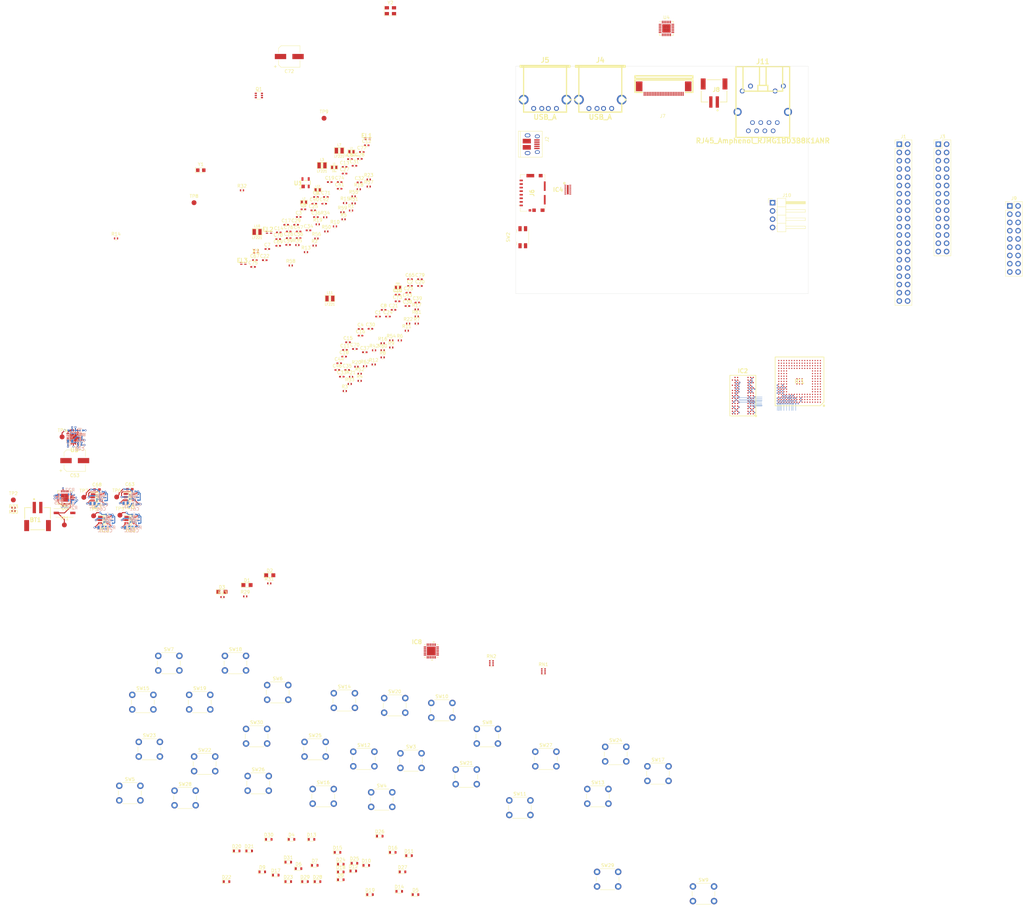
<source format=kicad_pcb>
(kicad_pcb (version 20171130) (host pcbnew 5.1.0-060a0da~80~ubuntu18.04.1)
  (layers (0 F.Cu signal) (1 Hi.Cu signal) (2 Gnd.Cu power) (3 Pwr.Cu power) (4 Lo.Cu signal) (31 B.Cu signal) (34 B.Paste user) (35 F.Paste user) (36 B.SilkS user) (37 F.SilkS user) (38 B.Mask user) (39 F.Mask user) (44 Edge.Cuts user))
  (net 0 "")
  (net 1 GND)
  (net 2 +BATT)
  (net 3 +1V0)
  (net 4 /XIN32)
  (net 5 /XOUT32)
  (net 6 /XIN)
  (net 7 /XOUT)
  (net 8 "Net-(C9-Pad1)")
  (net 9 /CPU_NRST)
  (net 10 +3V3)
  (net 11 "Net-(C12-Pad1)")
  (net 12 "Net-(C13-Pad1)")
  (net 13 /VBG)
  (net 14 "Net-(C17-Pad1)")
  (net 15 "Net-(C18-Pad1)")
  (net 16 "Net-(C19-Pad1)")
  (net 17 VEE)
  (net 18 +1V8)
  (net 19 /DDR_VREF)
  (net 20 "Net-(C36-Pad1)")
  (net 21 "Net-(C40-Pad1)")
  (net 22 VPP)
  (net 23 "Net-(C50-Pad2)")
  (net 24 +5V)
  (net 25 "Net-(C55-Pad2)")
  (net 26 "Net-(C60-Pad2)")
  (net 27 "Net-(C64-Pad2)")
  (net 28 "Net-(C65-Pad1)")
  (net 29 "Net-(C67-Pad2)")
  (net 30 "Net-(C67-Pad1)")
  (net 31 "Net-(C69-Pad1)")
  (net 32 "Net-(C70-Pad1)")
  (net 33 "Net-(C73-Pad1)")
  (net 34 "Net-(C76-Pad2)")
  (net 35 "Net-(D1-Pad1)")
  (net 36 VBUS)
  (net 37 "Net-(D2-Pad1)")
  (net 38 "Net-(D3-Pad2)")
  (net 39 "Net-(D4-Pad2)")
  (net 40 "Net-(D12-Pad1)")
  (net 41 "Net-(D13-Pad1)")
  (net 42 "Net-(D5-Pad2)")
  (net 43 "Net-(D10-Pad1)")
  (net 44 "Net-(D6-Pad2)")
  (net 45 "Net-(D11-Pad1)")
  (net 46 "Net-(D7-Pad2)")
  (net 47 "Net-(D8-Pad2)")
  (net 48 "Net-(D9-Pad2)")
  (net 49 "Net-(D10-Pad2)")
  (net 50 "Net-(D11-Pad2)")
  (net 51 "Net-(D12-Pad2)")
  (net 52 "Net-(D13-Pad2)")
  (net 53 "Net-(D14-Pad2)")
  (net 54 "Net-(D15-Pad2)")
  (net 55 "Net-(D16-Pad2)")
  (net 56 "Net-(D17-Pad2)")
  (net 57 "Net-(D18-Pad2)")
  (net 58 "Net-(D19-Pad2)")
  (net 59 "Net-(D20-Pad2)")
  (net 60 "Net-(D21-Pad2)")
  (net 61 "Net-(D22-Pad2)")
  (net 62 "Net-(D23-Pad2)")
  (net 63 "Net-(D24-Pad2)")
  (net 64 "Net-(D25-Pad2)")
  (net 65 "Net-(D26-Pad2)")
  (net 66 "Net-(D27-Pad2)")
  (net 67 "Net-(D28-Pad2)")
  (net 68 "Net-(D29-Pad2)")
  (net 69 "Net-(D30-Pad2)")
  (net 70 "Net-(D31-Pad2)")
  (net 71 /DEVICE_M)
  (net 72 /DEVICE_P)
  (net 73 "Net-(FL1-Pad2)")
  (net 74 "Net-(FL1-Pad1)")
  (net 75 "Net-(FL2-Pad1)")
  (net 76 "Net-(FL2-Pad2)")
  (net 77 /HOST_P)
  (net 78 /HOST_M)
  (net 79 "Net-(FL3-Pad1)")
  (net 80 "Net-(FL3-Pad2)")
  (net 81 /LHOST_P)
  (net 82 /LHOST_M)
  (net 83 /PB16_AD5)
  (net 84 /PB13_DISPLAY_BACKLIGHT)
  (net 85 "Net-(IC1-PadA3)")
  (net 86 /CPU_WKUP)
  (net 87 "Net-(IC1-PadA8)")
  (net 88 /DQS1)
  (net 89 /DQM0)
  (net 90 /DQS0)
  (net 91 /WEn)
  (net 92 /D14)
  (net 93 /D12)
  (net 94 /D8)
  (net 95 /D2)
  (net 96 /D4)
  (net 97 /BATTVOLT)
  (net 98 /PB10_ETX1)
  (net 99 "Net-(IC1-PadB3)")
  (net 100 /PB12_DISPLAY_RESET)
  (net 101 /NCS1)
  (net 102 "Net-(IC1-PadB9)")
  (net 103 /DQM1)
  (net 104 /RASn)
  (net 105 /SDCKE)
  (net 106 /D13)
  (net 107 /D7)
  (net 108 /D5)
  (net 109 /D3)
  (net 110 /A17)
  (net 111 /PB9_ETX0)
  (net 112 /PB7_ETXEN)
  (net 113 /PB15_AD4)
  (net 114 /PB14_DISPLAY_ADDRESS)
  (net 115 "Net-(IC1-PadC5)")
  (net 116 "Net-(IC1-PadC7)")
  (net 117 /SDA10)
  (net 118 "Net-(IC1-PadC9)")
  (net 119 /CASn)
  (net 120 /D15)
  (net 121 /D11)
  (net 122 /D6)
  (net 123 /D9)
  (net 124 /A16)
  (net 125 /A13)
  (net 126 /PB4_ETXCK)
  (net 127 /PB2_ERXER)
  (net 128 /PB0_ERX0)
  (net 129 /PB1_ERX1)
  (net 130 "Net-(IC1-PadD5)")
  (net 131 /JTAGSEL)
  (net 132 /CPU_SHDN)
  (net 133 "Net-(IC1-PadD9)")
  (net 134 /D10)
  (net 135 /D0)
  (net 136 /D1)
  (net 137 /A15)
  (net 138 /A12)
  (net 139 /PC4)
  (net 140 /CHARGING)
  (net 141 "Net-(IC1-PadE3)")
  (net 142 /PB3_ERXDV)
  (net 143 /A19)
  (net 144 /A18)
  (net 145 /A14)
  (net 146 /A7)
  (net 147 /PC7)
  (net 148 /PC6)
  (net 149 /LOWBATTERY)
  (net 150 /CHARGED)
  (net 151 /A11)
  (net 152 /A8)
  (net 153 /A6)
  (net 154 /PC8)
  (net 155 /PC10)
  (net 156 /PC9)
  (net 157 /PC5)
  (net 158 /A10)
  (net 159 /A9)
  (net 160 /A5)
  (net 161 /A4)
  (net 162 /PC14)
  (net 163 /PC3)
  (net 164 /PC11)
  (net 165 /A2)
  (net 166 /A1)
  (net 167 /A3)
  (net 168 /PC16)
  (net 169 /PC15)
  (net 170 /PC12)
  (net 171 /PC23_RXD3)
  (net 172 /A0)
  (net 173 "Net-(IC1-PadJ16)")
  (net 174 "Net-(IC1-PadJ17)")
  (net 175 /PC20_PWM2)
  (net 176 /PC18_PWM0)
  (net 177 /PC24_RTS3)
  (net 178 "Net-(IC1-PadK4)")
  (net 179 "Net-(IC1-PadK15)")
  (net 180 "Net-(IC1-PadK16)")
  (net 181 "Net-(IC1-PadK17)")
  (net 182 /PC17)
  (net 183 /PC13)
  (net 184 /PA0_TXD0)
  (net 185 /PA2_RTS0)
  (net 186 "Net-(IC1-PadL14)")
  (net 187 "Net-(IC1-PadL15)")
  (net 188 "Net-(IC1-PadL16)")
  (net 189 /HFSDPC)
  (net 190 "Net-(IC1-PadM1)")
  (net 191 /PC25_CTS3)
  (net 192 /PC21_PWM3)
  (net 193 "Net-(IC1-PadM14)")
  (net 194 "Net-(IC1-PadM15)")
  (net 195 "Net-(IC1-PadM16)")
  (net 196 /HFSDMC)
  (net 197 "Net-(IC1-PadN1)")
  (net 198 "Net-(IC1-PadN2)")
  (net 199 /PC19_PWM1)
  (net 200 /PA3_CTS0)
  (net 201 "Net-(IC1-PadN14)")
  (net 202 "Net-(IC1-PadN15)")
  (net 203 "Net-(IC1-PadN16)")
  (net 204 "Net-(IC1-PadN17)")
  (net 205 /PA1_RXD0)
  (net 206 /PC26_SCK3)
  (net 207 /PC22_TXD3)
  (net 208 /PA8_RXD2)
  (net 209 /PA16_MCI0_CDA)
  (net 210 /PA27_TIOB0)
  (net 211 /BMS)
  (net 212 "Net-(IC1-PadP11)")
  (net 213 "Net-(IC1-PadP12)")
  (net 214 "Net-(IC1-PadP13)")
  (net 215 "Net-(IC1-PadP14)")
  (net 216 "Net-(IC1-PadP15)")
  (net 217 /HFSDMB)
  (net 218 /HHSDMB)
  (net 219 /PA5_TXD1)
  (net 220 "Net-(IC1-PadR2)")
  (net 221 /PA7_TXD2)
  (net 222 /PA6_RXD1)
  (net 223 /PA17_MCI0_CK)
  (net 224 /PA22_TIOA1)
  (net 225 /PA26_TCLK2)
  (net 226 /PA30_TWD0)
  (net 227 /PA29_KEY_INT)
  (net 228 /RTCK)
  (net 229 "Net-(IC1-PadR11)")
  (net 230 "Net-(IC1-PadR13)")
  (net 231 "Net-(IC1-PadR14)")
  (net 232 "Net-(IC1-PadR15)")
  (net 233 /HFSDPB)
  (net 234 /HHSDPB)
  (net 235 /PA10_DTXD)
  (net 236 /PA12_SPI0_MOSI)
  (net 237 /PA4_SCK0)
  (net 238 /PA13_SPI0_SPCK)
  (net 239 /PA19_MCI0_DA2)
  (net 240 /PA21_TIOA0)
  (net 241 /PA24_TCLK0)
  (net 242 /PA25_TCLK1)
  (net 243 /TDI)
  (net 244 /TDO)
  (net 245 /CPU_NTRST)
  (net 246 /HFSDPA)
  (net 247 /HFSDMA)
  (net 248 "Net-(IC1-PadU1)")
  (net 249 /PA14_SPI0_NPCS0)
  (net 250 /PA9_DRDX)
  (net 251 /PA15_MCI0_DA0)
  (net 252 /PA18_MCI0_DA1)
  (net 253 /PA20_MCI0_DA3)
  (net 254 /PA23_TIOA2)
  (net 255 /PA28_TIOB1)
  (net 256 /PA31_TWCK0)
  (net 257 /TCK)
  (net 258 /TMS)
  (net 259 /HHSDPA)
  (net 260 /HHSDMA)
  (net 261 "Net-(IC2-PadA2)")
  (net 262 "Net-(IC2-PadA8)")
  (net 263 "Net-(IC2-PadE2)")
  (net 264 "Net-(IC2-PadE8)")
  (net 265 "Net-(IC2-PadR3)")
  (net 266 "Net-(IC2-PadR7)")
  (net 267 "Net-(IC2-PadR8)")
  (net 268 "Net-(IC3-Pad3)")
  (net 269 "Net-(IC4-Pad4)")
  (net 270 "Net-(IC4-Pad5)")
  (net 271 "Net-(IC4-Pad9)")
  (net 272 "Net-(IC4-Pad10)")
  (net 273 "Net-(IC4-Pad11)")
  (net 274 "Net-(IC4-Pad13)")
  (net 275 "Net-(IC4-Pad14)")
  (net 276 "Net-(IC4-Pad15)")
  (net 277 "Net-(IC4-Pad16)")
  (net 278 "Net-(IC5-Pad3)")
  (net 279 "Net-(IC6-Pad3)")
  (net 280 "Net-(IC7-Pad3)")
  (net 281 "Net-(IC8-Pad1)")
  (net 282 "Net-(IC8-Pad2)")
  (net 283 "Net-(IC8-Pad3)")
  (net 284 "Net-(IC8-Pad4)")
  (net 285 "Net-(IC8-Pad5)")
  (net 286 "Net-(IC8-Pad6)")
  (net 287 "Net-(IC8-Pad7)")
  (net 288 "Net-(IC8-Pad8)")
  (net 289 "Net-(IC8-Pad13)")
  (net 290 "Net-(IC8-Pad14)")
  (net 291 "Net-(IC8-Pad15)")
  (net 292 "Net-(IC8-Pad16)")
  (net 293 "Net-(IC8-Pad17)")
  (net 294 "Net-(IC8-Pad18)")
  (net 295 "Net-(J2-Pad6)")
  (net 296 "Net-(J2-Pad4)")
  (net 297 "Net-(J7-Pad15)")
  (net 298 "Net-(J7-Pad16)")
  (net 299 "Net-(J7-Pad17)")
  (net 300 "Net-(J7-Pad18)")
  (net 301 "Net-(J7-Pad19)")
  (net 302 "Net-(J7-Pad20)")
  (net 303 "Net-(J8-Pad2)")
  (net 304 "Net-(J9-Pad17)")
  (net 305 "Net-(J9-Pad8)")
  (net 306 "Net-(J9-Pad7)")
  (net 307 "Net-(J9-Pad6)")
  (net 308 "Net-(J11-Pad13)")
  (net 309 "Net-(L5-Pad1)")
  (net 310 "Net-(J4-Pad5)")
  (net 311 "Net-(J5-Pad5)")
  (net 312 "Net-(R12-Pad1)")
  (net 313 "Net-(R24-Pad1)")
  (net 314 "Net-(R25-Pad1)")
  (net 315 "Net-(R26-Pad1)")
  (net 316 "Net-(R27-Pad1)")
  (net 317 "Net-(R36-Pad2)")
  (net 318 "Net-(R40-Pad2)")
  (net 319 "Net-(R51-Pad2)")
  (net 320 "Net-(R52-Pad2)")
  (net 321 "Net-(R54-Pad2)")
  (net 322 "Net-(J11-PadL4)")
  (net 323 "Net-(J11-PadL1)")
  (net 324 "Net-(RN2-Pad4)")
  (net 325 "Net-(SW1-Pad1)")
  (net 326 "Net-(J11-PadL2)")
  (net 327 "Net-(U2-Pad6)")
  (net 328 "Net-(U3-Pad2)")
  (net 329 "Net-(J11-PadL3)")
  (net 330 "Net-(U4-Pad11)")
  (net 331 "Net-(U4-Pad8)")
  (net 332 "Net-(U4-Pad7)")
  (net 333 "Net-(J11-PadR1)")
  (net 334 "Net-(J11-PadR2)")
  (net 335 "Net-(J11-PadR3)")
  (net 336 "Net-(J11-PadR6)")
  (net 337 /DDR_CLK_N)
  (net 338 /DDR_CLK_P)
  (module AT91SAM9G25-CU-999:BGA217C80P17X17_1500X1500X140 (layer F.Cu) (at 257.3 127 180)
    (fp_text reference IC1 (at 0 0 180) (layer F.SilkS) (effects (font (size 1.27 1.27) (thickness 0.254))))
    (fp_text value AT91SAM9G25-CU-999 hide)
    (pad A1 smd circle (at -6.4 -6.4 270) (size 0.37 0.37) (layers F.Cu F.Paste F.Mask) (net 83 /PB16_AD5))
    (pad A2 smd circle (at -5.6 -6.4 270) (size 0.37 0.37) (layers F.Cu F.Paste F.Mask) (net 84 /PB13_DISPLAY_BACKLIGHT))
    (pad A3 smd circle (at -4.8 -6.4 270) (size 0.37 0.37) (layers F.Cu F.Paste F.Mask) (net 85 "Net-(IC1-PadA3)"))
    (pad A4 smd circle (at -4 -6.4 270) (size 0.37 0.37) (layers F.Cu F.Paste F.Mask) (net 10 +3V3))
    (pad A5 smd circle (at -3.2 -6.4 270) (size 0.37 0.37) (layers F.Cu F.Paste F.Mask) (net 5 /XOUT32))
    (pad A6 smd circle (at -2.4 -6.4 270) (size 0.37 0.37) (layers F.Cu F.Paste F.Mask) (net 4 /XIN32))
    (pad A7 smd circle (at -1.6 -6.4 270) (size 0.37 0.37) (layers F.Cu F.Paste F.Mask) (net 86 /CPU_WKUP))
    (pad A8 smd circle (at -0.8 -6.4 270) (size 0.37 0.37) (layers F.Cu F.Paste F.Mask) (net 87 "Net-(IC1-PadA8)"))
    (pad A9 smd circle (at 0 -6.4 270) (size 0.37 0.37) (layers F.Cu F.Paste F.Mask) (net 88 /DQS1))
    (pad A10 smd circle (at 0.8 -6.4 270) (size 0.37 0.37) (layers F.Cu F.Paste F.Mask) (net 89 /DQM0))
    (pad A11 smd circle (at 1.6 -6.4 270) (size 0.37 0.37) (layers F.Cu F.Paste F.Mask) (net 90 /DQS0))
    (pad A12 smd circle (at 2.4 -6.4 270) (size 0.37 0.37) (layers F.Cu F.Paste F.Mask) (net 91 /WEn))
    (pad A13 smd circle (at 3.2 -6.4 270) (size 0.37 0.37) (layers F.Cu F.Paste F.Mask) (net 92 /D14))
    (pad A14 smd circle (at 4 -6.4 270) (size 0.37 0.37) (layers F.Cu F.Paste F.Mask) (net 93 /D12))
    (pad A15 smd circle (at 4.8 -6.4 270) (size 0.37 0.37) (layers F.Cu F.Paste F.Mask) (net 94 /D8))
    (pad A16 smd circle (at 5.6 -6.4 270) (size 0.37 0.37) (layers F.Cu F.Paste F.Mask) (net 95 /D2))
    (pad A17 smd circle (at 6.4 -6.4 270) (size 0.37 0.37) (layers F.Cu F.Paste F.Mask) (net 96 /D4))
    (pad B1 smd circle (at -6.4 -5.6 270) (size 0.37 0.37) (layers F.Cu F.Paste F.Mask) (net 97 /BATTVOLT))
    (pad B2 smd circle (at -5.6 -5.6 270) (size 0.37 0.37) (layers F.Cu F.Paste F.Mask) (net 98 /PB10_ETX1))
    (pad B3 smd circle (at -4.8 -5.6 270) (size 0.37 0.37) (layers F.Cu F.Paste F.Mask) (net 99 "Net-(IC1-PadB3)"))
    (pad B4 smd circle (at -4 -5.6 270) (size 0.37 0.37) (layers F.Cu F.Paste F.Mask) (net 100 /PB12_DISPLAY_RESET))
    (pad B5 smd circle (at -3.2 -5.6 270) (size 0.37 0.37) (layers F.Cu F.Paste F.Mask) (net 17 VEE))
    (pad B6 smd circle (at -2.4 -5.6 270) (size 0.37 0.37) (layers F.Cu F.Paste F.Mask) (net 1 GND))
    (pad B7 smd circle (at -1.6 -5.6 270) (size 0.37 0.37) (layers F.Cu F.Paste F.Mask) (net 1 GND))
    (pad B8 smd circle (at -0.8 -5.6 270) (size 0.37 0.37) (layers F.Cu F.Paste F.Mask) (net 101 /NCS1))
    (pad B9 smd circle (at 0 -5.6 270) (size 0.37 0.37) (layers F.Cu F.Paste F.Mask) (net 102 "Net-(IC1-PadB9)"))
    (pad B10 smd circle (at 0.8 -5.6 270) (size 0.37 0.37) (layers F.Cu F.Paste F.Mask) (net 103 /DQM1))
    (pad B11 smd circle (at 1.6 -5.6 270) (size 0.37 0.37) (layers F.Cu F.Paste F.Mask) (net 104 /RASn))
    (pad B12 smd circle (at 2.4 -5.6 270) (size 0.37 0.37) (layers F.Cu F.Paste F.Mask) (net 105 /SDCKE))
    (pad B13 smd circle (at 3.2 -5.6 270) (size 0.37 0.37) (layers F.Cu F.Paste F.Mask) (net 106 /D13))
    (pad B14 smd circle (at 4 -5.6 270) (size 0.37 0.37) (layers F.Cu F.Paste F.Mask) (net 107 /D7))
    (pad B15 smd circle (at 4.8 -5.6 270) (size 0.37 0.37) (layers F.Cu F.Paste F.Mask) (net 108 /D5))
    (pad B16 smd circle (at 5.6 -5.6 270) (size 0.37 0.37) (layers F.Cu F.Paste F.Mask) (net 109 /D3))
    (pad B17 smd circle (at 6.4 -5.6 270) (size 0.37 0.37) (layers F.Cu F.Paste F.Mask) (net 110 /A17))
    (pad C1 smd circle (at -6.4 -4.8 270) (size 0.37 0.37) (layers F.Cu F.Paste F.Mask) (net 111 /PB9_ETX0))
    (pad C2 smd circle (at -5.6 -4.8 270) (size 0.37 0.37) (layers F.Cu F.Paste F.Mask) (net 112 /PB7_ETXEN))
    (pad C3 smd circle (at -4.8 -4.8 270) (size 0.37 0.37) (layers F.Cu F.Paste F.Mask) (net 113 /PB15_AD4))
    (pad C4 smd circle (at -4 -4.8 270) (size 0.37 0.37) (layers F.Cu F.Paste F.Mask) (net 114 /PB14_DISPLAY_ADDRESS))
    (pad C5 smd circle (at -3.2 -4.8 270) (size 0.37 0.37) (layers F.Cu F.Paste F.Mask) (net 115 "Net-(IC1-PadC5)"))
    (pad C6 smd circle (at -2.4 -4.8 270) (size 0.37 0.37) (layers F.Cu F.Paste F.Mask) (net 15 "Net-(C18-Pad1)"))
    (pad C7 smd circle (at -1.6 -4.8 270) (size 0.37 0.37) (layers F.Cu F.Paste F.Mask) (net 116 "Net-(IC1-PadC7)"))
    (pad C8 smd circle (at -0.8 -4.8 270) (size 0.37 0.37) (layers F.Cu F.Paste F.Mask) (net 117 /SDA10))
    (pad C9 smd circle (at 0 -4.8 270) (size 0.37 0.37) (layers F.Cu F.Paste F.Mask) (net 118 "Net-(IC1-PadC9)"))
    (pad C10 smd circle (at 0.8 -4.8 270) (size 0.37 0.37) (layers F.Cu F.Paste F.Mask) (net 119 /CASn))
    (pad C11 smd circle (at 1.6 -4.8 270) (size 0.37 0.37) (layers F.Cu F.Paste F.Mask) (net 337 /DDR_CLK_N))
    (pad C12 smd circle (at 2.4 -4.8 270) (size 0.37 0.37) (layers F.Cu F.Paste F.Mask) (net 120 /D15))
    (pad C13 smd circle (at 3.2 -4.8 270) (size 0.37 0.37) (layers F.Cu F.Paste F.Mask) (net 121 /D11))
    (pad C14 smd circle (at 4 -4.8 270) (size 0.37 0.37) (layers F.Cu F.Paste F.Mask) (net 122 /D6))
    (pad C15 smd circle (at 4.8 -4.8 270) (size 0.37 0.37) (layers F.Cu F.Paste F.Mask) (net 123 /D9))
    (pad C16 smd circle (at 5.6 -4.8 270) (size 0.37 0.37) (layers F.Cu F.Paste F.Mask) (net 124 /A16))
    (pad C17 smd circle (at 6.4 -4.8 270) (size 0.37 0.37) (layers F.Cu F.Paste F.Mask) (net 125 /A13))
    (pad D1 smd circle (at -6.4 -4 270) (size 0.37 0.37) (layers F.Cu F.Paste F.Mask) (net 126 /PB4_ETXCK))
    (pad D2 smd circle (at -5.6 -4 270) (size 0.37 0.37) (layers F.Cu F.Paste F.Mask) (net 127 /PB2_ERXER))
    (pad D3 smd circle (at -4.8 -4 270) (size 0.37 0.37) (layers F.Cu F.Paste F.Mask) (net 128 /PB0_ERX0))
    (pad D4 smd circle (at -4 -4 270) (size 0.37 0.37) (layers F.Cu F.Paste F.Mask) (net 129 /PB1_ERX1))
    (pad D5 smd circle (at -3.2 -4 270) (size 0.37 0.37) (layers F.Cu F.Paste F.Mask) (net 130 "Net-(IC1-PadD5)"))
    (pad D6 smd circle (at -2.4 -4 270) (size 0.37 0.37) (layers F.Cu F.Paste F.Mask) (net 1 GND))
    (pad D7 smd circle (at -1.6 -4 270) (size 0.37 0.37) (layers F.Cu F.Paste F.Mask) (net 131 /JTAGSEL))
    (pad D8 smd circle (at -0.8 -4 270) (size 0.37 0.37) (layers F.Cu F.Paste F.Mask) (net 132 /CPU_SHDN))
    (pad D9 smd circle (at 0 -4 270) (size 0.37 0.37) (layers F.Cu F.Paste F.Mask) (net 133 "Net-(IC1-PadD9)"))
    (pad D10 smd circle (at 0.8 -4 270) (size 0.37 0.37) (layers F.Cu F.Paste F.Mask) (net 18 +1V8))
    (pad D11 smd circle (at 1.6 -4 270) (size 0.37 0.37) (layers F.Cu F.Paste F.Mask) (net 338 /DDR_CLK_P))
    (pad D12 smd circle (at 2.4 -4 270) (size 0.37 0.37) (layers F.Cu F.Paste F.Mask) (net 134 /D10))
    (pad D13 smd circle (at 3.2 -4 270) (size 0.37 0.37) (layers F.Cu F.Paste F.Mask) (net 18 +1V8))
    (pad D14 smd circle (at 4 -4 270) (size 0.37 0.37) (layers F.Cu F.Paste F.Mask) (net 135 /D0))
    (pad D15 smd circle (at 4.8 -4 270) (size 0.37 0.37) (layers F.Cu F.Paste F.Mask) (net 136 /D1))
    (pad D16 smd circle (at 5.6 -4 270) (size 0.37 0.37) (layers F.Cu F.Paste F.Mask) (net 137 /A15))
    (pad D17 smd circle (at 6.4 -4 270) (size 0.37 0.37) (layers F.Cu F.Paste F.Mask) (net 138 /A12))
    (pad E1 smd circle (at -6.4 -3.2 270) (size 0.37 0.37) (layers F.Cu F.Paste F.Mask) (net 139 /PC4))
    (pad E2 smd circle (at -5.6 -3.2 270) (size 0.37 0.37) (layers F.Cu F.Paste F.Mask) (net 140 /CHARGING))
    (pad E3 smd circle (at -4.8 -3.2 270) (size 0.37 0.37) (layers F.Cu F.Paste F.Mask) (net 141 "Net-(IC1-PadE3)"))
    (pad E4 smd circle (at -4 -3.2 270) (size 0.37 0.37) (layers F.Cu F.Paste F.Mask) (net 142 /PB3_ERXDV))
    (pad E14 smd circle (at 4 -3.2 270) (size 0.37 0.37) (layers F.Cu F.Paste F.Mask) (net 143 /A19))
    (pad E15 smd circle (at 4.8 -3.2 270) (size 0.37 0.37) (layers F.Cu F.Paste F.Mask) (net 144 /A18))
    (pad E16 smd circle (at 5.6 -3.2 270) (size 0.37 0.37) (layers F.Cu F.Paste F.Mask) (net 145 /A14))
    (pad E17 smd circle (at 6.4 -3.2 270) (size 0.37 0.37) (layers F.Cu F.Paste F.Mask) (net 146 /A7))
    (pad F1 smd circle (at -6.4 -2.4 270) (size 0.37 0.37) (layers F.Cu F.Paste F.Mask) (net 147 /PC7))
    (pad F2 smd circle (at -5.6 -2.4 270) (size 0.37 0.37) (layers F.Cu F.Paste F.Mask) (net 148 /PC6))
    (pad F3 smd circle (at -4.8 -2.4 270) (size 0.37 0.37) (layers F.Cu F.Paste F.Mask) (net 149 /LOWBATTERY))
    (pad F4 smd circle (at -4 -2.4 270) (size 0.37 0.37) (layers F.Cu F.Paste F.Mask) (net 150 /CHARGED))
    (pad F14 smd circle (at 4 -2.4 270) (size 0.37 0.37) (layers F.Cu F.Paste F.Mask) (net 18 +1V8))
    (pad F15 smd circle (at 4.8 -2.4 270) (size 0.37 0.37) (layers F.Cu F.Paste F.Mask) (net 151 /A11))
    (pad F16 smd circle (at 5.6 -2.4 270) (size 0.37 0.37) (layers F.Cu F.Paste F.Mask) (net 152 /A8))
    (pad F17 smd circle (at 6.4 -2.4 270) (size 0.37 0.37) (layers F.Cu F.Paste F.Mask) (net 153 /A6))
    (pad G1 smd circle (at -6.4 -1.6 270) (size 0.37 0.37) (layers F.Cu F.Paste F.Mask) (net 154 /PC8))
    (pad G2 smd circle (at -5.6 -1.6 270) (size 0.37 0.37) (layers F.Cu F.Paste F.Mask) (net 155 /PC10))
    (pad G3 smd circle (at -4.8 -1.6 270) (size 0.37 0.37) (layers F.Cu F.Paste F.Mask) (net 156 /PC9))
    (pad G4 smd circle (at -4 -1.6 270) (size 0.37 0.37) (layers F.Cu F.Paste F.Mask) (net 157 /PC5))
    (pad G14 smd circle (at 4 -1.6 270) (size 0.37 0.37) (layers F.Cu F.Paste F.Mask) (net 158 /A10))
    (pad G15 smd circle (at 4.8 -1.6 270) (size 0.37 0.37) (layers F.Cu F.Paste F.Mask) (net 159 /A9))
    (pad G16 smd circle (at 5.6 -1.6 270) (size 0.37 0.37) (layers F.Cu F.Paste F.Mask) (net 160 /A5))
    (pad G17 smd circle (at 6.4 -1.6 270) (size 0.37 0.37) (layers F.Cu F.Paste F.Mask) (net 161 /A4))
    (pad H1 smd circle (at -6.4 -0.8 270) (size 0.37 0.37) (layers F.Cu F.Paste F.Mask) (net 162 /PC14))
    (pad H2 smd circle (at -5.6 -0.8 270) (size 0.37 0.37) (layers F.Cu F.Paste F.Mask) (net 163 /PC3))
    (pad H3 smd circle (at -4.8 -0.8 270) (size 0.37 0.37) (layers F.Cu F.Paste F.Mask) (net 164 /PC11))
    (pad H4 smd circle (at -4 -0.8 270) (size 0.37 0.37) (layers F.Cu F.Paste F.Mask) (net 10 +3V3))
    (pad H8 smd circle (at -0.8 -0.8 270) (size 0.37 0.37) (layers F.Cu F.Paste F.Mask) (net 1 GND))
    (pad H9 smd circle (at 0 -0.8 270) (size 0.37 0.37) (layers F.Cu F.Paste F.Mask) (net 1 GND))
    (pad H10 smd circle (at 0.8 -0.8 270) (size 0.37 0.37) (layers F.Cu F.Paste F.Mask) (net 1 GND))
    (pad H14 smd circle (at 4 -0.8 270) (size 0.37 0.37) (layers F.Cu F.Paste F.Mask) (net 3 +1V0))
    (pad H15 smd circle (at 4.8 -0.8 270) (size 0.37 0.37) (layers F.Cu F.Paste F.Mask) (net 165 /A2))
    (pad H16 smd circle (at 5.6 -0.8 270) (size 0.37 0.37) (layers F.Cu F.Paste F.Mask) (net 166 /A1))
    (pad H17 smd circle (at 6.4 -0.8 270) (size 0.37 0.37) (layers F.Cu F.Paste F.Mask) (net 167 /A3))
    (pad J1 smd circle (at -6.4 0 270) (size 0.37 0.37) (layers F.Cu F.Paste F.Mask) (net 168 /PC16))
    (pad J2 smd circle (at -5.6 0 270) (size 0.37 0.37) (layers F.Cu F.Paste F.Mask) (net 169 /PC15))
    (pad J3 smd circle (at -4.8 0 270) (size 0.37 0.37) (layers F.Cu F.Paste F.Mask) (net 170 /PC12))
    (pad J4 smd circle (at -4 0 270) (size 0.37 0.37) (layers F.Cu F.Paste F.Mask) (net 171 /PC23_RXD3))
    (pad J8 smd circle (at -0.8 0 270) (size 0.37 0.37) (layers F.Cu F.Paste F.Mask) (net 1 GND))
    (pad J9 smd circle (at 0 0 270) (size 0.37 0.37) (layers F.Cu F.Paste F.Mask) (net 1 GND))
    (pad J10 smd circle (at 0.8 0 270) (size 0.37 0.37) (layers F.Cu F.Paste F.Mask) (net 1 GND))
    (pad J14 smd circle (at 4 0 270) (size 0.37 0.37) (layers F.Cu F.Paste F.Mask) (net 10 +3V3))
    (pad J15 smd circle (at 4.8 0 270) (size 0.37 0.37) (layers F.Cu F.Paste F.Mask) (net 172 /A0))
    (pad J16 smd circle (at 5.6 0 270) (size 0.37 0.37) (layers F.Cu F.Paste F.Mask) (net 173 "Net-(IC1-PadJ16)"))
    (pad J17 smd circle (at 6.4 0 270) (size 0.37 0.37) (layers F.Cu F.Paste F.Mask) (net 174 "Net-(IC1-PadJ17)"))
    (pad K1 smd circle (at -6.4 0.8 270) (size 0.37 0.37) (layers F.Cu F.Paste F.Mask) (net 175 /PC20_PWM2))
    (pad K2 smd circle (at -5.6 0.8 270) (size 0.37 0.37) (layers F.Cu F.Paste F.Mask) (net 176 /PC18_PWM0))
    (pad K3 smd circle (at -4.8 0.8 270) (size 0.37 0.37) (layers F.Cu F.Paste F.Mask) (net 177 /PC24_RTS3))
    (pad K4 smd circle (at -4 0.8 270) (size 0.37 0.37) (layers F.Cu F.Paste F.Mask) (net 178 "Net-(IC1-PadK4)"))
    (pad K8 smd circle (at -0.8 0.8 270) (size 0.37 0.37) (layers F.Cu F.Paste F.Mask) (net 3 +1V0))
    (pad K9 smd circle (at 0 0.8 270) (size 0.37 0.37) (layers F.Cu F.Paste F.Mask) (net 3 +1V0))
    (pad K10 smd circle (at 0.8 0.8 270) (size 0.37 0.37) (layers F.Cu F.Paste F.Mask) (net 1 GND))
    (pad K14 smd circle (at 4 0.8 270) (size 0.37 0.37) (layers F.Cu F.Paste F.Mask) (net 10 +3V3))
    (pad K15 smd circle (at 4.8 0.8 270) (size 0.37 0.37) (layers F.Cu F.Paste F.Mask) (net 179 "Net-(IC1-PadK15)"))
    (pad K16 smd circle (at 5.6 0.8 270) (size 0.37 0.37) (layers F.Cu F.Paste F.Mask) (net 180 "Net-(IC1-PadK16)"))
    (pad K17 smd circle (at 6.4 0.8 270) (size 0.37 0.37) (layers F.Cu F.Paste F.Mask) (net 181 "Net-(IC1-PadK17)"))
    (pad L1 smd circle (at -6.4 1.6 270) (size 0.37 0.37) (layers F.Cu F.Paste F.Mask) (net 182 /PC17))
    (pad L2 smd circle (at -5.6 1.6 270) (size 0.37 0.37) (layers F.Cu F.Paste F.Mask) (net 183 /PC13))
    (pad L3 smd circle (at -4.8 1.6 270) (size 0.37 0.37) (layers F.Cu F.Paste F.Mask) (net 184 /PA0_TXD0))
    (pad L4 smd circle (at -4 1.6 270) (size 0.37 0.37) (layers F.Cu F.Paste F.Mask) (net 185 /PA2_RTS0))
    (pad L14 smd circle (at 4 1.6 270) (size 0.37 0.37) (layers F.Cu F.Paste F.Mask) (net 186 "Net-(IC1-PadL14)"))
    (pad L15 smd circle (at 4.8 1.6 270) (size 0.37 0.37) (layers F.Cu F.Paste F.Mask) (net 187 "Net-(IC1-PadL15)"))
    (pad L16 smd circle (at 5.6 1.6 270) (size 0.37 0.37) (layers F.Cu F.Paste F.Mask) (net 188 "Net-(IC1-PadL16)"))
    (pad L17 smd circle (at 6.4 1.6 270) (size 0.37 0.37) (layers F.Cu F.Paste F.Mask) (net 189 /HFSDPC))
    (pad M1 smd circle (at -6.4 2.4 270) (size 0.37 0.37) (layers F.Cu F.Paste F.Mask) (net 190 "Net-(IC1-PadM1)"))
    (pad M2 smd circle (at -5.6 2.4 270) (size 0.37 0.37) (layers F.Cu F.Paste F.Mask) (net 191 /PC25_CTS3))
    (pad M3 smd circle (at -4.8 2.4 270) (size 0.37 0.37) (layers F.Cu F.Paste F.Mask) (net 192 /PC21_PWM3))
    (pad M4 smd circle (at -4 2.4 270) (size 0.37 0.37) (layers F.Cu F.Paste F.Mask) (net 1 GND))
    (pad M14 smd circle (at 4 2.4 270) (size 0.37 0.37) (layers F.Cu F.Paste F.Mask) (net 193 "Net-(IC1-PadM14)"))
    (pad M15 smd circle (at 4.8 2.4 270) (size 0.37 0.37) (layers F.Cu F.Paste F.Mask) (net 194 "Net-(IC1-PadM15)"))
    (pad M16 smd circle (at 5.6 2.4 270) (size 0.37 0.37) (layers F.Cu F.Paste F.Mask) (net 195 "Net-(IC1-PadM16)"))
    (pad M17 smd circle (at 6.4 2.4 270) (size 0.37 0.37) (layers F.Cu F.Paste F.Mask) (net 196 /HFSDMC))
    (pad N1 smd circle (at -6.4 3.2 270) (size 0.37 0.37) (layers F.Cu F.Paste F.Mask) (net 197 "Net-(IC1-PadN1)"))
    (pad N2 smd circle (at -5.6 3.2 270) (size 0.37 0.37) (layers F.Cu F.Paste F.Mask) (net 198 "Net-(IC1-PadN2)"))
    (pad N3 smd circle (at -4.8 3.2 270) (size 0.37 0.37) (layers F.Cu F.Paste F.Mask) (net 199 /PC19_PWM1))
    (pad N4 smd circle (at -4 3.2 270) (size 0.37 0.37) (layers F.Cu F.Paste F.Mask) (net 200 /PA3_CTS0))
    (pad N14 smd circle (at 4 3.2 270) (size 0.37 0.37) (layers F.Cu F.Paste F.Mask) (net 201 "Net-(IC1-PadN14)"))
    (pad N15 smd circle (at 4.8 3.2 270) (size 0.37 0.37) (layers F.Cu F.Paste F.Mask) (net 202 "Net-(IC1-PadN15)"))
    (pad N16 smd circle (at 5.6 3.2 270) (size 0.37 0.37) (layers F.Cu F.Paste F.Mask) (net 203 "Net-(IC1-PadN16)"))
    (pad N17 smd circle (at 6.4 3.2 270) (size 0.37 0.37) (layers F.Cu F.Paste F.Mask) (net 204 "Net-(IC1-PadN17)"))
    (pad P1 smd circle (at -6.4 4 270) (size 0.37 0.37) (layers F.Cu F.Paste F.Mask) (net 205 /PA1_RXD0))
    (pad P2 smd circle (at -5.6 4 270) (size 0.37 0.37) (layers F.Cu F.Paste F.Mask) (net 206 /PC26_SCK3))
    (pad P3 smd circle (at -4.8 4 270) (size 0.37 0.37) (layers F.Cu F.Paste F.Mask) (net 207 /PC22_TXD3))
    (pad P4 smd circle (at -4 4 270) (size 0.37 0.37) (layers F.Cu F.Paste F.Mask) (net 208 /PA8_RXD2))
    (pad P5 smd circle (at -3.2 4 270) (size 0.37 0.37) (layers F.Cu F.Paste F.Mask) (net 209 /PA16_MCI0_CDA))
    (pad P6 smd circle (at -2.4 4 270) (size 0.37 0.37) (layers F.Cu F.Paste F.Mask) (net 1 GND))
    (pad P7 smd circle (at -1.6 4 270) (size 0.37 0.37) (layers F.Cu F.Paste F.Mask) (net 10 +3V3))
    (pad P8 smd circle (at -0.8 4 270) (size 0.37 0.37) (layers F.Cu F.Paste F.Mask) (net 210 /PA27_TIOB0))
    (pad P9 smd circle (at 0 4 270) (size 0.37 0.37) (layers F.Cu F.Paste F.Mask) (net 211 /BMS))
    (pad P10 smd circle (at 0.8 4 270) (size 0.37 0.37) (layers F.Cu F.Paste F.Mask) (net 9 /CPU_NRST))
    (pad P11 smd circle (at 1.6 4 270) (size 0.37 0.37) (layers F.Cu F.Paste F.Mask) (net 212 "Net-(IC1-PadP11)"))
    (pad P12 smd circle (at 2.4 4 270) (size 0.37 0.37) (layers F.Cu F.Paste F.Mask) (net 213 "Net-(IC1-PadP12)"))
    (pad P13 smd circle (at 3.2 4 270) (size 0.37 0.37) (layers F.Cu F.Paste F.Mask) (net 214 "Net-(IC1-PadP13)"))
    (pad P14 smd circle (at 4 4 270) (size 0.37 0.37) (layers F.Cu F.Paste F.Mask) (net 215 "Net-(IC1-PadP14)"))
    (pad P15 smd circle (at 4.8 4 270) (size 0.37 0.37) (layers F.Cu F.Paste F.Mask) (net 216 "Net-(IC1-PadP15)"))
    (pad P16 smd circle (at 5.6 4 270) (size 0.37 0.37) (layers F.Cu F.Paste F.Mask) (net 217 /HFSDMB))
    (pad P17 smd circle (at 6.4 4 270) (size 0.37 0.37) (layers F.Cu F.Paste F.Mask) (net 218 /HHSDMB))
    (pad R1 smd circle (at -6.4 4.8 270) (size 0.37 0.37) (layers F.Cu F.Paste F.Mask) (net 219 /PA5_TXD1))
    (pad R2 smd circle (at -5.6 4.8 270) (size 0.37 0.37) (layers F.Cu F.Paste F.Mask) (net 220 "Net-(IC1-PadR2)"))
    (pad R3 smd circle (at -4.8 4.8 270) (size 0.37 0.37) (layers F.Cu F.Paste F.Mask) (net 221 /PA7_TXD2))
    (pad R4 smd circle (at -4 4.8 270) (size 0.37 0.37) (layers F.Cu F.Paste F.Mask) (net 222 /PA6_RXD1))
    (pad R5 smd circle (at -3.2 4.8 270) (size 0.37 0.37) (layers F.Cu F.Paste F.Mask) (net 223 /PA17_MCI0_CK))
    (pad R6 smd circle (at -2.4 4.8 270) (size 0.37 0.37) (layers F.Cu F.Paste F.Mask) (net 224 /PA22_TIOA1))
    (pad R7 smd circle (at -1.6 4.8 270) (size 0.37 0.37) (layers F.Cu F.Paste F.Mask) (net 225 /PA26_TCLK2))
    (pad R8 smd circle (at -0.8 4.8 270) (size 0.37 0.37) (layers F.Cu F.Paste F.Mask) (net 226 /PA30_TWD0))
    (pad R9 smd circle (at 0 4.8 270) (size 0.37 0.37) (layers F.Cu F.Paste F.Mask) (net 227 /PA29_KEY_INT))
    (pad R10 smd circle (at 0.8 4.8 270) (size 0.37 0.37) (layers F.Cu F.Paste F.Mask) (net 228 /RTCK))
    (pad R11 smd circle (at 1.6 4.8 270) (size 0.37 0.37) (layers F.Cu F.Paste F.Mask) (net 229 "Net-(IC1-PadR11)"))
    (pad R12 smd circle (at 2.4 4.8 270) (size 0.37 0.37) (layers F.Cu F.Paste F.Mask) (net 12 "Net-(C13-Pad1)"))
    (pad R13 smd circle (at 3.2 4.8 270) (size 0.37 0.37) (layers F.Cu F.Paste F.Mask) (net 230 "Net-(IC1-PadR13)"))
    (pad R14 smd circle (at 4 4.8 270) (size 0.37 0.37) (layers F.Cu F.Paste F.Mask) (net 231 "Net-(IC1-PadR14)"))
    (pad R15 smd circle (at 4.8 4.8 270) (size 0.37 0.37) (layers F.Cu F.Paste F.Mask) (net 232 "Net-(IC1-PadR15)"))
    (pad R16 smd circle (at 5.6 4.8 270) (size 0.37 0.37) (layers F.Cu F.Paste F.Mask) (net 233 /HFSDPB))
    (pad R17 smd circle (at 6.4 4.8 270) (size 0.37 0.37) (layers F.Cu F.Paste F.Mask) (net 234 /HHSDPB))
    (pad T1 smd circle (at -6.4 5.6 270) (size 0.37 0.37) (layers F.Cu F.Paste F.Mask) (net 235 /PA10_DTXD))
    (pad T2 smd circle (at -5.6 5.6 270) (size 0.37 0.37) (layers F.Cu F.Paste F.Mask) (net 236 /PA12_SPI0_MOSI))
    (pad T3 smd circle (at -4.8 5.6 270) (size 0.37 0.37) (layers F.Cu F.Paste F.Mask) (net 237 /PA4_SCK0))
    (pad T4 smd circle (at -4 5.6 270) (size 0.37 0.37) (layers F.Cu F.Paste F.Mask) (net 238 /PA13_SPI0_SPCK))
    (pad T5 smd circle (at -3.2 5.6 270) (size 0.37 0.37) (layers F.Cu F.Paste F.Mask) (net 239 /PA19_MCI0_DA2))
    (pad T6 smd circle (at -2.4 5.6 270) (size 0.37 0.37) (layers F.Cu F.Paste F.Mask) (net 240 /PA21_TIOA0))
    (pad T7 smd circle (at -1.6 5.6 270) (size 0.37 0.37) (layers F.Cu F.Paste F.Mask) (net 241 /PA24_TCLK0))
    (pad T8 smd circle (at -0.8 5.6 270) (size 0.37 0.37) (layers F.Cu F.Paste F.Mask) (net 242 /PA25_TCLK1))
    (pad T9 smd circle (at 0 5.6 270) (size 0.37 0.37) (layers F.Cu F.Paste F.Mask) (net 243 /TDI))
    (pad T10 smd circle (at 0.8 5.6 270) (size 0.37 0.37) (layers F.Cu F.Paste F.Mask) (net 244 /TDO))
    (pad T11 smd circle (at 1.6 5.6 270) (size 0.37 0.37) (layers F.Cu F.Paste F.Mask) (net 245 /CPU_NTRST))
    (pad T12 smd circle (at 2.4 5.6 270) (size 0.37 0.37) (layers F.Cu F.Paste F.Mask) (net 6 /XIN))
    (pad T13 smd circle (at 3.2 5.6 270) (size 0.37 0.37) (layers F.Cu F.Paste F.Mask) (net 8 "Net-(C9-Pad1)"))
    (pad T14 smd circle (at 4 5.6 270) (size 0.37 0.37) (layers F.Cu F.Paste F.Mask) (net 246 /HFSDPA))
    (pad T15 smd circle (at 4.8 5.6 270) (size 0.37 0.37) (layers F.Cu F.Paste F.Mask) (net 247 /HFSDMA))
    (pad T16 smd circle (at 5.6 5.6 270) (size 0.37 0.37) (layers F.Cu F.Paste F.Mask) (net 1 GND))
    (pad T17 smd circle (at 6.4 5.6 270) (size 0.37 0.37) (layers F.Cu F.Paste F.Mask) (net 3 +1V0))
    (pad U1 smd circle (at -6.4 6.4 270) (size 0.37 0.37) (layers F.Cu F.Paste F.Mask) (net 248 "Net-(IC1-PadU1)"))
    (pad U2 smd circle (at -5.6 6.4 270) (size 0.37 0.37) (layers F.Cu F.Paste F.Mask) (net 249 /PA14_SPI0_NPCS0))
    (pad U3 smd circle (at -4.8 6.4 270) (size 0.37 0.37) (layers F.Cu F.Paste F.Mask) (net 250 /PA9_DRDX))
    (pad U4 smd circle (at -4 6.4 270) (size 0.37 0.37) (layers F.Cu F.Paste F.Mask) (net 251 /PA15_MCI0_DA0))
    (pad U5 smd circle (at -3.2 6.4 270) (size 0.37 0.37) (layers F.Cu F.Paste F.Mask) (net 252 /PA18_MCI0_DA1))
    (pad U6 smd circle (at -2.4 6.4 270) (size 0.37 0.37) (layers F.Cu F.Paste F.Mask) (net 253 /PA20_MCI0_DA3))
    (pad U7 smd circle (at -1.6 6.4 270) (size 0.37 0.37) (layers F.Cu F.Paste F.Mask) (net 254 /PA23_TIOA2))
    (pad U8 smd circle (at -0.8 6.4 270) (size 0.37 0.37) (layers F.Cu F.Paste F.Mask) (net 255 /PA28_TIOB1))
    (pad U9 smd circle (at 0 6.4 270) (size 0.37 0.37) (layers F.Cu F.Paste F.Mask) (net 256 /PA31_TWCK0))
    (pad U10 smd circle (at 0.8 6.4 270) (size 0.37 0.37) (layers F.Cu F.Paste F.Mask) (net 257 /TCK))
    (pad U11 smd circle (at 1.6 6.4 270) (size 0.37 0.37) (layers F.Cu F.Paste F.Mask) (net 258 /TMS))
    (pad U12 smd circle (at 2.4 6.4 270) (size 0.37 0.37) (layers F.Cu F.Paste F.Mask) (net 7 /XOUT))
    (pad U13 smd circle (at 3.2 6.4 270) (size 0.37 0.37) (layers F.Cu F.Paste F.Mask) (net 1 GND))
    (pad U14 smd circle (at 4 6.4 270) (size 0.37 0.37) (layers F.Cu F.Paste F.Mask) (net 259 /HHSDPA))
    (pad U15 smd circle (at 4.8 6.4 270) (size 0.37 0.37) (layers F.Cu F.Paste F.Mask) (net 260 /HHSDMA))
    (pad U16 smd circle (at 5.6 6.4 270) (size 0.37 0.37) (layers F.Cu F.Paste F.Mask) (net 10 +3V3))
    (pad U17 smd circle (at 6.4 6.4 270) (size 0.37 0.37) (layers F.Cu F.Paste F.Mask) (net 13 /VBG))
  )
  (module Housings_DFN_QFN:QFN-20-1EP_4x4mm_Pitch0.5mm (layer F.Cu) (at 31.2 162.8 180)
    (fp_text reference U2 (at 0 -3.33 180) (layer F.SilkS))
    (fp_text value MCP73871)
    (pad 21 smd rect (at -0.625 -0.625 180) (size 1.25 1.25) (layers F.Cu F.Paste F.Mask) (net 1 GND))
    (pad 21 smd rect (at -0.625 0.625 180) (size 1.25 1.25) (layers F.Cu F.Paste F.Mask) (net 1 GND))
    (pad 21 smd rect (at 0.625 -0.625 180) (size 1.25 1.25) (layers F.Cu F.Paste F.Mask) (net 1 GND))
    (pad 21 smd rect (at 0.625 0.625 180) (size 1.25 1.25) (layers F.Cu F.Paste F.Mask) (net 1 GND))
    (pad 20 smd rect (at -1 -1.965 270) (size 0.73 0.3) (layers F.Cu F.Paste F.Mask) (net 325 "Net-(SW1-Pad1)"))
    (pad 19 smd rect (at -0.5 -1.965 270) (size 0.73 0.3) (layers F.Cu F.Paste F.Mask) (net 36 VBUS))
    (pad 18 smd rect (at 0 -1.965 270) (size 0.73 0.3) (layers F.Cu F.Paste F.Mask) (net 36 VBUS))
    (pad 17 smd rect (at 0.5 -1.965 270) (size 0.73 0.3) (layers F.Cu F.Paste F.Mask) (net 36 VBUS))
    (pad 16 smd rect (at 1 -1.965 270) (size 0.73 0.3) (layers F.Cu F.Paste F.Mask) (net 2 +BATT))
    (pad 15 smd rect (at 1.965 -1 180) (size 0.73 0.3) (layers F.Cu F.Paste F.Mask) (net 2 +BATT))
    (pad 14 smd rect (at 1.965 -0.5 180) (size 0.73 0.3) (layers F.Cu F.Paste F.Mask) (net 2 +BATT))
    (pad 13 smd rect (at 1.965 0 180) (size 0.73 0.3) (layers F.Cu F.Paste F.Mask) (net 314 "Net-(R25-Pad1)"))
    (pad 12 smd rect (at 1.965 0.5 180) (size 0.73 0.3) (layers F.Cu F.Paste F.Mask) (net 315 "Net-(R26-Pad1)"))
    (pad 11 smd rect (at 1.965 1 180) (size 0.73 0.3) (layers F.Cu F.Paste F.Mask) (net 1 GND))
    (pad 10 smd rect (at 1 1.965 270) (size 0.73 0.3) (layers F.Cu F.Paste F.Mask) (net 1 GND))
    (pad 9 smd rect (at 0.5 1.965 270) (size 0.73 0.3) (layers F.Cu F.Paste F.Mask) (net 36 VBUS))
    (pad 8 smd rect (at 0 1.965 270) (size 0.73 0.3) (layers F.Cu F.Paste F.Mask) (net 140 /CHARGING))
    (pad 7 smd rect (at -0.5 1.965 270) (size 0.73 0.3) (layers F.Cu F.Paste F.Mask) (net 150 /CHARGED))
    (pad 6 smd rect (at -1 1.965 270) (size 0.73 0.3) (layers F.Cu F.Paste F.Mask) (net 327 "Net-(U2-Pad6)"))
    (pad 5 smd rect (at -1.965 1 180) (size 0.73 0.3) (layers F.Cu F.Paste F.Mask) (net 316 "Net-(R27-Pad1)"))
    (pad 4 smd rect (at -1.965 0.5 180) (size 0.73 0.3) (layers F.Cu F.Paste F.Mask) (net 36 VBUS))
    (pad 3 smd rect (at -1.965 0 180) (size 0.73 0.3) (layers F.Cu F.Paste F.Mask) (net 36 VBUS))
    (pad 2 smd rect (at -1.965 -0.5 180) (size 0.73 0.3) (layers F.Cu F.Paste F.Mask) (net 313 "Net-(R24-Pad1)"))
    (pad 1 smd rect (at -1.965 -1 180) (size 0.73 0.3) (layers F.Cu F.Paste F.Mask) (net 325 "Net-(SW1-Pad1)"))
  )
  (module 1769:1769 (layer F.Cu) (at 22.85 165.85)
    (fp_text reference BT1 (at -0.662 3.794) (layer F.SilkS) (effects (font (size 1.27 1.27) (thickness 0.254))))
    (fp_text value Battery_Cell hide)
    (pad 4 smd rect (at 3.35 5.55) (size 1.5 3.4) (layers F.Cu F.Paste F.Mask))
    (pad 3 smd rect (at -3.35 5.55) (size 1.5 3.4) (layers F.Cu F.Paste F.Mask))
    (pad 2 smd rect (at 1 0) (size 1 3.5) (layers F.Cu F.Paste F.Mask) (net 1 GND))
    (pad 1 smd rect (at -1 0) (size 1 3.5) (layers F.Cu F.Paste F.Mask) (net 2 +BATT))
  )
  (module Capacitors_SMD:C_0402 (layer F.Cu) (at 127.615001 107.050001)
    (fp_text reference C1 (at 0 -1.27) (layer F.SilkS))
    (fp_text value 100n)
    (pad 1 smd rect (at -0.55 0) (size 0.6 0.5) (layers F.Cu F.Paste F.Mask) (net 3 +1V0))
    (pad 2 smd rect (at 0.55 0) (size 0.6 0.5) (layers F.Cu F.Paste F.Mask) (net 1 GND))
  )
  (module Capacitors_SMD:C_0402 (layer F.Cu) (at 137.455001 97.630001)
    (fp_text reference C2 (at 0 -1.27) (layer F.SilkS))
    (fp_text value 100n)
    (pad 2 smd rect (at 0.55 0) (size 0.6 0.5) (layers F.Cu F.Paste F.Mask) (net 1 GND))
    (pad 1 smd rect (at -0.55 0) (size 0.6 0.5) (layers F.Cu F.Paste F.Mask) (net 3 +1V0))
  )
  (module Capacitors_SMD:C_0402 (layer F.Cu) (at 103.205001 76.400001)
    (fp_text reference C3 (at 0 -1.27) (layer F.SilkS))
    (fp_text value 100n)
    (pad 1 smd rect (at -0.55 0) (size 0.6 0.5) (layers F.Cu F.Paste F.Mask) (net 3 +1V0))
    (pad 2 smd rect (at 0.55 0) (size 0.6 0.5) (layers F.Cu F.Paste F.Mask) (net 1 GND))
  )
  (module Capacitors_SMD:C_0402 (layer F.Cu) (at 122.225001 110.870001)
    (fp_text reference C4 (at 0 -1.27) (layer F.SilkS))
    (fp_text value 4.7u)
    (pad 2 smd rect (at 0.55 0) (size 0.6 0.5) (layers F.Cu F.Paste F.Mask) (net 1 GND))
    (pad 1 smd rect (at -0.55 0) (size 0.6 0.5) (layers F.Cu F.Paste F.Mask) (net 3 +1V0))
  )
  (module Capacitors_SMD:C_0402 (layer F.Cu) (at 104.655001 74.050001)
    (fp_text reference C5 (at 0 -1.27) (layer F.SilkS))
    (fp_text value 22p)
    (pad 1 smd rect (at -0.55 0) (size 0.6 0.5) (layers F.Cu F.Paste F.Mask) (net 4 /XIN32))
    (pad 2 smd rect (at 0.55 0) (size 0.6 0.5) (layers F.Cu F.Paste F.Mask) (net 1 GND))
  )
  (module Capacitors_SMD:C_0402 (layer F.Cu) (at 118.975001 58.580001)
    (fp_text reference C6 (at 0 -1.27) (layer F.SilkS))
    (fp_text value 22p)
    (pad 2 smd rect (at 0.55 0) (size 0.6 0.5) (layers F.Cu F.Paste F.Mask) (net 1 GND))
    (pad 1 smd rect (at -0.55 0) (size 0.6 0.5) (layers F.Cu F.Paste F.Mask) (net 5 /XOUT32))
  )
  (module Capacitors_SMD:C_0402 (layer F.Cu) (at 93.555001 86.250001)
    (fp_text reference C7 (at 0 -1.27) (layer F.SilkS))
    (fp_text value 27p)
    (pad 1 smd rect (at -0.55 0) (size 0.6 0.5) (layers F.Cu F.Paste F.Mask) (net 6 /XIN))
    (pad 2 smd rect (at 0.55 0) (size 0.6 0.5) (layers F.Cu F.Paste F.Mask) (net 1 GND))
  )
  (module Capacitors_SMD:C_0402 (layer F.Cu) (at 129.325001 104.990001)
    (fp_text reference C8 (at 0 -1.27) (layer F.SilkS))
    (fp_text value 27p)
    (pad 2 smd rect (at 0.55 0) (size 0.6 0.5) (layers F.Cu F.Paste F.Mask) (net 1 GND))
    (pad 1 smd rect (at -0.55 0) (size 0.6 0.5) (layers F.Cu F.Paste F.Mask) (net 7 /XOUT))
  )
  (module Capacitors_SMD:C_0402 (layer F.Cu) (at 108.505001 70.250001)
    (fp_text reference C9 (at 0 -1.27) (layer F.SilkS))
    (fp_text value 100n)
    (pad 2 smd rect (at 0.55 0) (size 0.6 0.5) (layers F.Cu F.Paste F.Mask) (net 1 GND))
    (pad 1 smd rect (at -0.55 0) (size 0.6 0.5) (layers F.Cu F.Paste F.Mask) (net 8 "Net-(C9-Pad1)"))
  )
  (module Capacitors_SMD:C_0402 (layer F.Cu) (at 133.605001 100.300001)
    (fp_text reference C10 (at 0 -1.27) (layer F.SilkS))
    (fp_text value 10n)
    (pad 1 smd rect (at -0.55 0) (size 0.6 0.5) (layers F.Cu F.Paste F.Mask) (net 9 /CPU_NRST))
    (pad 2 smd rect (at 0.55 0) (size 0.6 0.5) (layers F.Cu F.Paste F.Mask) (net 1 GND))
  )
  (module Capacitors_SMD:C_0402 (layer F.Cu) (at 117.435001 117.320001)
    (fp_text reference C11 (at 0 -1.27) (layer F.SilkS))
    (fp_text value 100n)
    (pad 1 smd rect (at -0.55 0) (size 0.6 0.5) (layers F.Cu F.Paste F.Mask) (net 10 +3V3))
    (pad 2 smd rect (at 0.55 0) (size 0.6 0.5) (layers F.Cu F.Paste F.Mask) (net 1 GND))
  )
  (module Capacitors_SMD:C_0402 (layer F.Cu) (at 124.125001 54.340001)
    (fp_text reference C12 (at 0 -1.27) (layer F.SilkS))
    (fp_text value 4.7u)
    (pad 1 smd rect (at -0.55 0) (size 0.6 0.5) (layers F.Cu F.Paste F.Mask) (net 11 "Net-(C12-Pad1)"))
    (pad 2 smd rect (at 0.55 0) (size 0.6 0.5) (layers F.Cu F.Paste F.Mask) (net 1 GND))
  )
  (module Capacitors_SMD:C_0402 (layer F.Cu) (at 117.315001 60.970001)
    (fp_text reference C13 (at 0 -1.27) (layer F.SilkS))
    (fp_text value 100n)
    (pad 1 smd rect (at -0.55 0) (size 0.6 0.5) (layers F.Cu F.Paste F.Mask) (net 12 "Net-(C13-Pad1)"))
    (pad 2 smd rect (at 0.55 0) (size 0.6 0.5) (layers F.Cu F.Paste F.Mask) (net 1 GND))
  )
  (module Capacitors_SMD:C_0402 (layer F.Cu) (at 97.065001 81.150001)
    (fp_text reference C14 (at 0 -1.27) (layer F.SilkS))
    (fp_text value 4.7u)
    (pad 2 smd rect (at 0.55 0) (size 0.6 0.5) (layers F.Cu F.Paste F.Mask) (net 1 GND))
    (pad 1 smd rect (at -0.55 0) (size 0.6 0.5) (layers F.Cu F.Paste F.Mask) (net 10 +3V3))
  )
  (module Capacitors_SMD:C_0402 (layer F.Cu) (at 118.375001 114.970001)
    (fp_text reference C15 (at 0 -1.27) (layer F.SilkS))
    (fp_text value 10p)
    (pad 1 smd rect (at -0.55 0) (size 0.6 0.5) (layers F.Cu F.Paste F.Mask) (net 1 GND))
    (pad 2 smd rect (at 0.55 0) (size 0.6 0.5) (layers F.Cu F.Paste F.Mask) (net 13 /VBG))
  )
  (module Capacitors_SMD:C_0402 (layer F.Cu) (at 122.225001 112.930001)
    (fp_text reference C16 (at 0 -1.27) (layer F.SilkS))
    (fp_text value 100n)
    (pad 2 smd rect (at 0.55 0) (size 0.6 0.5) (layers F.Cu F.Paste F.Mask) (net 3 +1V0))
    (pad 1 smd rect (at -0.55 0) (size 0.6 0.5) (layers F.Cu F.Paste F.Mask) (net 1 GND))
  )
  (module Capacitors_SMD:C_0402 (layer F.Cu) (at 99.355001 78.800001)
    (fp_text reference C17 (at 0 -1.27) (layer F.SilkS))
    (fp_text value 4.7u)
    (pad 1 smd rect (at -0.55 0) (size 0.6 0.5) (layers F.Cu F.Paste F.Mask) (net 14 "Net-(C17-Pad1)"))
    (pad 2 smd rect (at 0.55 0) (size 0.6 0.5) (layers F.Cu F.Paste F.Mask) (net 1 GND))
  )
  (module Capacitors_SMD:C_0402 (layer F.Cu) (at 117.175001 119.380001)
    (fp_text reference C18 (at 0 -1.27) (layer F.SilkS))
    (fp_text value 100n)
    (pad 2 smd rect (at 0.55 0) (size 0.6 0.5) (layers F.Cu F.Paste F.Mask) (net 1 GND))
    (pad 1 smd rect (at -0.55 0) (size 0.6 0.5) (layers F.Cu F.Paste F.Mask) (net 15 "Net-(C18-Pad1)"))
  )
  (module Capacitors_SMD:C_0402 (layer F.Cu) (at 112.745001 65.650001)
    (fp_text reference C19 (at 0 -1.27) (layer F.SilkS))
    (fp_text value 4.7u)
    (pad 2 smd rect (at 0.55 0) (size 0.6 0.5) (layers F.Cu F.Paste F.Mask) (net 1 GND))
    (pad 1 smd rect (at -0.55 0) (size 0.6 0.5) (layers F.Cu F.Paste F.Mask) (net 16 "Net-(C19-Pad1)"))
  )
  (module Capacitors_SMD:C_0402 (layer F.Cu) (at 140.505001 97.630001)
    (fp_text reference C20 (at 0 -1.27) (layer F.SilkS))
    (fp_text value 100n)
    (pad 1 smd rect (at -0.55 0) (size 0.6 0.5) (layers F.Cu F.Paste F.Mask) (net 17 VEE))
    (pad 2 smd rect (at 0.55 0) (size 0.6 0.5) (layers F.Cu F.Paste F.Mask) (net 1 GND))
  )
  (module Capacitors_SMD:C_0402 (layer F.Cu) (at 132.375001 104.990001)
    (fp_text reference C21 (at 0 -1.27) (layer F.SilkS))
    (fp_text value 100n)
    (pad 2 smd rect (at 0.55 0) (size 0.6 0.5) (layers F.Cu F.Paste F.Mask) (net 1 GND))
    (pad 1 smd rect (at -0.55 0) (size 0.6 0.5) (layers F.Cu F.Paste F.Mask) (net 10 +3V3))
  )
  (module Capacitors_SMD:C_0402 (layer F.Cu) (at 92.755001 89.700001)
    (fp_text reference C22 (at 0 -1.27) (layer F.SilkS))
    (fp_text value 100n)
    (pad 1 smd rect (at -0.55 0) (size 0.6 0.5) (layers F.Cu F.Paste F.Mask) (net 18 +1V8))
    (pad 2 smd rect (at 0.55 0) (size 0.6 0.5) (layers F.Cu F.Paste F.Mask) (net 1 GND))
  )
  (module Capacitors_SMD:C_0402 (layer F.Cu) (at 136.945001 99.690001)
    (fp_text reference C23 (at 0 -1.27) (layer F.SilkS))
    (fp_text value 100n)
    (pad 1 smd rect (at -0.55 0) (size 0.6 0.5) (layers F.Cu F.Paste F.Mask) (net 10 +3V3))
    (pad 2 smd rect (at 0.55 0) (size 0.6 0.5) (layers F.Cu F.Paste F.Mask) (net 1 GND))
  )
  (module Capacitors_SMD:C_0402 (layer F.Cu) (at 130.665001 107.050001)
    (fp_text reference C24 (at 0 -1.27) (layer F.SilkS))
    (fp_text value 100n)
    (pad 2 smd rect (at 0.55 0) (size 0.6 0.5) (layers F.Cu F.Paste F.Mask) (net 1 GND))
    (pad 1 smd rect (at -0.55 0) (size 0.6 0.5) (layers F.Cu F.Paste F.Mask) (net 18 +1V8))
  )
  (module Capacitors_SMD:C_0402 (layer F.Cu) (at 107.705001 74.370001)
    (fp_text reference C25 (at 0 -1.27) (layer F.SilkS))
    (fp_text value 100n)
    (pad 2 smd rect (at 0.55 0) (size 0.6 0.5) (layers F.Cu F.Paste F.Mask) (net 1 GND))
    (pad 1 smd rect (at -0.55 0) (size 0.6 0.5) (layers F.Cu F.Paste F.Mask) (net 10 +3V3))
  )
  (module Capacitors_SMD:C_0402 (layer F.Cu) (at 100.115001 82.920001)
    (fp_text reference C26 (at 0 -1.27) (layer F.SilkS))
    (fp_text value 100n)
    (pad 1 smd rect (at -0.55 0) (size 0.6 0.5) (layers F.Cu F.Paste F.Mask) (net 18 +1V8))
    (pad 2 smd rect (at 0.55 0) (size 0.6 0.5) (layers F.Cu F.Paste F.Mask) (net 1 GND))
  )
  (module Capacitors_SMD:C_0402 (layer F.Cu) (at 117.315001 63.030001)
    (fp_text reference C27 (at 0 -1.27) (layer F.SilkS))
    (fp_text value 100n)
    (pad 1 smd rect (at -0.55 0) (size 0.6 0.5) (layers F.Cu F.Paste F.Mask) (net 1 GND))
    (pad 2 smd rect (at 0.55 0) (size 0.6 0.5) (layers F.Cu F.Paste F.Mask) (net 18 +1V8))
  )
  (module Capacitors_SMD:C_0402 (layer F.Cu) (at 122.025001 58.510001)
    (fp_text reference C28 (at 0 -1.27) (layer F.SilkS))
    (fp_text value 100n)
    (pad 2 smd rect (at 0.55 0) (size 0.6 0.5) (layers F.Cu F.Paste F.Mask) (net 1 GND))
    (pad 1 smd rect (at -0.55 0) (size 0.6 0.5) (layers F.Cu F.Paste F.Mask) (net 18 +1V8))
  )
  (module Capacitors_SMD:C_0402 (layer F.Cu) (at 102.405001 78.800001)
    (fp_text reference C29 (at 0 -1.27) (layer F.SilkS))
    (fp_text value 100n)
    (pad 2 smd rect (at 0.55 0) (size 0.6 0.5) (layers F.Cu F.Paste F.Mask) (net 18 +1V8))
    (pad 1 smd rect (at -0.55 0) (size 0.6 0.5) (layers F.Cu F.Paste F.Mask) (net 1 GND))
  )
  (module Capacitors_SMD:C_0402 (layer F.Cu) (at 125.275001 110.820001)
    (fp_text reference C30 (at 0 -1.27) (layer F.SilkS))
    (fp_text value 100n)
    (pad 1 smd rect (at -0.55 0) (size 0.6 0.5) (layers F.Cu F.Paste F.Mask) (net 18 +1V8))
    (pad 2 smd rect (at 0.55 0) (size 0.6 0.5) (layers F.Cu F.Paste F.Mask) (net 1 GND))
  )
  (module Capacitors_SMD:C_0402 (layer F.Cu) (at 120.365001 60.640001)
    (fp_text reference C31 (at 0 -1.27) (layer F.SilkS))
    (fp_text value 100n)
    (pad 1 smd rect (at -0.55 0) (size 0.6 0.5) (layers F.Cu F.Paste F.Mask) (net 1 GND))
    (pad 2 smd rect (at 0.55 0) (size 0.6 0.5) (layers F.Cu F.Paste F.Mask) (net 18 +1V8))
  )
  (module Capacitors_SMD:C_0402 (layer F.Cu) (at 121.895001 65.750001)
    (fp_text reference C32 (at 0 -1.27) (layer F.SilkS))
    (fp_text value 100n)
    (pad 2 smd rect (at 0.55 0) (size 0.6 0.5) (layers F.Cu F.Paste F.Mask) (net 1 GND))
    (pad 1 smd rect (at -0.55 0) (size 0.6 0.5) (layers F.Cu F.Paste F.Mask) (net 18 +1V8))
  )
  (module Capacitors_SMD:C_0402 (layer F.Cu) (at 116.465001 125.560001)
    (fp_text reference C33 (at 0 -1.27) (layer F.SilkS))
    (fp_text value 100n)
    (pad 1 smd rect (at -0.55 0) (size 0.6 0.5) (layers F.Cu F.Paste F.Mask) (net 1 GND))
    (pad 2 smd rect (at 0.55 0) (size 0.6 0.5) (layers F.Cu F.Paste F.Mask) (net 18 +1V8))
  )
  (module Capacitors_SMD:C_0402 (layer F.Cu) (at 106.215001 80.520001)
    (fp_text reference C34 (at 0 -1.27) (layer F.SilkS))
    (fp_text value 100n)
    (pad 2 smd rect (at 0.55 0) (size 0.6 0.5) (layers F.Cu F.Paste F.Mask) (net 1 GND))
    (pad 1 smd rect (at -0.55 0) (size 0.6 0.5) (layers F.Cu F.Paste F.Mask) (net 18 +1V8))
  )
  (module Capacitors_SMD:C_0402 (layer F.Cu) (at 118.125001 123.500001)
    (fp_text reference C35 (at 0 -1.27) (layer F.SilkS))
    (fp_text value 100n)
    (pad 2 smd rect (at 0.55 0) (size 0.6 0.5) (layers F.Cu F.Paste F.Mask) (net 1 GND))
    (pad 1 smd rect (at -0.55 0) (size 0.6 0.5) (layers F.Cu F.Paste F.Mask) (net 19 /DDR_VREF))
  )
  (module Capacitors_SMD:C_0402 (layer F.Cu) (at 108.505001 76.430001)
    (fp_text reference C36 (at 0 -1.27) (layer F.SilkS))
    (fp_text value 4.7u)
    (pad 1 smd rect (at -0.55 0) (size 0.6 0.5) (layers F.Cu F.Paste F.Mask) (net 20 "Net-(C36-Pad1)"))
    (pad 2 smd rect (at 0.55 0) (size 0.6 0.5) (layers F.Cu F.Paste F.Mask) (net 1 GND))
  )
  (module Capacitors_SMD:C_0402 (layer F.Cu) (at 123.535001 118.040001)
    (fp_text reference C37 (at 0 -1.27) (layer F.SilkS))
    (fp_text value 10u)
    (pad 1 smd rect (at -0.55 0) (size 0.6 0.5) (layers F.Cu F.Paste F.Mask) (net 1 GND))
    (pad 2 smd rect (at 0.55 0) (size 0.6 0.5) (layers F.Cu F.Paste F.Mask) (net 2 +BATT))
  )
  (module Capacitors_SMD:C_0402 (layer F.Cu) (at 136.655001 103.810001)
    (fp_text reference C38 (at 0 -1.27) (layer F.SilkS))
    (fp_text value 100n)
    (pad 1 smd rect (at -0.55 0) (size 0.6 0.5) (layers F.Cu F.Paste F.Mask) (net 1 GND))
    (pad 2 smd rect (at 0.55 0) (size 0.6 0.5) (layers F.Cu F.Paste F.Mask) (net 18 +1V8))
  )
  (module Capacitors_SMD:C_0402 (layer F.Cu) (at 139.705001 102.740001)
    (fp_text reference C39 (at 0 -1.27) (layer F.SilkS))
    (fp_text value 100n)
    (pad 2 smd rect (at 0.55 0) (size 0.6 0.5) (layers F.Cu F.Paste F.Mask) (net 1 GND))
    (pad 1 smd rect (at -0.55 0) (size 0.6 0.5) (layers F.Cu F.Paste F.Mask) (net 18 +1V8))
  )
  (module Capacitors_SMD:C_0402 (layer F.Cu) (at 107.995001 72.310001)
    (fp_text reference C40 (at 0 -1.27) (layer F.SilkS))
    (fp_text value 100n)
    (pad 2 smd rect (at 0.55 0) (size 0.6 0.5) (layers F.Cu F.Paste F.Mask) (net 19 /DDR_VREF))
    (pad 1 smd rect (at -0.55 0) (size 0.6 0.5) (layers F.Cu F.Paste F.Mask) (net 21 "Net-(C40-Pad1)"))
  )
  (module Capacitors_SMD:C_0402 (layer F.Cu) (at 115.795001 67.710001)
    (fp_text reference C41 (at 0 -1.27) (layer F.SilkS))
    (fp_text value 100n)
    (pad 2 smd rect (at 0.55 0) (size 0.6 0.5) (layers F.Cu F.Paste F.Mask) (net 18 +1V8))
    (pad 1 smd rect (at -0.55 0) (size 0.6 0.5) (layers F.Cu F.Paste F.Mask) (net 1 GND))
  )
  (module Capacitors_SMD:C_0402 (layer F.Cu) (at 111.045001 72.310001)
    (fp_text reference C42 (at 0 -1.27) (layer F.SilkS))
    (fp_text value 100n)
    (pad 1 smd rect (at -0.55 0) (size 0.6 0.5) (layers F.Cu F.Paste F.Mask) (net 18 +1V8))
    (pad 2 smd rect (at 0.55 0) (size 0.6 0.5) (layers F.Cu F.Paste F.Mask) (net 1 GND))
  )
  (module Capacitors_SMD:C_0402 (layer F.Cu) (at 136.655001 101.750001)
    (fp_text reference C43 (at 0 -1.27) (layer F.SilkS))
    (fp_text value 100n)
    (pad 1 smd rect (at -0.55 0) (size 0.6 0.5) (layers F.Cu F.Paste F.Mask) (net 1 GND))
    (pad 2 smd rect (at 0.55 0) (size 0.6 0.5) (layers F.Cu F.Paste F.Mask) (net 18 +1V8))
  )
  (module Capacitors_SMD:C_0402 (layer F.Cu) (at 115.665001 121.440001)
    (fp_text reference C44 (at 0 -1.27) (layer F.SilkS))
    (fp_text value 100n)
    (pad 2 smd rect (at 0.55 0) (size 0.6 0.5) (layers F.Cu F.Paste F.Mask) (net 1 GND))
    (pad 1 smd rect (at -0.55 0) (size 0.6 0.5) (layers F.Cu F.Paste F.Mask) (net 18 +1V8))
  )
  (module Capacitors_SMD:C_0402 (layer B.Cu) (at 35.85 145.8)
    (fp_text reference C45 (at 0 1.27) (layer B.SilkS) (effects (justify mirror)))
    (fp_text value 10u)
    (pad 2 smd rect (at 0.55 0) (size 0.6 0.5) (layers B.Cu B.Paste B.Mask) (net 1 GND))
    (pad 1 smd rect (at -0.55 0) (size 0.6 0.5) (layers B.Cu B.Paste B.Mask) (net 22 VPP))
  )
  (module Capacitors_SMD:C_0402 (layer F.Cu) (at 115.075001 123.500001)
    (fp_text reference C46 (at 0 -1.27) (layer F.SilkS))
    (fp_text value 100n)
    (pad 2 smd rect (at 0.55 0) (size 0.6 0.5) (layers F.Cu F.Paste F.Mask) (net 18 +1V8))
    (pad 1 smd rect (at -0.55 0) (size 0.6 0.5) (layers F.Cu F.Paste F.Mask) (net 1 GND))
  )
  (module Capacitors_SMD:C_0402 (layer F.Cu) (at 103.165001 80.860001)
    (fp_text reference C47 (at 0 -1.27) (layer F.SilkS))
    (fp_text value 100n)
    (pad 1 smd rect (at -0.55 0) (size 0.6 0.5) (layers F.Cu F.Paste F.Mask) (net 18 +1V8))
    (pad 2 smd rect (at 0.55 0) (size 0.6 0.5) (layers F.Cu F.Paste F.Mask) (net 1 GND))
  )
  (module Capacitors_SMD:C_0402 (layer B.Cu) (at 35.85 146.6)
    (fp_text reference C48 (at 0 1.27) (layer B.SilkS) (effects (justify mirror)))
    (fp_text value 0.1u)
    (pad 1 smd rect (at -0.55 0) (size 0.6 0.5) (layers B.Cu B.Paste B.Mask) (net 22 VPP))
    (pad 2 smd rect (at 0.55 0) (size 0.6 0.5) (layers B.Cu B.Paste B.Mask) (net 1 GND))
  )
  (module Capacitors_SMD:C_0402 (layer B.Cu) (at 43.4 169.75 90)
    (fp_text reference C49 (at 0 1.27 90) (layer B.SilkS) (effects (justify mirror)))
    (fp_text value 10u)
    (pad 1 smd rect (at -0.55 0 90) (size 0.6 0.5) (layers B.Cu B.Paste B.Mask) (net 18 +1V8))
    (pad 2 smd rect (at 0.55 0 90) (size 0.6 0.5) (layers B.Cu B.Paste B.Mask) (net 1 GND))
  )
  (module Capacitors_SMD:C_0402 (layer B.Cu) (at 44.45 168)
    (fp_text reference C50 (at 0 1.27) (layer B.SilkS) (effects (justify mirror)))
    (fp_text value 15p)
    (pad 2 smd rect (at 0.55 0) (size 0.6 0.5) (layers B.Cu B.Paste B.Mask) (net 23 "Net-(C50-Pad2)"))
    (pad 1 smd rect (at -0.55 0) (size 0.6 0.5) (layers B.Cu B.Paste B.Mask) (net 18 +1V8))
  )
  (module Capacitors_SMD:C_0402 (layer B.Cu) (at 44.45 171.7)
    (fp_text reference C51 (at 0 1.27) (layer B.SilkS) (effects (justify mirror)))
    (fp_text value 100n)
    (pad 2 smd rect (at 0.55 0) (size 0.6 0.5) (layers B.Cu B.Paste B.Mask) (net 10 +3V3))
    (pad 1 smd rect (at -0.55 0) (size 0.6 0.5) (layers B.Cu B.Paste B.Mask) (net 1 GND))
  )
  (module Capacitors_SMD:C_0402 (layer B.Cu) (at 32.95 142.1)
    (fp_text reference C52 (at 0 1.27) (layer B.SilkS) (effects (justify mirror)))
    (fp_text value 2.2u)
    (pad 2 smd rect (at 0.55 0) (size 0.6 0.5) (layers B.Cu B.Paste B.Mask) (net 1 GND))
    (pad 1 smd rect (at -0.55 0) (size 0.6 0.5) (layers B.Cu B.Paste B.Mask) (net 24 +5V))
  )
  (module Capacitors_SMD:CP_Elec_6.3x5.3 (layer F.Cu) (at 34.3 151.4)
    (fp_text reference C53 (at 0 4.56) (layer F.SilkS))
    (fp_text value 100u)
    (fp_text user + (at -4.28 3.01) (layer F.SilkS))
    (pad 1 smd rect (at -2.7 0 180) (size 3.5 1.6) (layers F.Cu F.Paste F.Mask) (net 24 +5V))
    (pad 2 smd rect (at 2.7 0 180) (size 3.5 1.6) (layers F.Cu F.Paste F.Mask) (net 1 GND))
  )
  (module Capacitors_SMD:C_0402 (layer B.Cu) (at 51.5 169.75 90)
    (fp_text reference C54 (at 0 1.27 90) (layer B.SilkS) (effects (justify mirror)))
    (fp_text value 10u)
    (pad 1 smd rect (at -0.55 0 90) (size 0.6 0.5) (layers B.Cu B.Paste B.Mask) (net 3 +1V0))
    (pad 2 smd rect (at 0.55 0 90) (size 0.6 0.5) (layers B.Cu B.Paste B.Mask) (net 1 GND))
  )
  (module Capacitors_SMD:C_0402 (layer B.Cu) (at 52.55 168)
    (fp_text reference C55 (at 0 1.27) (layer B.SilkS) (effects (justify mirror)))
    (fp_text value 15p)
    (pad 2 smd rect (at 0.55 0) (size 0.6 0.5) (layers B.Cu B.Paste B.Mask) (net 25 "Net-(C55-Pad2)"))
    (pad 1 smd rect (at -0.55 0) (size 0.6 0.5) (layers B.Cu B.Paste B.Mask) (net 3 +1V0))
  )
  (module Capacitors_SMD:C_0402 (layer F.Cu) (at 103.165001 82.920001)
    (fp_text reference C56 (at 0 -1.27) (layer F.SilkS))
    (fp_text value 10u)
    (pad 2 smd rect (at 0.55 0) (size 0.6 0.5) (layers F.Cu F.Paste F.Mask) (net 10 +3V3))
    (pad 1 smd rect (at -0.55 0) (size 0.6 0.5) (layers F.Cu F.Paste F.Mask) (net 1 GND))
  )
  (module Capacitors_SMD:C_0402 (layer B.Cu) (at 51.2 162.65 90)
    (fp_text reference C57 (at 0 1.27 90) (layer B.SilkS) (effects (justify mirror)))
    (fp_text value 10u)
    (pad 2 smd rect (at 0.55 0 90) (size 0.6 0.5) (layers B.Cu B.Paste B.Mask) (net 1 GND))
    (pad 1 smd rect (at -0.55 0 90) (size 0.6 0.5) (layers B.Cu B.Paste B.Mask) (net 10 +3V3))
  )
  (module Capacitors_SMD:C_0402 (layer B.Cu) (at 52.6 171.7)
    (fp_text reference C58 (at 0 1.27) (layer B.SilkS) (effects (justify mirror)))
    (fp_text value 100n)
    (pad 1 smd rect (at -0.55 0) (size 0.6 0.5) (layers B.Cu B.Paste B.Mask) (net 1 GND))
    (pad 2 smd rect (at 0.55 0) (size 0.6 0.5) (layers B.Cu B.Paste B.Mask) (net 10 +3V3))
  )
  (module Capacitors_SMD:C_0402 (layer F.Cu) (at 99.945001 84.980001)
    (fp_text reference C59 (at 0 -1.27) (layer F.SilkS))
    (fp_text value 100n)
    (pad 1 smd rect (at -0.55 0) (size 0.6 0.5) (layers F.Cu F.Paste F.Mask) (net 1 GND))
    (pad 2 smd rect (at 0.55 0) (size 0.6 0.5) (layers F.Cu F.Paste F.Mask) (net 10 +3V3))
  )
  (module Capacitors_SMD:C_0402 (layer B.Cu) (at 53.25 163.6)
    (fp_text reference C60 (at 0 1.27) (layer B.SilkS) (effects (justify mirror)))
    (fp_text value 15p)
    (pad 1 smd rect (at -0.55 0) (size 0.6 0.5) (layers B.Cu B.Paste B.Mask) (net 10 +3V3))
    (pad 2 smd rect (at 0.55 0) (size 0.6 0.5) (layers B.Cu B.Paste B.Mask) (net 26 "Net-(C60-Pad2)"))
  )
  (module Capacitors_SMD:C_0603 (layer B.Cu) (at 52.7 164.8)
    (fp_text reference C61 (at 0 1.5) (layer B.SilkS) (effects (justify mirror)))
    (fp_text value "47u 6.3v")
    (pad 1 smd rect (at -0.75 0) (size 0.8 0.75) (layers B.Cu B.Paste B.Mask) (net 1 GND))
    (pad 2 smd rect (at 0.75 0) (size 0.8 0.75) (layers B.Cu B.Paste B.Mask) (net 24 +5V))
  )
  (module Capacitors_SMD:C_0402 (layer B.Cu) (at 41.1 162.75 90)
    (fp_text reference C62 (at 0 1.27 90) (layer B.SilkS) (effects (justify mirror)))
    (fp_text value 10u)
    (pad 1 smd rect (at -0.55 0 90) (size 0.6 0.5) (layers B.Cu B.Paste B.Mask) (net 17 VEE))
    (pad 2 smd rect (at 0.55 0 90) (size 0.6 0.5) (layers B.Cu B.Paste B.Mask) (net 1 GND))
  )
  (module Capacitors_SMD:C_0603 (layer F.Cu) (at 51.25 160.2)
    (fp_text reference C63 (at 0 -1.5) (layer F.SilkS))
    (fp_text value "47u 6.3v")
    (pad 2 smd rect (at 0.75 0) (size 0.8 0.75) (layers F.Cu F.Paste F.Mask) (net 1 GND))
    (pad 1 smd rect (at -0.75 0) (size 0.8 0.75) (layers F.Cu F.Paste F.Mask) (net 10 +3V3))
  )
  (module Capacitors_SMD:C_0402 (layer B.Cu) (at 43.15 163.7)
    (fp_text reference C64 (at 0 1.27) (layer B.SilkS) (effects (justify mirror)))
    (fp_text value 15p)
    (pad 2 smd rect (at 0.55 0) (size 0.6 0.5) (layers B.Cu B.Paste B.Mask) (net 27 "Net-(C64-Pad2)"))
    (pad 1 smd rect (at -0.55 0) (size 0.6 0.5) (layers B.Cu B.Paste B.Mask) (net 17 VEE))
  )
  (module Capacitors_SMD:C_0402 (layer F.Cu) (at 137.455001 95.570001)
    (fp_text reference C65 (at 0 -1.27) (layer F.SilkS))
    (fp_text value 1u)
    (pad 2 smd rect (at 0.55 0) (size 0.6 0.5) (layers F.Cu F.Paste F.Mask) (net 1 GND))
    (pad 1 smd rect (at -0.55 0) (size 0.6 0.5) (layers F.Cu F.Paste F.Mask) (net 28 "Net-(C65-Pad1)"))
  )
  (module Capacitors_SMD:C_0603 (layer B.Cu) (at 42.45 164.8)
    (fp_text reference C66 (at 0 1.5) (layer B.SilkS) (effects (justify mirror)))
    (fp_text value "47u 6.3v")
    (pad 1 smd rect (at -0.75 0) (size 0.8 0.75) (layers B.Cu B.Paste B.Mask) (net 1 GND))
    (pad 2 smd rect (at 0.75 0) (size 0.8 0.75) (layers B.Cu B.Paste B.Mask) (net 22 VPP))
  )
  (module Capacitors_SMD:C_0402 (layer F.Cu) (at 89.705001 89.700001)
    (fp_text reference C67 (at 0 -1.27) (layer F.SilkS))
    (fp_text value 1u)
    (pad 2 smd rect (at 0.55 0) (size 0.6 0.5) (layers F.Cu F.Paste F.Mask) (net 29 "Net-(C67-Pad2)"))
    (pad 1 smd rect (at -0.55 0) (size 0.6 0.5) (layers F.Cu F.Paste F.Mask) (net 30 "Net-(C67-Pad1)"))
  )
  (module Capacitors_SMD:C_0603 (layer F.Cu) (at 41.15 160.3)
    (fp_text reference C68 (at 0 -1.5) (layer F.SilkS))
    (fp_text value "47u 6.3v")
    (pad 2 smd rect (at 0.75 0) (size 0.8 0.75) (layers F.Cu F.Paste F.Mask) (net 1 GND))
    (pad 1 smd rect (at -0.75 0) (size 0.8 0.75) (layers F.Cu F.Paste F.Mask) (net 17 VEE))
  )
  (module Capacitors_SMD:C_0402 (layer F.Cu) (at 96.895001 85.270001)
    (fp_text reference C69 (at 0 -1.27) (layer F.SilkS))
    (fp_text value 1u)
    (pad 2 smd rect (at 0.55 0) (size 0.6 0.5) (layers F.Cu F.Paste F.Mask) (net 1 GND))
    (pad 1 smd rect (at -0.55 0) (size 0.6 0.5) (layers F.Cu F.Paste F.Mask) (net 31 "Net-(C69-Pad1)"))
  )
  (module Capacitors_SMD:C_0402 (layer F.Cu) (at 120.485001 117.030001)
    (fp_text reference C70 (at 0 -1.27) (layer F.SilkS))
    (fp_text value 1u)
    (pad 2 smd rect (at 0.55 0) (size 0.6 0.5) (layers F.Cu F.Paste F.Mask) (net 1 GND))
    (pad 1 smd rect (at -0.55 0) (size 0.6 0.5) (layers F.Cu F.Paste F.Mask) (net 32 "Net-(C70-Pad1)"))
  )
  (module Capacitors_SMD:C_0402 (layer F.Cu) (at 111.555001 70.250001)
    (fp_text reference C71 (at 0 -1.27) (layer F.SilkS))
    (fp_text value 0.1u)
    (pad 1 smd rect (at -0.55 0) (size 0.6 0.5) (layers F.Cu F.Paste F.Mask) (net 1 GND))
    (pad 2 smd rect (at 0.55 0) (size 0.6 0.5) (layers F.Cu F.Paste F.Mask) (net 10 +3V3))
  )
  (module Capacitors_SMD:CP_Elec_6.3x5.3 (layer F.Cu) (at 100.3 27)
    (fp_text reference C72 (at 0 4.56) (layer F.SilkS))
    (fp_text value 10Uu)
    (fp_text user + (at -4.28 3.01) (layer F.SilkS))
    (pad 2 smd rect (at 2.7 0 180) (size 3.5 1.6) (layers F.Cu F.Paste F.Mask) (net 1 GND))
    (pad 1 smd rect (at -2.7 0 180) (size 3.5 1.6) (layers F.Cu F.Paste F.Mask) (net 10 +3V3))
  )
  (module Capacitors_SMD:C_0402 (layer F.Cu) (at 133.605001 102.360001)
    (fp_text reference C73 (at 0 -1.27) (layer F.SilkS))
    (fp_text value 2.2u)
    (pad 1 smd rect (at -0.55 0) (size 0.6 0.5) (layers F.Cu F.Paste F.Mask) (net 33 "Net-(C73-Pad1)"))
    (pad 2 smd rect (at 0.55 0) (size 0.6 0.5) (layers F.Cu F.Paste F.Mask) (net 1 GND))
  )
  (module Capacitors_SMD:C_0402 (layer F.Cu) (at 115.795001 65.650001)
    (fp_text reference C74 (at 0 -1.27) (layer F.SilkS))
    (fp_text value 0.1u)
    (pad 2 smd rect (at 0.55 0) (size 0.6 0.5) (layers F.Cu F.Paste F.Mask) (net 1 GND))
    (pad 1 smd rect (at -0.55 0) (size 0.6 0.5) (layers F.Cu F.Paste F.Mask) (net 33 "Net-(C73-Pad1)"))
  )
  (module Capacitors_SMD:C_0402 (layer F.Cu) (at 89.165001 91.760001)
    (fp_text reference C75 (at 0 -1.27) (layer F.SilkS))
    (fp_text value 2.2u)
    (pad 1 smd rect (at -0.55 0) (size 0.6 0.5) (layers F.Cu F.Paste F.Mask) (net 10 +3V3))
    (pad 2 smd rect (at 0.55 0) (size 0.6 0.5) (layers F.Cu F.Paste F.Mask) (net 1 GND))
  )
  (module Capacitors_SMD:C_0402 (layer F.Cu) (at 100.115001 80.860001)
    (fp_text reference C76 (at 0 -1.27) (layer F.SilkS))
    (fp_text value 2.2u)
    (pad 1 smd rect (at -0.55 0) (size 0.6 0.5) (layers F.Cu F.Paste F.Mask) (net 1 GND))
    (pad 2 smd rect (at 0.55 0) (size 0.6 0.5) (layers F.Cu F.Paste F.Mask) (net 34 "Net-(C76-Pad2)"))
  )
  (module Capacitors_SMD:C_0402 (layer F.Cu) (at 122.615001 56.400001)
    (fp_text reference C77 (at 0 -1.27) (layer F.SilkS))
    (fp_text value 0.1u)
    (pad 2 smd rect (at 0.55 0) (size 0.6 0.5) (layers F.Cu F.Paste F.Mask) (net 1 GND))
    (pad 1 smd rect (at -0.55 0) (size 0.6 0.5) (layers F.Cu F.Paste F.Mask) (net 10 +3V3))
  )
  (module Capacitors_SMD:C_0402 (layer F.Cu) (at 96.895001 83.210001)
    (fp_text reference C78 (at 0 -1.27) (layer F.SilkS))
    (fp_text value 0.1u)
    (pad 2 smd rect (at 0.55 0) (size 0.6 0.5) (layers F.Cu F.Paste F.Mask) (net 34 "Net-(C76-Pad2)"))
    (pad 1 smd rect (at -0.55 0) (size 0.6 0.5) (layers F.Cu F.Paste F.Mask) (net 1 GND))
  )
  (module Capacitors_SMD:C_0402 (layer F.Cu) (at 140.505001 95.570001)
    (fp_text reference C79 (at 0 -1.27) (layer F.SilkS))
    (fp_text value 0.1u)
    (pad 1 smd rect (at -0.55 0) (size 0.6 0.5) (layers F.Cu F.Paste F.Mask) (net 10 +3V3))
    (pad 2 smd rect (at 0.55 0) (size 0.6 0.5) (layers F.Cu F.Paste F.Mask) (net 1 GND))
  )
  (module LEDs:LED_0805 (layer F.Cu) (at 87.3 189.7)
    (fp_text reference D1 (at 0 -1.45) (layer F.SilkS))
    (fp_text value CHARGED)
    (pad 1 smd rect (at -1.1 0 180) (size 1.2 1.2) (layers F.Cu F.Paste F.Mask) (net 35 "Net-(D1-Pad1)"))
    (pad 2 smd rect (at 1.1 0 180) (size 1.2 1.2) (layers F.Cu F.Paste F.Mask) (net 36 VBUS))
  )
  (module LEDs:LED_0805 (layer F.Cu) (at 94.3 186.7)
    (fp_text reference D2 (at 0 -1.45) (layer F.SilkS))
    (fp_text value CHARGING)
    (pad 1 smd rect (at -1.1 0 180) (size 1.2 1.2) (layers F.Cu F.Paste F.Mask) (net 37 "Net-(D2-Pad1)"))
    (pad 2 smd rect (at 1.1 0 180) (size 1.2 1.2) (layers F.Cu F.Paste F.Mask) (net 36 VBUS))
  )
  (module LEDs:LED_0805 (layer F.Cu) (at 79.6 191.8)
    (fp_text reference D3 (at 0 -1.45) (layer F.SilkS))
    (fp_text value POWERON)
    (pad 2 smd rect (at 1.1 0 180) (size 1.2 1.2) (layers F.Cu F.Paste F.Mask) (net 38 "Net-(D3-Pad2)"))
    (pad 1 smd rect (at -1.1 0 180) (size 1.2 1.2) (layers F.Cu F.Paste F.Mask) (net 1 GND))
  )
  (module Diodes_SMD:D_0603 (layer F.Cu) (at 101 268)
    (fp_text reference D4 (at 0 -1.4) (layer F.SilkS))
    (fp_text value RO)
    (pad 2 smd rect (at 0.85 0) (size 0.6 0.8) (layers F.Cu F.Paste F.Mask) (net 39 "Net-(D4-Pad2)"))
    (pad 1 smd rect (at -0.85 0) (size 0.6 0.8) (layers F.Cu F.Paste F.Mask) (net 40 "Net-(D12-Pad1)"))
  )
  (module Diodes_SMD:D_0603 (layer F.Cu) (at 139.15 285)
    (fp_text reference D5 (at 0 -1.4) (layer F.SilkS))
    (fp_text value RO)
    (pad 1 smd rect (at -0.85 0) (size 0.6 0.8) (layers F.Cu F.Paste F.Mask) (net 41 "Net-(D13-Pad1)"))
    (pad 2 smd rect (at 0.85 0) (size 0.6 0.8) (layers F.Cu F.Paste F.Mask) (net 42 "Net-(D5-Pad2)"))
  )
  (module Diodes_SMD:D_0603 (layer F.Cu) (at 103.15 277)
    (fp_text reference D6 (at 0 -1.4) (layer F.SilkS))
    (fp_text value RO)
    (pad 1 smd rect (at -0.85 0) (size 0.6 0.8) (layers F.Cu F.Paste F.Mask) (net 43 "Net-(D10-Pad1)"))
    (pad 2 smd rect (at 0.85 0) (size 0.6 0.8) (layers F.Cu F.Paste F.Mask) (net 44 "Net-(D6-Pad2)"))
  )
  (module Diodes_SMD:D_0603 (layer F.Cu) (at 108.15 276)
    (fp_text reference D7 (at 0 -1.4) (layer F.SilkS))
    (fp_text value RO)
    (pad 1 smd rect (at -0.85 0) (size 0.6 0.8) (layers F.Cu F.Paste F.Mask) (net 45 "Net-(D11-Pad1)"))
    (pad 2 smd rect (at 0.85 0) (size 0.6 0.8) (layers F.Cu F.Paste F.Mask) (net 46 "Net-(D7-Pad2)"))
  )
  (module Diodes_SMD:D_0603 (layer F.Cu) (at 116.155001 280.425001)
    (fp_text reference D8 (at 0 -1.4) (layer F.SilkS))
    (fp_text value RO)
    (pad 1 smd rect (at -0.85 0) (size 0.6 0.8) (layers F.Cu F.Paste F.Mask) (net 40 "Net-(D12-Pad1)"))
    (pad 2 smd rect (at 0.85 0) (size 0.6 0.8) (layers F.Cu F.Paste F.Mask) (net 47 "Net-(D8-Pad2)"))
  )
  (module Diodes_SMD:D_0603 (layer F.Cu) (at 92 278)
    (fp_text reference D9 (at 0 -1.4) (layer F.SilkS))
    (fp_text value RO)
    (pad 2 smd rect (at 0.85 0) (size 0.6 0.8) (layers F.Cu F.Paste F.Mask) (net 48 "Net-(D9-Pad2)"))
    (pad 1 smd rect (at -0.85 0) (size 0.6 0.8) (layers F.Cu F.Paste F.Mask) (net 41 "Net-(D13-Pad1)"))
  )
  (module Diodes_SMD:D_0603 (layer F.Cu) (at 124 276)
    (fp_text reference D10 (at 0 -1.4) (layer F.SilkS))
    (fp_text value RO)
    (pad 1 smd rect (at -0.85 0) (size 0.6 0.8) (layers F.Cu F.Paste F.Mask) (net 43 "Net-(D10-Pad1)"))
    (pad 2 smd rect (at 0.85 0) (size 0.6 0.8) (layers F.Cu F.Paste F.Mask) (net 49 "Net-(D10-Pad2)"))
  )
  (module Diodes_SMD:D_0603 (layer F.Cu) (at 137.15 273)
    (fp_text reference D11 (at 0 -1.4) (layer F.SilkS))
    (fp_text value RO)
    (pad 2 smd rect (at 0.85 0) (size 0.6 0.8) (layers F.Cu F.Paste F.Mask) (net 50 "Net-(D11-Pad2)"))
    (pad 1 smd rect (at -0.85 0) (size 0.6 0.8) (layers F.Cu F.Paste F.Mask) (net 45 "Net-(D11-Pad1)"))
  )
  (module Diodes_SMD:D_0603 (layer F.Cu) (at 120.005001 277.735001)
    (fp_text reference D12 (at 0 -1.4) (layer F.SilkS))
    (fp_text value RO)
    (pad 2 smd rect (at 0.85 0) (size 0.6 0.8) (layers F.Cu F.Paste F.Mask) (net 51 "Net-(D12-Pad2)"))
    (pad 1 smd rect (at -0.85 0) (size 0.6 0.8) (layers F.Cu F.Paste F.Mask) (net 40 "Net-(D12-Pad1)"))
  )
  (module Diodes_SMD:D_0603 (layer F.Cu) (at 107.15 268)
    (fp_text reference D13 (at 0 -1.4) (layer F.SilkS))
    (fp_text value RO)
    (pad 2 smd rect (at 0.85 0) (size 0.6 0.8) (layers F.Cu F.Paste F.Mask) (net 52 "Net-(D13-Pad2)"))
    (pad 1 smd rect (at -0.85 0) (size 0.6 0.8) (layers F.Cu F.Paste F.Mask) (net 41 "Net-(D13-Pad1)"))
  )
  (module Diodes_SMD:D_0603 (layer F.Cu) (at 134.15 284)
    (fp_text reference D14 (at 0 -1.4) (layer F.SilkS))
    (fp_text value RO)
    (pad 2 smd rect (at 0.85 0) (size 0.6 0.8) (layers F.Cu F.Paste F.Mask) (net 53 "Net-(D14-Pad2)"))
    (pad 1 smd rect (at -0.85 0) (size 0.6 0.8) (layers F.Cu F.Paste F.Mask) (net 43 "Net-(D10-Pad1)"))
  )
  (module Diodes_SMD:D_0603 (layer F.Cu) (at 115.15 272)
    (fp_text reference D15 (at 0 -1.4) (layer F.SilkS))
    (fp_text value RO)
    (pad 1 smd rect (at -0.85 0) (size 0.6 0.8) (layers F.Cu F.Paste F.Mask) (net 45 "Net-(D11-Pad1)"))
    (pad 2 smd rect (at 0.85 0) (size 0.6 0.8) (layers F.Cu F.Paste F.Mask) (net 54 "Net-(D15-Pad2)"))
  )
  (module Diodes_SMD:D_0603 (layer F.Cu) (at 132.15 272)
    (fp_text reference D16 (at 0 -1.4) (layer F.SilkS))
    (fp_text value RO)
    (pad 2 smd rect (at 0.85 0) (size 0.6 0.8) (layers F.Cu F.Paste F.Mask) (net 55 "Net-(D16-Pad2)"))
    (pad 1 smd rect (at -0.85 0) (size 0.6 0.8) (layers F.Cu F.Paste F.Mask) (net 40 "Net-(D12-Pad1)"))
  )
  (module Diodes_SMD:D_0603 (layer F.Cu) (at 96.15 279)
    (fp_text reference D17 (at 0 -1.4) (layer F.SilkS))
    (fp_text value RO)
    (pad 1 smd rect (at -0.85 0) (size 0.6 0.8) (layers F.Cu F.Paste F.Mask) (net 41 "Net-(D13-Pad1)"))
    (pad 2 smd rect (at 0.85 0) (size 0.6 0.8) (layers F.Cu F.Paste F.Mask) (net 56 "Net-(D17-Pad2)"))
  )
  (module Diodes_SMD:D_0603 (layer F.Cu) (at 116.155001 278.035001)
    (fp_text reference D18 (at 0 -1.4) (layer F.SilkS))
    (fp_text value RO)
    (pad 1 smd rect (at -0.85 0) (size 0.6 0.8) (layers F.Cu F.Paste F.Mask) (net 43 "Net-(D10-Pad1)"))
    (pad 2 smd rect (at 0.85 0) (size 0.6 0.8) (layers F.Cu F.Paste F.Mask) (net 57 "Net-(D18-Pad2)"))
  )
  (module Diodes_SMD:D_0603 (layer F.Cu) (at 125.15 285)
    (fp_text reference D19 (at 0 -1.4) (layer F.SilkS))
    (fp_text value RO)
    (pad 2 smd rect (at 0.85 0) (size 0.6 0.8) (layers F.Cu F.Paste F.Mask) (net 58 "Net-(D19-Pad2)"))
    (pad 1 smd rect (at -0.85 0) (size 0.6 0.8) (layers F.Cu F.Paste F.Mask) (net 45 "Net-(D11-Pad1)"))
  )
  (module Diodes_SMD:D_0603 (layer F.Cu) (at 84.125001 271.555001)
    (fp_text reference D20 (at 0 -1.4) (layer F.SilkS))
    (fp_text value RO)
    (pad 1 smd rect (at -0.85 0) (size 0.6 0.8) (layers F.Cu F.Paste F.Mask) (net 40 "Net-(D12-Pad1)"))
    (pad 2 smd rect (at 0.85 0) (size 0.6 0.8) (layers F.Cu F.Paste F.Mask) (net 59 "Net-(D20-Pad2)"))
  )
  (module Diodes_SMD:D_0603 (layer F.Cu) (at 87.975001 271.555001)
    (fp_text reference D21 (at 0 -1.4) (layer F.SilkS))
    (fp_text value RO)
    (pad 2 smd rect (at 0.85 0) (size 0.6 0.8) (layers F.Cu F.Paste F.Mask) (net 60 "Net-(D21-Pad2)"))
    (pad 1 smd rect (at -0.85 0) (size 0.6 0.8) (layers F.Cu F.Paste F.Mask) (net 41 "Net-(D13-Pad1)"))
  )
  (module Diodes_SMD:D_0603 (layer F.Cu) (at 81 281)
    (fp_text reference D22 (at 0 -1.4) (layer F.SilkS))
    (fp_text value RO)
    (pad 2 smd rect (at 0.85 0) (size 0.6 0.8) (layers F.Cu F.Paste F.Mask) (net 61 "Net-(D22-Pad2)"))
    (pad 1 smd rect (at -0.85 0) (size 0.6 0.8) (layers F.Cu F.Paste F.Mask) (net 43 "Net-(D10-Pad1)"))
  )
  (module Diodes_SMD:D_0603 (layer F.Cu) (at 100 281)
    (fp_text reference D23 (at 0 -1.4) (layer F.SilkS))
    (fp_text value RO)
    (pad 1 smd rect (at -0.85 0) (size 0.6 0.8) (layers F.Cu F.Paste F.Mask) (net 45 "Net-(D11-Pad1)"))
    (pad 2 smd rect (at 0.85 0) (size 0.6 0.8) (layers F.Cu F.Paste F.Mask) (net 62 "Net-(D23-Pad2)"))
  )
  (module Diodes_SMD:D_0603 (layer F.Cu) (at 116.155001 275.645001)
    (fp_text reference D24 (at 0 -1.4) (layer F.SilkS))
    (fp_text value RO)
    (pad 1 smd rect (at -0.85 0) (size 0.6 0.8) (layers F.Cu F.Paste F.Mask) (net 40 "Net-(D12-Pad1)"))
    (pad 2 smd rect (at 0.85 0) (size 0.6 0.8) (layers F.Cu F.Paste F.Mask) (net 63 "Net-(D24-Pad2)"))
  )
  (module Diodes_SMD:D_0603 (layer F.Cu) (at 120.365001 275.345001)
    (fp_text reference D25 (at 0 -1.4) (layer F.SilkS))
    (fp_text value RO)
    (pad 1 smd rect (at -0.85 0) (size 0.6 0.8) (layers F.Cu F.Paste F.Mask) (net 41 "Net-(D13-Pad1)"))
    (pad 2 smd rect (at 0.85 0) (size 0.6 0.8) (layers F.Cu F.Paste F.Mask) (net 64 "Net-(D25-Pad2)"))
  )
  (module Diodes_SMD:D_0603 (layer F.Cu) (at 128.15 267)
    (fp_text reference D26 (at 0 -1.4) (layer F.SilkS))
    (fp_text value RO)
    (pad 1 smd rect (at -0.85 0) (size 0.6 0.8) (layers F.Cu F.Paste F.Mask) (net 43 "Net-(D10-Pad1)"))
    (pad 2 smd rect (at 0.85 0) (size 0.6 0.8) (layers F.Cu F.Paste F.Mask) (net 65 "Net-(D26-Pad2)"))
  )
  (module Diodes_SMD:D_0603 (layer F.Cu) (at 135.15 278)
    (fp_text reference D27 (at 0 -1.4) (layer F.SilkS))
    (fp_text value RO)
    (pad 2 smd rect (at 0.85 0) (size 0.6 0.8) (layers F.Cu F.Paste F.Mask) (net 66 "Net-(D27-Pad2)"))
    (pad 1 smd rect (at -0.85 0) (size 0.6 0.8) (layers F.Cu F.Paste F.Mask) (net 45 "Net-(D11-Pad1)"))
  )
  (module Diodes_SMD:D_0603 (layer F.Cu) (at 109 281)
    (fp_text reference D28 (at 0 -1.4) (layer F.SilkS))
    (fp_text value RO)
    (pad 2 smd rect (at 0.85 0) (size 0.6 0.8) (layers F.Cu F.Paste F.Mask) (net 67 "Net-(D28-Pad2)"))
    (pad 1 smd rect (at -0.85 0) (size 0.6 0.8) (layers F.Cu F.Paste F.Mask) (net 40 "Net-(D12-Pad1)"))
  )
  (module Diodes_SMD:D_0603 (layer F.Cu) (at 105.15 281)
    (fp_text reference D29 (at 0 -1.4) (layer F.SilkS))
    (fp_text value RO)
    (pad 2 smd rect (at 0.85 0) (size 0.6 0.8) (layers F.Cu F.Paste F.Mask) (net 68 "Net-(D29-Pad2)"))
    (pad 1 smd rect (at -0.85 0) (size 0.6 0.8) (layers F.Cu F.Paste F.Mask) (net 41 "Net-(D13-Pad1)"))
  )
  (module Diodes_SMD:D_0603 (layer F.Cu) (at 94 268)
    (fp_text reference D30 (at 0 -1.4) (layer F.SilkS))
    (fp_text value RO)
    (pad 2 smd rect (at 0.85 0) (size 0.6 0.8) (layers F.Cu F.Paste F.Mask) (net 69 "Net-(D30-Pad2)"))
    (pad 1 smd rect (at -0.85 0) (size 0.6 0.8) (layers F.Cu F.Paste F.Mask) (net 43 "Net-(D10-Pad1)"))
  )
  (module Diodes_SMD:D_0603 (layer F.Cu) (at 100 275)
    (fp_text reference D31 (at 0 -1.4) (layer F.SilkS))
    (fp_text value RO)
    (pad 1 smd rect (at -0.85 0) (size 0.6 0.8) (layers F.Cu F.Paste F.Mask) (net 45 "Net-(D11-Pad1)"))
    (pad 2 smd rect (at 0.85 0) (size 0.6 0.8) (layers F.Cu F.Paste F.Mask) (net 70 "Net-(D31-Pad2)"))
  )
  (module w_smd_inductors:inductor_smd_0603 (layer F.Cu) (at 133.754751 98.104371)
    (fp_text reference FB1 (at 0 -1.2) (layer F.SilkS) (effects (font (size 0.5 0.5) (thickness 0.1))))
    (fp_text value Ferrite (at 0 1.2) (layer F.SilkS) (effects (font (size 0.5 0.5) (thickness 0.1))))
    (pad 1 smd rect (at -0.63754 0) (size 0.635 1.016) (layers F.Cu F.Paste F.Mask) (net 10 +3V3))
    (pad 2 smd rect (at 0.63754 0) (size 0.635 1.016) (layers F.Cu F.Paste F.Mask) (net 34 "Net-(C76-Pad2)"))
  )
  (module DLP11SA900HL2L:DLP11S (layer F.Cu) (at 124.439491 52.300001)
    (fp_text reference FL1 (at -0.333 -0.904) (layer F.SilkS) (effects (font (size 1.27 1.27) (thickness 0.254))))
    (fp_text value "LC DLP11S" hide)
    (pad 4 smd rect (at -0.625 0.275 90) (size 0.3 0.7) (layers F.Cu F.Paste F.Mask) (net 71 /DEVICE_M))
    (pad 3 smd rect (at 0.625 0.275 90) (size 0.3 0.7) (layers F.Cu F.Paste F.Mask) (net 72 /DEVICE_P))
    (pad 2 smd rect (at 0.625 -0.275 90) (size 0.3 0.7) (layers F.Cu F.Paste F.Mask) (net 73 "Net-(FL1-Pad2)"))
    (pad 1 smd rect (at -0.625 -0.275 90) (size 0.3 0.7) (layers F.Cu F.Paste F.Mask) (net 74 "Net-(FL1-Pad1)"))
  )
  (module DLP11SA900HL2L:DLP11S (layer F.Cu) (at 94.069491 81.130001)
    (fp_text reference FL2 (at -0.333 -0.904) (layer F.SilkS) (effects (font (size 1.27 1.27) (thickness 0.254))))
    (fp_text value "LC DLP11S" hide)
    (pad 1 smd rect (at -0.625 -0.275 90) (size 0.3 0.7) (layers F.Cu F.Paste F.Mask) (net 75 "Net-(FL2-Pad1)"))
    (pad 2 smd rect (at 0.625 -0.275 90) (size 0.3 0.7) (layers F.Cu F.Paste F.Mask) (net 76 "Net-(FL2-Pad2)"))
    (pad 3 smd rect (at 0.625 0.275 90) (size 0.3 0.7) (layers F.Cu F.Paste F.Mask) (net 77 /HOST_P))
    (pad 4 smd rect (at -0.625 0.275 90) (size 0.3 0.7) (layers F.Cu F.Paste F.Mask) (net 78 /HOST_M))
  )
  (module DLP11SA900HL2L:DLP11S (layer F.Cu) (at 86.169491 90.690001)
    (fp_text reference FL3 (at -0.333 -0.904) (layer F.SilkS) (effects (font (size 1.27 1.27) (thickness 0.254))))
    (fp_text value "LC DLP11S" hide)
    (pad 1 smd rect (at -0.625 -0.275 90) (size 0.3 0.7) (layers F.Cu F.Paste F.Mask) (net 79 "Net-(FL3-Pad1)"))
    (pad 2 smd rect (at 0.625 -0.275 90) (size 0.3 0.7) (layers F.Cu F.Paste F.Mask) (net 80 "Net-(FL3-Pad2)"))
    (pad 3 smd rect (at 0.625 0.275 90) (size 0.3 0.7) (layers F.Cu F.Paste F.Mask) (net 81 /LHOST_P))
    (pad 4 smd rect (at -0.625 0.275 90) (size 0.3 0.7) (layers F.Cu F.Paste F.Mask) (net 82 /LHOST_M))
  )
  (module W971GG6SB-25:BGA84C80P9X15_800X1250X120 (layer F.Cu) (at 239.85 131.4 180)
    (fp_text reference IC2 (at 0 7.6 180) (layer F.SilkS) (effects (font (size 1.27 1.27) (thickness 0.254))))
    (fp_text value W971GG6SB-25 hide)
    (pad A1 smd circle (at -3.2 -5.6 270) (size 0.41 0.41) (layers F.Cu F.Paste F.Mask) (net 18 +1V8))
    (pad A2 smd circle (at -2.4 -5.6 270) (size 0.41 0.41) (layers F.Cu F.Paste F.Mask) (net 261 "Net-(IC2-PadA2)"))
    (pad A3 smd circle (at -1.6 -5.6 270) (size 0.41 0.41) (layers F.Cu F.Paste F.Mask) (net 1 GND))
    (pad A7 smd circle (at 1.6 -5.6 270) (size 0.41 0.41) (layers F.Cu F.Paste F.Mask) (net 1 GND))
    (pad A8 smd circle (at 2.4 -5.6 270) (size 0.41 0.41) (layers F.Cu F.Paste F.Mask) (net 262 "Net-(IC2-PadA8)"))
    (pad A9 smd circle (at 3.2 -5.6 270) (size 0.41 0.41) (layers F.Cu F.Paste F.Mask) (net 18 +1V8))
    (pad B1 smd circle (at -3.2 -4.8 270) (size 0.41 0.41) (layers F.Cu F.Paste F.Mask) (net 92 /D14))
    (pad B2 smd circle (at -2.4 -4.8 270) (size 0.41 0.41) (layers F.Cu F.Paste F.Mask) (net 1 GND))
    (pad B3 smd circle (at -1.6 -4.8 270) (size 0.41 0.41) (layers F.Cu F.Paste F.Mask) (net 103 /DQM1))
    (pad B7 smd circle (at 1.6 -4.8 270) (size 0.41 0.41) (layers F.Cu F.Paste F.Mask) (net 88 /DQS1))
    (pad B8 smd circle (at 2.4 -4.8 270) (size 0.41 0.41) (layers F.Cu F.Paste F.Mask) (net 1 GND))
    (pad B9 smd circle (at 3.2 -4.8 270) (size 0.41 0.41) (layers F.Cu F.Paste F.Mask) (net 120 /D15))
    (pad C1 smd circle (at -3.2 -4 270) (size 0.41 0.41) (layers F.Cu F.Paste F.Mask) (net 18 +1V8))
    (pad C2 smd circle (at -2.4 -4 270) (size 0.41 0.41) (layers F.Cu F.Paste F.Mask) (net 123 /D9))
    (pad C3 smd circle (at -1.6 -4 270) (size 0.41 0.41) (layers F.Cu F.Paste F.Mask) (net 18 +1V8))
    (pad C7 smd circle (at 1.6 -4 270) (size 0.41 0.41) (layers F.Cu F.Paste F.Mask) (net 18 +1V8))
    (pad C8 smd circle (at 2.4 -4 270) (size 0.41 0.41) (layers F.Cu F.Paste F.Mask) (net 94 /D8))
    (pad C9 smd circle (at 3.2 -4 270) (size 0.41 0.41) (layers F.Cu F.Paste F.Mask) (net 18 +1V8))
    (pad D1 smd circle (at -3.2 -3.2 270) (size 0.41 0.41) (layers F.Cu F.Paste F.Mask) (net 93 /D12))
    (pad D2 smd circle (at -2.4 -3.2 270) (size 0.41 0.41) (layers F.Cu F.Paste F.Mask) (net 1 GND))
    (pad D3 smd circle (at -1.6 -3.2 270) (size 0.41 0.41) (layers F.Cu F.Paste F.Mask) (net 121 /D11))
    (pad D7 smd circle (at 1.6 -3.2 270) (size 0.41 0.41) (layers F.Cu F.Paste F.Mask) (net 134 /D10))
    (pad D8 smd circle (at 2.4 -3.2 270) (size 0.41 0.41) (layers F.Cu F.Paste F.Mask) (net 1 GND))
    (pad D9 smd circle (at 3.2 -3.2 270) (size 0.41 0.41) (layers F.Cu F.Paste F.Mask) (net 106 /D13))
    (pad E1 smd circle (at -3.2 -2.4 270) (size 0.41 0.41) (layers F.Cu F.Paste F.Mask) (net 18 +1V8))
    (pad E2 smd circle (at -2.4 -2.4 270) (size 0.41 0.41) (layers F.Cu F.Paste F.Mask) (net 263 "Net-(IC2-PadE2)"))
    (pad E3 smd circle (at -1.6 -2.4 270) (size 0.41 0.41) (layers F.Cu F.Paste F.Mask) (net 1 GND))
    (pad E7 smd circle (at 1.6 -2.4 270) (size 0.41 0.41) (layers F.Cu F.Paste F.Mask) (net 1 GND))
    (pad E8 smd circle (at 2.4 -2.4 270) (size 0.41 0.41) (layers F.Cu F.Paste F.Mask) (net 264 "Net-(IC2-PadE8)"))
    (pad E9 smd circle (at 3.2 -2.4 270) (size 0.41 0.41) (layers F.Cu F.Paste F.Mask) (net 18 +1V8))
    (pad F1 smd circle (at -3.2 -1.6 270) (size 0.41 0.41) (layers F.Cu F.Paste F.Mask) (net 122 /D6))
    (pad F2 smd circle (at -2.4 -1.6 270) (size 0.41 0.41) (layers F.Cu F.Paste F.Mask) (net 1 GND))
    (pad F3 smd circle (at -1.6 -1.6 270) (size 0.41 0.41) (layers F.Cu F.Paste F.Mask) (net 89 /DQM0))
    (pad F7 smd circle (at 1.6 -1.6 270) (size 0.41 0.41) (layers F.Cu F.Paste F.Mask) (net 90 /DQS0))
    (pad F8 smd circle (at 2.4 -1.6 270) (size 0.41 0.41) (layers F.Cu F.Paste F.Mask) (net 1 GND))
    (pad F9 smd circle (at 3.2 -1.6 270) (size 0.41 0.41) (layers F.Cu F.Paste F.Mask) (net 107 /D7))
    (pad G1 smd circle (at -3.2 -0.8 270) (size 0.41 0.41) (layers F.Cu F.Paste F.Mask) (net 18 +1V8))
    (pad G2 smd circle (at -2.4 -0.8 270) (size 0.41 0.41) (layers F.Cu F.Paste F.Mask) (net 136 /D1))
    (pad G3 smd circle (at -1.6 -0.8 270) (size 0.41 0.41) (layers F.Cu F.Paste F.Mask) (net 18 +1V8))
    (pad G7 smd circle (at 1.6 -0.8 270) (size 0.41 0.41) (layers F.Cu F.Paste F.Mask) (net 18 +1V8))
    (pad G8 smd circle (at 2.4 -0.8 270) (size 0.41 0.41) (layers F.Cu F.Paste F.Mask) (net 135 /D0))
    (pad G9 smd circle (at 3.2 -0.8 270) (size 0.41 0.41) (layers F.Cu F.Paste F.Mask) (net 18 +1V8))
    (pad H1 smd circle (at -3.2 0 270) (size 0.41 0.41) (layers F.Cu F.Paste F.Mask) (net 96 /D4))
    (pad H2 smd circle (at -2.4 0 270) (size 0.41 0.41) (layers F.Cu F.Paste F.Mask) (net 1 GND))
    (pad H3 smd circle (at -1.6 0 270) (size 0.41 0.41) (layers F.Cu F.Paste F.Mask) (net 109 /D3))
    (pad H7 smd circle (at 1.6 0 270) (size 0.41 0.41) (layers F.Cu F.Paste F.Mask) (net 95 /D2))
    (pad H8 smd circle (at 2.4 0 270) (size 0.41 0.41) (layers F.Cu F.Paste F.Mask) (net 1 GND))
    (pad H9 smd circle (at 3.2 0 270) (size 0.41 0.41) (layers F.Cu F.Paste F.Mask) (net 108 /D5))
    (pad J1 smd circle (at -3.2 0.8 270) (size 0.41 0.41) (layers F.Cu F.Paste F.Mask) (net 18 +1V8))
    (pad J2 smd circle (at -2.4 0.8 270) (size 0.41 0.41) (layers F.Cu F.Paste F.Mask) (net 19 /DDR_VREF))
    (pad J3 smd circle (at -1.6 0.8 270) (size 0.41 0.41) (layers F.Cu F.Paste F.Mask) (net 1 GND))
    (pad J7 smd circle (at 1.6 0.8 270) (size 0.41 0.41) (layers F.Cu F.Paste F.Mask) (net 1 GND))
    (pad J8 smd circle (at 2.4 0.8 270) (size 0.41 0.41) (layers F.Cu F.Paste F.Mask) (net 338 /DDR_CLK_P))
    (pad J9 smd circle (at 3.2 0.8 270) (size 0.41 0.41) (layers F.Cu F.Paste F.Mask) (net 18 +1V8))
    (pad K2 smd circle (at -2.4 1.6 270) (size 0.41 0.41) (layers F.Cu F.Paste F.Mask) (net 105 /SDCKE))
    (pad K3 smd circle (at -1.6 1.6 270) (size 0.41 0.41) (layers F.Cu F.Paste F.Mask) (net 91 /WEn))
    (pad K7 smd circle (at 1.6 1.6 270) (size 0.41 0.41) (layers F.Cu F.Paste F.Mask) (net 104 /RASn))
    (pad K8 smd circle (at 2.4 1.6 270) (size 0.41 0.41) (layers F.Cu F.Paste F.Mask) (net 337 /DDR_CLK_N))
    (pad K9 smd circle (at 3.2 1.6 270) (size 0.41 0.41) (layers F.Cu F.Paste F.Mask) (net 1 GND))
    (pad L1 smd circle (at -3.2 2.4 270) (size 0.41 0.41) (layers F.Cu F.Paste F.Mask) (net 144 /A18))
    (pad L2 smd circle (at -2.4 2.4 270) (size 0.41 0.41) (layers F.Cu F.Paste F.Mask) (net 124 /A16))
    (pad L3 smd circle (at -1.6 2.4 270) (size 0.41 0.41) (layers F.Cu F.Paste F.Mask) (net 110 /A17))
    (pad L7 smd circle (at 1.6 2.4 270) (size 0.41 0.41) (layers F.Cu F.Paste F.Mask) (net 119 /CASn))
    (pad L8 smd circle (at 2.4 2.4 270) (size 0.41 0.41) (layers F.Cu F.Paste F.Mask) (net 101 /NCS1))
    (pad M2 smd circle (at -2.4 3.2 270) (size 0.41 0.41) (layers F.Cu F.Paste F.Mask) (net 117 /SDA10))
    (pad M3 smd circle (at -1.6 3.2 270) (size 0.41 0.41) (layers F.Cu F.Paste F.Mask) (net 167 /A3))
    (pad M7 smd circle (at 1.6 3.2 270) (size 0.41 0.41) (layers F.Cu F.Paste F.Mask) (net 161 /A4))
    (pad M8 smd circle (at 2.4 3.2 270) (size 0.41 0.41) (layers F.Cu F.Paste F.Mask) (net 165 /A2))
    (pad M9 smd circle (at 3.2 3.2 270) (size 0.41 0.41) (layers F.Cu F.Paste F.Mask) (net 18 +1V8))
    (pad N1 smd circle (at -3.2 4 270) (size 0.41 0.41) (layers F.Cu F.Paste F.Mask) (net 1 GND))
    (pad N2 smd circle (at -2.4 4 270) (size 0.41 0.41) (layers F.Cu F.Paste F.Mask) (net 160 /A5))
    (pad N3 smd circle (at -1.6 4 270) (size 0.41 0.41) (layers F.Cu F.Paste F.Mask) (net 146 /A7))
    (pad N7 smd circle (at 1.6 4 270) (size 0.41 0.41) (layers F.Cu F.Paste F.Mask) (net 152 /A8))
    (pad N8 smd circle (at 2.4 4 270) (size 0.41 0.41) (layers F.Cu F.Paste F.Mask) (net 153 /A6))
    (pad P2 smd circle (at -2.4 4.8 270) (size 0.41 0.41) (layers F.Cu F.Paste F.Mask) (net 159 /A9))
    (pad P3 smd circle (at -1.6 4.8 270) (size 0.41 0.41) (layers F.Cu F.Paste F.Mask) (net 151 /A11))
    (pad P7 smd circle (at 1.6 4.8 270) (size 0.41 0.41) (layers F.Cu F.Paste F.Mask) (net 125 /A13))
    (pad P8 smd circle (at 2.4 4.8 270) (size 0.41 0.41) (layers F.Cu F.Paste F.Mask) (net 158 /A10))
    (pad P9 smd circle (at 3.2 4.8 270) (size 0.41 0.41) (layers F.Cu F.Paste F.Mask) (net 1 GND))
    (pad R1 smd circle (at -3.2 5.6 270) (size 0.41 0.41) (layers F.Cu F.Paste F.Mask) (net 18 +1V8))
    (pad R2 smd circle (at -2.4 5.6 270) (size 0.41 0.41) (layers F.Cu F.Paste F.Mask) (net 145 /A14))
    (pad R3 smd circle (at -1.6 5.6 270) (size 0.41 0.41) (layers F.Cu F.Paste F.Mask) (net 265 "Net-(IC2-PadR3)"))
    (pad R7 smd circle (at 1.6 5.6 270) (size 0.41 0.41) (layers F.Cu F.Paste F.Mask) (net 266 "Net-(IC2-PadR7)"))
    (pad R8 smd circle (at 2.4 5.6 270) (size 0.41 0.41) (layers F.Cu F.Paste F.Mask) (net 267 "Net-(IC2-PadR8)"))
  )
  (module NCP1529ASNT1G:SOT95P275X110-5N (layer F.Cu) (at 43.35 169.7)
    (fp_text reference IC3 (at 0 3.05) (layer F.SilkS) (effects (font (size 1.27 1.27) (thickness 0.254))))
    (fp_text value NCP1529ASNT1G hide)
    (pad 5 smd rect (at 1.25 -0.95 90) (size 0.6 1.25) (layers F.Cu F.Paste F.Mask) (net 23 "Net-(C50-Pad2)"))
    (pad 4 smd rect (at 1.25 0.95 90) (size 0.6 1.25) (layers F.Cu F.Paste F.Mask) (net 10 +3V3))
    (pad 3 smd rect (at -1.25 0.95 90) (size 0.6 1.25) (layers F.Cu F.Paste F.Mask) (net 268 "Net-(IC3-Pad3)"))
    (pad 2 smd rect (at -1.25 0 90) (size 0.6 1.25) (layers F.Cu F.Paste F.Mask) (net 1 GND))
    (pad 1 smd rect (at -1.25 -0.95 90) (size 0.6 1.25) (layers F.Cu F.Paste F.Mask) (net 10 +3V3))
  )
  (module CM1624-08DE:SON40P135X330X55-17N (layer F.Cu) (at 186 68)
    (fp_text reference IC4 (at -3 0) (layer F.SilkS) (effects (font (size 1.27 1.27) (thickness 0.254))))
    (fp_text value CM1624-08DE hide)
    (pad 1 smd rect (at -0.75 -1.4 90) (size 0.2 0.6) (layers F.Cu F.Paste F.Mask) (net 252 /PA18_MCI0_DA1))
    (pad 2 smd rect (at -0.75 -1 90) (size 0.2 0.6) (layers F.Cu F.Paste F.Mask) (net 251 /PA15_MCI0_DA0))
    (pad 3 smd rect (at -0.75 -0.6 90) (size 0.2 0.6) (layers F.Cu F.Paste F.Mask) (net 223 /PA17_MCI0_CK))
    (pad 4 smd rect (at -0.75 -0.2 90) (size 0.2 0.6) (layers F.Cu F.Paste F.Mask) (net 269 "Net-(IC4-Pad4)"))
    (pad 5 smd rect (at -0.75 0.2 90) (size 0.2 0.6) (layers F.Cu F.Paste F.Mask) (net 270 "Net-(IC4-Pad5)"))
    (pad 6 smd rect (at -0.75 0.6 90) (size 0.2 0.6) (layers F.Cu F.Paste F.Mask) (net 209 /PA16_MCI0_CDA))
    (pad 7 smd rect (at -0.75 1 90) (size 0.2 0.6) (layers F.Cu F.Paste F.Mask) (net 253 /PA20_MCI0_DA3))
    (pad 8 smd rect (at -0.75 1.4 90) (size 0.2 0.6) (layers F.Cu F.Paste F.Mask) (net 239 /PA19_MCI0_DA2))
    (pad 9 smd rect (at 0.75 1.4 90) (size 0.2 0.6) (layers F.Cu F.Paste F.Mask) (net 271 "Net-(IC4-Pad9)"))
    (pad 10 smd rect (at 0.75 1 90) (size 0.2 0.6) (layers F.Cu F.Paste F.Mask) (net 272 "Net-(IC4-Pad10)"))
    (pad 11 smd rect (at 0.75 0.6 90) (size 0.2 0.6) (layers F.Cu F.Paste F.Mask) (net 273 "Net-(IC4-Pad11)"))
    (pad 12 smd rect (at 0.75 0.2 90) (size 0.2 0.6) (layers F.Cu F.Paste F.Mask) (net 10 +3V3))
    (pad 13 smd rect (at 0.75 -0.2 90) (size 0.2 0.6) (layers F.Cu F.Paste F.Mask) (net 274 "Net-(IC4-Pad13)"))
    (pad 14 smd rect (at 0.75 -0.6 90) (size 0.2 0.6) (layers F.Cu F.Paste F.Mask) (net 275 "Net-(IC4-Pad14)"))
    (pad 15 smd rect (at 0.75 -1 90) (size 0.2 0.6) (layers F.Cu F.Paste F.Mask) (net 276 "Net-(IC4-Pad15)"))
    (pad 16 smd rect (at 0.75 -1.4 90) (size 0.2 0.6) (layers F.Cu F.Paste F.Mask) (net 277 "Net-(IC4-Pad16)"))
    (pad 17 smd rect (at 0 0) (size 0.5 2.9) (layers F.Cu F.Paste F.Mask) (net 1 GND))
  )
  (module NCP1529ASNT1G:SOT95P275X110-5N (layer F.Cu) (at 51.45 169.7)
    (fp_text reference IC5 (at 0 3) (layer F.SilkS) (effects (font (size 1.27 1.27) (thickness 0.254))))
    (fp_text value NCP1529ASNT1G hide)
    (pad 1 smd rect (at -1.25 -0.95 90) (size 0.6 1.25) (layers F.Cu F.Paste F.Mask) (net 10 +3V3))
    (pad 2 smd rect (at -1.25 0 90) (size 0.6 1.25) (layers F.Cu F.Paste F.Mask) (net 1 GND))
    (pad 3 smd rect (at -1.25 0.95 90) (size 0.6 1.25) (layers F.Cu F.Paste F.Mask) (net 278 "Net-(IC5-Pad3)"))
    (pad 4 smd rect (at 1.25 0.95 90) (size 0.6 1.25) (layers F.Cu F.Paste F.Mask) (net 10 +3V3))
    (pad 5 smd rect (at 1.25 -0.95 90) (size 0.6 1.25) (layers F.Cu F.Paste F.Mask) (net 25 "Net-(C55-Pad2)"))
  )
  (module NCP1529ASNT1G:SOT95P275X110-5N (layer F.Cu) (at 51.2 162.6)
    (fp_text reference IC6 (at 0 3) (layer F.SilkS) (effects (font (size 1.27 1.27) (thickness 0.254))))
    (fp_text value NCP1529ASNT1G hide)
    (pad 5 smd rect (at 1.25 -0.95 90) (size 0.6 1.25) (layers F.Cu F.Paste F.Mask) (net 26 "Net-(C60-Pad2)"))
    (pad 4 smd rect (at 1.25 0.95 90) (size 0.6 1.25) (layers F.Cu F.Paste F.Mask) (net 24 +5V))
    (pad 3 smd rect (at -1.25 0.95 90) (size 0.6 1.25) (layers F.Cu F.Paste F.Mask) (net 279 "Net-(IC6-Pad3)"))
    (pad 2 smd rect (at -1.25 0 90) (size 0.6 1.25) (layers F.Cu F.Paste F.Mask) (net 1 GND))
    (pad 1 smd rect (at -1.25 -0.95 90) (size 0.6 1.25) (layers F.Cu F.Paste F.Mask) (net 24 +5V))
  )
  (module NCP1529ASNT1G:SOT95P275X110-5N (layer F.Cu) (at 41.1 162.7)
    (fp_text reference IC7 (at 0 3.034999) (layer F.SilkS) (effects (font (size 1.27 1.27) (thickness 0.254))))
    (fp_text value NCP1529ASNT1G hide)
    (pad 1 smd rect (at -1.25 -0.95 90) (size 0.6 1.25) (layers F.Cu F.Paste F.Mask) (net 22 VPP))
    (pad 2 smd rect (at -1.25 0 90) (size 0.6 1.25) (layers F.Cu F.Paste F.Mask) (net 1 GND))
    (pad 3 smd rect (at -1.25 0.95 90) (size 0.6 1.25) (layers F.Cu F.Paste F.Mask) (net 280 "Net-(IC7-Pad3)"))
    (pad 4 smd rect (at 1.25 0.95 90) (size 0.6 1.25) (layers F.Cu F.Paste F.Mask) (net 22 VPP))
    (pad 5 smd rect (at 1.25 -0.95 90) (size 0.6 1.25) (layers F.Cu F.Paste F.Mask) (net 27 "Net-(C64-Pad2)"))
  )
  (module TCA8418RTWR:QFN50P400X400X80-25N (layer F.Cu) (at 144 210)
    (fp_text reference IC8 (at -4.445 -2.7686) (layer F.SilkS) (effects (font (size 1.27 1.27) (thickness 0.254))))
    (fp_text value TCA8418RTWR hide)
    (pad 1 smd rect (at -1.9304 -1.2446 90) (size 0.3048 0.8128) (layers F.Cu F.Paste F.Mask) (net 281 "Net-(IC8-Pad1)"))
    (pad 2 smd rect (at -1.9304 -0.762 90) (size 0.3048 0.8128) (layers F.Cu F.Paste F.Mask) (net 282 "Net-(IC8-Pad2)"))
    (pad 3 smd rect (at -1.9304 -0.254 90) (size 0.3048 0.8128) (layers F.Cu F.Paste F.Mask) (net 283 "Net-(IC8-Pad3)"))
    (pad 4 smd rect (at -1.9304 0.254 90) (size 0.3048 0.8128) (layers F.Cu F.Paste F.Mask) (net 284 "Net-(IC8-Pad4)"))
    (pad 5 smd rect (at -1.9304 0.762 90) (size 0.3048 0.8128) (layers F.Cu F.Paste F.Mask) (net 285 "Net-(IC8-Pad5)"))
    (pad 6 smd rect (at -1.9304 1.2446 90) (size 0.3048 0.8128) (layers F.Cu F.Paste F.Mask) (net 286 "Net-(IC8-Pad6)"))
    (pad 7 smd rect (at -1.2446 1.9304) (size 0.3048 0.8128) (layers F.Cu F.Paste F.Mask) (net 287 "Net-(IC8-Pad7)"))
    (pad 8 smd rect (at -0.762 1.9304) (size 0.3048 0.8128) (layers F.Cu F.Paste F.Mask) (net 288 "Net-(IC8-Pad8)"))
    (pad 9 smd rect (at -0.254 1.9304) (size 0.3048 0.8128) (layers F.Cu F.Paste F.Mask) (net 40 "Net-(D12-Pad1)"))
    (pad 10 smd rect (at 0.254 1.9304) (size 0.3048 0.8128) (layers F.Cu F.Paste F.Mask) (net 41 "Net-(D13-Pad1)"))
    (pad 11 smd rect (at 0.762 1.9304) (size 0.3048 0.8128) (layers F.Cu F.Paste F.Mask) (net 43 "Net-(D10-Pad1)"))
    (pad 12 smd rect (at 1.2446 1.9304) (size 0.3048 0.8128) (layers F.Cu F.Paste F.Mask) (net 45 "Net-(D11-Pad1)"))
    (pad 13 smd rect (at 1.9304 1.2446 90) (size 0.3048 0.8128) (layers F.Cu F.Paste F.Mask) (net 289 "Net-(IC8-Pad13)"))
    (pad 14 smd rect (at 1.9304 0.762 90) (size 0.3048 0.8128) (layers F.Cu F.Paste F.Mask) (net 290 "Net-(IC8-Pad14)"))
    (pad 15 smd rect (at 1.9304 0.254 90) (size 0.3048 0.8128) (layers F.Cu F.Paste F.Mask) (net 291 "Net-(IC8-Pad15)"))
    (pad 16 smd rect (at 1.9304 -0.254 90) (size 0.3048 0.8128) (layers F.Cu F.Paste F.Mask) (net 292 "Net-(IC8-Pad16)"))
    (pad 17 smd rect (at 1.9304 -0.762 90) (size 0.3048 0.8128) (layers F.Cu F.Paste F.Mask) (net 293 "Net-(IC8-Pad17)"))
    (pad 18 smd rect (at 1.9304 -1.2446 90) (size 0.3048 0.8128) (layers F.Cu F.Paste F.Mask) (net 294 "Net-(IC8-Pad18)"))
    (pad 19 smd rect (at 1.2446 -1.9304) (size 0.3048 0.8128) (layers F.Cu F.Paste F.Mask) (net 1 GND))
    (pad 20 smd rect (at 0.762 -1.9304) (size 0.3048 0.8128) (layers F.Cu F.Paste F.Mask) (net 9 /CPU_NRST))
    (pad 21 smd rect (at 0.254 -1.9304) (size 0.3048 0.8128) (layers F.Cu F.Paste F.Mask) (net 10 +3V3))
    (pad 22 smd rect (at -0.254 -1.9304) (size 0.3048 0.8128) (layers F.Cu F.Paste F.Mask) (net 226 /PA30_TWD0))
    (pad 23 smd rect (at -0.762 -1.9304) (size 0.3048 0.8128) (layers F.Cu F.Paste F.Mask) (net 256 /PA31_TWCK0))
    (pad 24 smd rect (at -1.2446 -1.9304) (size 0.3048 0.8128) (layers F.Cu F.Paste F.Mask) (net 227 /PA29_KEY_INT))
    (pad 25 smd rect (at 0 0 90) (size 2.6924 2.6924) (layers F.Cu F.Paste F.Mask) (net 1 GND))
  )
  (module Pin_Headers:Pin_Header_Straight_2x20_Pitch2.54mm (layer F.Cu) (at 288 54)
    (fp_text reference J1 (at 1.27 -2.33) (layer F.SilkS))
    (fp_text value GPIO)
    (pad 40 thru_hole oval (at 2.54 48.26) (size 1.7 1.7) (drill 1) (layers *.Cu *.Mask) (net 206 /PC26_SCK3))
    (pad 39 thru_hole oval (at 0 48.26) (size 1.7 1.7) (drill 1) (layers *.Cu *.Mask) (net 171 /PC23_RXD3))
    (pad 38 thru_hole oval (at 2.54 45.72) (size 1.7 1.7) (drill 1) (layers *.Cu *.Mask) (net 191 /PC25_CTS3))
    (pad 37 thru_hole oval (at 0 45.72) (size 1.7 1.7) (drill 1) (layers *.Cu *.Mask) (net 1 GND))
    (pad 36 thru_hole oval (at 2.54 43.18) (size 1.7 1.7) (drill 1) (layers *.Cu *.Mask) (net 177 /PC24_RTS3))
    (pad 35 thru_hole oval (at 0 43.18) (size 1.7 1.7) (drill 1) (layers *.Cu *.Mask) (net 207 /PC22_TXD3))
    (pad 34 thru_hole oval (at 2.54 40.64) (size 1.7 1.7) (drill 1) (layers *.Cu *.Mask) (net 1 GND))
    (pad 33 thru_hole oval (at 0 40.64) (size 1.7 1.7) (drill 1) (layers *.Cu *.Mask) (net 1 GND))
    (pad 32 thru_hole oval (at 2.54 38.1) (size 1.7 1.7) (drill 1) (layers *.Cu *.Mask) (net 208 /PA8_RXD2))
    (pad 31 thru_hole oval (at 0 38.1) (size 1.7 1.7) (drill 1) (layers *.Cu *.Mask) (net 222 /PA6_RXD1))
    (pad 30 thru_hole oval (at 2.54 35.56) (size 1.7 1.7) (drill 1) (layers *.Cu *.Mask) (net 221 /PA7_TXD2))
    (pad 29 thru_hole oval (at 0 35.56) (size 1.7 1.7) (drill 1) (layers *.Cu *.Mask) (net 219 /PA5_TXD1))
    (pad 28 thru_hole oval (at 2.54 33.02) (size 1.7 1.7) (drill 1) (layers *.Cu *.Mask) (net 83 /PB16_AD5))
    (pad 27 thru_hole oval (at 0 33.02) (size 1.7 1.7) (drill 1) (layers *.Cu *.Mask) (net 1 GND))
    (pad 26 thru_hole oval (at 2.54 30.48) (size 1.7 1.7) (drill 1) (layers *.Cu *.Mask) (net 237 /PA4_SCK0))
    (pad 25 thru_hole oval (at 0 30.48) (size 1.7 1.7) (drill 1) (layers *.Cu *.Mask) (net 205 /PA1_RXD0))
    (pad 24 thru_hole oval (at 2.54 27.94) (size 1.7 1.7) (drill 1) (layers *.Cu *.Mask) (net 200 /PA3_CTS0))
    (pad 23 thru_hole oval (at 0 27.94) (size 1.7 1.7) (drill 1) (layers *.Cu *.Mask) (net 1 GND))
    (pad 22 thru_hole oval (at 2.54 25.4) (size 1.7 1.7) (drill 1) (layers *.Cu *.Mask) (net 185 /PA2_RTS0))
    (pad 21 thru_hole oval (at 0 25.4) (size 1.7 1.7) (drill 1) (layers *.Cu *.Mask) (net 184 /PA0_TXD0))
    (pad 20 thru_hole oval (at 2.54 22.86) (size 1.7 1.7) (drill 1) (layers *.Cu *.Mask) (net 113 /PB15_AD4))
    (pad 19 thru_hole oval (at 0 22.86) (size 1.7 1.7) (drill 1) (layers *.Cu *.Mask) (net 1 GND))
    (pad 18 thru_hole oval (at 2.54 20.32) (size 1.7 1.7) (drill 1) (layers *.Cu *.Mask) (net 182 /PC17))
    (pad 17 thru_hole oval (at 0 20.32) (size 1.7 1.7) (drill 1) (layers *.Cu *.Mask) (net 17 VEE))
    (pad 16 thru_hole oval (at 2.54 17.78) (size 1.7 1.7) (drill 1) (layers *.Cu *.Mask) (net 168 /PC16))
    (pad 15 thru_hole oval (at 0 17.78) (size 1.7 1.7) (drill 1) (layers *.Cu *.Mask) (net 156 /PC9))
    (pad 14 thru_hole oval (at 2.54 15.24) (size 1.7 1.7) (drill 1) (layers *.Cu *.Mask) (net 169 /PC15))
    (pad 13 thru_hole oval (at 0 15.24) (size 1.7 1.7) (drill 1) (layers *.Cu *.Mask) (net 154 /PC8))
    (pad 12 thru_hole oval (at 2.54 12.7) (size 1.7 1.7) (drill 1) (layers *.Cu *.Mask) (net 162 /PC14))
    (pad 11 thru_hole oval (at 0 12.7) (size 1.7 1.7) (drill 1) (layers *.Cu *.Mask) (net 147 /PC7))
    (pad 10 thru_hole oval (at 2.54 10.16) (size 1.7 1.7) (drill 1) (layers *.Cu *.Mask) (net 183 /PC13))
    (pad 9 thru_hole oval (at 0 10.16) (size 1.7 1.7) (drill 1) (layers *.Cu *.Mask) (net 148 /PC6))
    (pad 8 thru_hole oval (at 2.54 7.62) (size 1.7 1.7) (drill 1) (layers *.Cu *.Mask) (net 170 /PC12))
    (pad 7 thru_hole oval (at 0 7.62) (size 1.7 1.7) (drill 1) (layers *.Cu *.Mask) (net 157 /PC5))
    (pad 6 thru_hole oval (at 2.54 5.08) (size 1.7 1.7) (drill 1) (layers *.Cu *.Mask) (net 164 /PC11))
    (pad 5 thru_hole oval (at 0 5.08) (size 1.7 1.7) (drill 1) (layers *.Cu *.Mask) (net 139 /PC4))
    (pad 4 thru_hole oval (at 2.54 2.54) (size 1.7 1.7) (drill 1) (layers *.Cu *.Mask) (net 155 /PC10))
    (pad 3 thru_hole oval (at 0 2.54) (size 1.7 1.7) (drill 1) (layers *.Cu *.Mask) (net 163 /PC3))
    (pad 2 thru_hole oval (at 2.54 0) (size 1.7 1.7) (drill 1) (layers *.Cu *.Mask) (net 24 +5V))
    (pad 1 thru_hole rect (at 0 0) (size 1.7 1.7) (drill 1) (layers *.Cu *.Mask) (net 10 +3V3))
  )
  (module Connect:USB_Micro-B_10103594-0001LF (layer F.Cu) (at 175 54 270)
    (fp_text reference J2 (at -1.5 -4.62 270) (layer F.SilkS))
    (fp_text value USB_OTG)
    (pad 6 smd rect (at 0.96 1.62) (size 2.5 1.43) (layers F.Cu F.Paste F.Mask) (net 295 "Net-(J2-Pad6)"))
    (pad 6 smd rect (at -0.96 1.62) (size 2.5 1.43) (layers F.Cu F.Paste F.Mask) (net 295 "Net-(J2-Pad6)"))
    (pad 6 thru_hole oval (at 2.73 1.38) (size 1.7 1.2) (drill oval 1.2 0.7) (layers *.Cu *.Mask) (net 295 "Net-(J2-Pad6)"))
    (pad 6 thru_hole oval (at -2.73 1.38) (size 1.7 1.2) (drill oval 1.2 0.7) (layers *.Cu *.Mask) (net 295 "Net-(J2-Pad6)"))
    (pad 6 thru_hole oval (at 2.42 -1.62) (size 1.5 1.1) (drill oval 1.05 0.65) (layers *.Cu *.Mask) (net 295 "Net-(J2-Pad6)"))
    (pad 6 thru_hole oval (at -2.42 -1.62) (size 1.5 1.1) (drill oval 1.05 0.65) (layers *.Cu *.Mask) (net 295 "Net-(J2-Pad6)"))
    (pad 5 smd rect (at 1.3 -1.5) (size 1.65 0.4) (layers F.Cu F.Paste F.Mask) (net 1 GND))
    (pad 4 smd rect (at 0.65 -1.5) (size 1.65 0.4) (layers F.Cu F.Paste F.Mask) (net 296 "Net-(J2-Pad4)"))
    (pad 3 smd rect (at 0 -1.5) (size 1.65 0.4) (layers F.Cu F.Paste F.Mask) (net 73 "Net-(FL1-Pad2)"))
    (pad 2 smd rect (at -0.65 -1.5) (size 1.65 0.4) (layers F.Cu F.Paste F.Mask) (net 74 "Net-(FL1-Pad1)"))
    (pad 1 smd rect (at -1.3 -1.5) (size 1.65 0.4) (layers F.Cu F.Paste F.Mask) (net 36 VBUS))
  )
  (module Pin_Headers:Pin_Header_Straight_2x14_Pitch2.54mm (layer F.Cu) (at 300 54)
    (fp_text reference J3 (at 1.27 -2.33) (layer F.SilkS))
    (fp_text value HISPEED)
    (pad 28 thru_hole oval (at 2.54 33.02) (size 1.7 1.7) (drill 1) (layers *.Cu *.Mask) (net 10 +3V3))
    (pad 27 thru_hole oval (at 0 33.02) (size 1.7 1.7) (drill 1) (layers *.Cu *.Mask) (net 1 GND))
    (pad 26 thru_hole oval (at 2.54 30.48) (size 1.7 1.7) (drill 1) (layers *.Cu *.Mask) (net 1 GND))
    (pad 25 thru_hole oval (at 0 30.48) (size 1.7 1.7) (drill 1) (layers *.Cu *.Mask) (net 199 /PC19_PWM1))
    (pad 24 thru_hole oval (at 2.54 27.94) (size 1.7 1.7) (drill 1) (layers *.Cu *.Mask) (net 192 /PC21_PWM3))
    (pad 23 thru_hole oval (at 0 27.94) (size 1.7 1.7) (drill 1) (layers *.Cu *.Mask) (net 1 GND))
    (pad 22 thru_hole oval (at 2.54 25.4) (size 1.7 1.7) (drill 1) (layers *.Cu *.Mask) (net 1 GND))
    (pad 21 thru_hole oval (at 0 25.4) (size 1.7 1.7) (drill 1) (layers *.Cu *.Mask) (net 176 /PC18_PWM0))
    (pad 20 thru_hole oval (at 2.54 22.86) (size 1.7 1.7) (drill 1) (layers *.Cu *.Mask) (net 175 /PC20_PWM2))
    (pad 19 thru_hole oval (at 0 22.86) (size 1.7 1.7) (drill 1) (layers *.Cu *.Mask) (net 1 GND))
    (pad 18 thru_hole oval (at 2.54 20.32) (size 1.7 1.7) (drill 1) (layers *.Cu *.Mask) (net 1 GND))
    (pad 17 thru_hole oval (at 0 20.32) (size 1.7 1.7) (drill 1) (layers *.Cu *.Mask) (net 254 /PA23_TIOA2))
    (pad 16 thru_hole oval (at 2.54 17.78) (size 1.7 1.7) (drill 1) (layers *.Cu *.Mask) (net 225 /PA26_TCLK2))
    (pad 15 thru_hole oval (at 0 17.78) (size 1.7 1.7) (drill 1) (layers *.Cu *.Mask) (net 1 GND))
    (pad 14 thru_hole oval (at 2.54 15.24) (size 1.7 1.7) (drill 1) (layers *.Cu *.Mask) (net 1 GND))
    (pad 13 thru_hole oval (at 0 15.24) (size 1.7 1.7) (drill 1) (layers *.Cu *.Mask) (net 224 /PA22_TIOA1))
    (pad 12 thru_hole oval (at 2.54 12.7) (size 1.7 1.7) (drill 1) (layers *.Cu *.Mask) (net 242 /PA25_TCLK1))
    (pad 11 thru_hole oval (at 0 12.7) (size 1.7 1.7) (drill 1) (layers *.Cu *.Mask) (net 1 GND))
    (pad 10 thru_hole oval (at 2.54 10.16) (size 1.7 1.7) (drill 1) (layers *.Cu *.Mask) (net 1 GND))
    (pad 9 thru_hole oval (at 0 10.16) (size 1.7 1.7) (drill 1) (layers *.Cu *.Mask) (net 240 /PA21_TIOA0))
    (pad 8 thru_hole oval (at 2.54 7.62) (size 1.7 1.7) (drill 1) (layers *.Cu *.Mask) (net 241 /PA24_TCLK0))
    (pad 7 thru_hole oval (at 0 7.62) (size 1.7 1.7) (drill 1) (layers *.Cu *.Mask) (net 1 GND))
    (pad 6 thru_hole oval (at 2.54 5.08) (size 1.7 1.7) (drill 1) (layers *.Cu *.Mask) (net 1 GND))
    (pad 5 thru_hole oval (at 0 5.08) (size 1.7 1.7) (drill 1) (layers *.Cu *.Mask) (net 210 /PA27_TIOB0))
    (pad 4 thru_hole oval (at 2.54 2.54) (size 1.7 1.7) (drill 1) (layers *.Cu *.Mask) (net 255 /PA28_TIOB1))
    (pad 3 thru_hole oval (at 0 2.54) (size 1.7 1.7) (drill 1) (layers *.Cu *.Mask) (net 1 GND))
    (pad 2 thru_hole oval (at 2.54 0) (size 1.7 1.7) (drill 1) (layers *.Cu *.Mask) (net 1 GND))
    (pad 1 thru_hole rect (at 0 0) (size 1.7 1.7) (drill 1) (layers *.Cu *.Mask) (net 10 +3V3))
  )
  (module w_conn_pc:conn_usb_A (layer F.Cu) (at 196 37 180)
    (fp_text reference J4 (at 0 8.89 180) (layer F.SilkS) (effects (font (size 1.524 1.524) (thickness 0.3048))))
    (fp_text value USB_A (at 0 -8.636 180) (layer F.SilkS) (effects (font (size 1.524 1.524) (thickness 0.3048))))
    (pad "" thru_hole circle (at -6.57098 -3.27914 180) (size 2.99974 2.99974) (drill 1.99898) (layers *.Cu *.Mask))
    (pad "" thru_hole circle (at 6.57098 -3.27914 180) (size 2.99974 2.99974) (drill 1.99898) (layers *.Cu *.Mask))
    (pad 1 thru_hole circle (at -3.50012 -5.98932 180) (size 1.50114 1.50114) (drill 0.89916) (layers *.Cu *.Mask) (net 36 VBUS))
    (pad 2 thru_hole circle (at -1.00076 -5.98932 180) (size 1.50114 1.50114) (drill 0.89916) (layers *.Cu *.Mask) (net 75 "Net-(FL2-Pad1)"))
    (pad 3 thru_hole circle (at 1.00076 -5.98932 180) (size 1.50114 1.50114) (drill 0.89916) (layers *.Cu *.Mask) (net 76 "Net-(FL2-Pad2)"))
    (pad 4 thru_hole circle (at 3.50012 -5.98932 180) (size 1.50114 1.50114) (drill 0.89916) (layers *.Cu *.Mask) (net 1 GND))
  )
  (module w_conn_pc:conn_usb_A (layer F.Cu) (at 179 37 180)
    (fp_text reference J5 (at 0 8.89 180) (layer F.SilkS) (effects (font (size 1.524 1.524) (thickness 0.3048))))
    (fp_text value USB_A (at 0 -8.636 180) (layer F.SilkS) (effects (font (size 1.524 1.524) (thickness 0.3048))))
    (pad 4 thru_hole circle (at 3.50012 -5.98932 180) (size 1.50114 1.50114) (drill 0.89916) (layers *.Cu *.Mask) (net 1 GND))
    (pad 3 thru_hole circle (at 1.00076 -5.98932 180) (size 1.50114 1.50114) (drill 0.89916) (layers *.Cu *.Mask) (net 80 "Net-(FL3-Pad2)"))
    (pad 2 thru_hole circle (at -1.00076 -5.98932 180) (size 1.50114 1.50114) (drill 0.89916) (layers *.Cu *.Mask) (net 79 "Net-(FL3-Pad1)"))
    (pad 1 thru_hole circle (at -3.50012 -5.98932 180) (size 1.50114 1.50114) (drill 0.89916) (layers *.Cu *.Mask) (net 36 VBUS))
    (pad "" thru_hole circle (at 6.57098 -3.27914 180) (size 2.99974 2.99974) (drill 1.99898) (layers *.Cu *.Mask))
    (pad "" thru_hole circle (at -6.57098 -3.27914 180) (size 2.99974 2.99974) (drill 1.99898) (layers *.Cu *.Mask))
  )
  (module 1051620001:1051620001 (layer F.Cu) (at 175 69 270)
    (fp_text reference J6 (at 0 0 270) (layer F.SilkS) (effects (font (size 1.27 1.27) (thickness 0.254))))
    (fp_text value Micro_SD_Card hide)
    (pad 1 smd rect (at 3.85 3.335 270) (size 0.5 1) (layers F.Cu F.Paste F.Mask) (net 271 "Net-(IC4-Pad9)"))
    (pad 2 smd rect (at 2.75 3.335 270) (size 0.5 1) (layers F.Cu F.Paste F.Mask) (net 272 "Net-(IC4-Pad10)"))
    (pad 3 smd rect (at 1.65 3.335 270) (size 0.5 1) (layers F.Cu F.Paste F.Mask) (net 273 "Net-(IC4-Pad11)"))
    (pad 4 smd rect (at 0.55 3.335 270) (size 0.5 1) (layers F.Cu F.Paste F.Mask) (net 10 +3V3))
    (pad 5 smd rect (at -0.55 3.335 270) (size 0.5 1) (layers F.Cu F.Paste F.Mask) (net 275 "Net-(IC4-Pad14)"))
    (pad 6 smd rect (at -1.65 3.335 270) (size 0.5 1) (layers F.Cu F.Paste F.Mask) (net 1 GND))
    (pad 7 smd rect (at -2.75 3.335 270) (size 0.5 1) (layers F.Cu F.Paste F.Mask) (net 276 "Net-(IC4-Pad15)"))
    (pad 8 smd rect (at -3.85 3.335 270) (size 0.5 1) (layers F.Cu F.Paste F.Mask) (net 277 "Net-(IC4-Pad16)"))
    (pad 9 smd rect (at 5.36 0.655 270) (size 0.72 0.78) (layers F.Cu F.Paste F.Mask) (net 1 GND))
    (pad 10 smd rect (at 5.325 -0.615 270) (size 1.05 1.08) (layers F.Cu F.Paste F.Mask))
    (pad 11 smd rect (at 5.325 -3.225 270) (size 1.05 1.2) (layers F.Cu F.Paste F.Mask))
    (pad 12 smd rect (at -5.325 -2.655 270) (size 1.05 1.2) (layers F.Cu F.Paste F.Mask))
    (pad 13 smd rect (at -5.325 0.53 270) (size 1.05 2.39) (layers F.Cu F.Paste F.Mask))
    (pad 14 smd rect (at -2.095 -3.9) (size 0.55 2.91) (layers F.Cu F.Paste F.Mask))
    (pad 15 smd rect (at 2.095 -3.9) (size 0.55 2.91) (layers F.Cu F.Paste F.Mask))
  )
  (module ER-CON25HB:ER-CON25HB (layer F.Cu) (at 211 36)
    (fp_text reference J7 (at 4.191 9.3392) (layer F.SilkS))
    (fp_text value DISPLAY)
    (pad 1 smd rect (at -1.5 2.5) (size 0.3 1.25) (layers F.Cu F.Paste F.Mask) (net 1 GND))
    (pad 2 smd rect (at -1 2.5) (size 0.3 1.25) (layers F.Cu F.Paste F.Mask) (net 31 "Net-(C69-Pad1)"))
    (pad 3 smd rect (at -0.5 2.5) (size 0.3 1.25) (layers F.Cu F.Paste F.Mask) (net 29 "Net-(C67-Pad2)"))
    (pad 4 smd rect (at 0 2.5) (size 0.3 1.25) (layers F.Cu F.Paste F.Mask) (net 30 "Net-(C67-Pad1)"))
    (pad 5 smd rect (at 0.5 2.5) (size 0.3 1.25) (layers F.Cu F.Paste F.Mask) (net 32 "Net-(C70-Pad1)"))
    (pad 6 smd rect (at 1 2.5) (size 0.3 1.25) (layers F.Cu F.Paste F.Mask) (net 10 +3V3))
    (pad 7 smd rect (at 1.5 2.5) (size 0.3 1.25) (layers F.Cu F.Paste F.Mask) (net 1 GND))
    (pad 8 smd rect (at 2 2.5) (size 0.3 1.25) (layers F.Cu F.Paste F.Mask) (net 28 "Net-(C65-Pad1)"))
    (pad 9 smd rect (at 2.5 2.5) (size 0.3 1.25) (layers F.Cu F.Paste F.Mask) (net 249 /PA14_SPI0_NPCS0))
    (pad 10 smd rect (at 3 2.5) (size 0.3 1.25) (layers F.Cu F.Paste F.Mask) (net 1 GND))
    (pad 11 smd rect (at 3.5 2.5) (size 0.3 1.25) (layers F.Cu F.Paste F.Mask) (net 10 +3V3))
    (pad 12 smd rect (at 4 2.5) (size 0.3 1.25) (layers F.Cu F.Paste F.Mask) (net 10 +3V3))
    (pad 13 smd rect (at 4.5 2.5) (size 0.3 1.25) (layers F.Cu F.Paste F.Mask) (net 100 /PB12_DISPLAY_RESET))
    (pad 14 smd rect (at 5 2.5) (size 0.3 1.25) (layers F.Cu F.Paste F.Mask) (net 10 +3V3))
    (pad 15 smd rect (at 5.5 2.5) (size 0.3 1.25) (layers F.Cu F.Paste F.Mask) (net 297 "Net-(J7-Pad15)"))
    (pad 16 smd rect (at 6 2.5) (size 0.3 1.25) (layers F.Cu F.Paste F.Mask) (net 298 "Net-(J7-Pad16)"))
    (pad 17 smd rect (at 6.5 2.5) (size 0.3 1.25) (layers F.Cu F.Paste F.Mask) (net 299 "Net-(J7-Pad17)"))
    (pad 18 smd rect (at 7 2.5) (size 0.3 1.25) (layers F.Cu F.Paste F.Mask) (net 300 "Net-(J7-Pad18)"))
    (pad 19 smd rect (at 7.5 2.5) (size 0.3 1.25) (layers F.Cu F.Paste F.Mask) (net 301 "Net-(J7-Pad19)"))
    (pad 20 smd rect (at 8 2.5) (size 0.3 1.25) (layers F.Cu F.Paste F.Mask) (net 302 "Net-(J7-Pad20)"))
    (pad 21 smd rect (at 8.5 2.5) (size 0.3 1.25) (layers F.Cu F.Paste F.Mask) (net 114 /PB14_DISPLAY_ADDRESS))
    (pad 22 smd rect (at 9 2.5) (size 0.3 1.25) (layers F.Cu F.Paste F.Mask) (net 236 /PA12_SPI0_MOSI))
    (pad 23 smd rect (at 9.5 2.5) (size 0.3 1.25) (layers F.Cu F.Paste F.Mask) (net 10 +3V3))
    (pad 24 smd rect (at 10 2.5) (size 0.3 1.25) (layers F.Cu F.Paste F.Mask) (net 238 /PA13_SPI0_SPCK))
    (pad 25 smd rect (at 10.5 2.5) (size 0.3 1.25) (layers F.Cu F.Paste F.Mask) (net 1 GND))
    (pad 26 smd rect (at 12.04 0.175) (size 2 3) (layers F.Cu F.Paste F.Mask))
    (pad 27 smd rect (at -3.04 0.175) (size 2 3) (layers F.Cu F.Paste F.Mask))
  )
  (module 1769:1769 (layer F.Cu) (at 231 41 180)
    (fp_text reference J8 (at -0.662 3.794 180) (layer F.SilkS) (effects (font (size 1.27 1.27) (thickness 0.254))))
    (fp_text value BACKLIGHT hide)
    (pad 1 smd rect (at -1 0 180) (size 1 3.5) (layers F.Cu F.Paste F.Mask) (net 10 +3V3))
    (pad 2 smd rect (at 1 0 180) (size 1 3.5) (layers F.Cu F.Paste F.Mask) (net 303 "Net-(J8-Pad2)"))
    (pad 3 smd rect (at -3.35 5.55 180) (size 1.5 3.4) (layers F.Cu F.Paste F.Mask))
    (pad 4 smd rect (at 3.35 5.55 180) (size 1.5 3.4) (layers F.Cu F.Paste F.Mask))
  )
  (module Pin_Headers:Pin_Header_Straight_2x09_Pitch2.54mm (layer F.Cu) (at 322 73)
    (fp_text reference J9 (at 1.27 -2.33) (layer F.SilkS))
    (fp_text value DEBUG)
    (pad 18 thru_hole oval (at 2.54 20.32) (size 1.7 1.7) (drill 1) (layers *.Cu *.Mask) (net 132 /CPU_SHDN))
    (pad 17 thru_hole oval (at 0 20.32) (size 1.7 1.7) (drill 1) (layers *.Cu *.Mask) (net 304 "Net-(J9-Pad17)"))
    (pad 16 thru_hole oval (at 2.54 17.78) (size 1.7 1.7) (drill 1) (layers *.Cu *.Mask) (net 245 /CPU_NTRST))
    (pad 15 thru_hole oval (at 0 17.78) (size 1.7 1.7) (drill 1) (layers *.Cu *.Mask) (net 9 /CPU_NRST))
    (pad 14 thru_hole oval (at 2.54 15.24) (size 1.7 1.7) (drill 1) (layers *.Cu *.Mask) (net 86 /CPU_WKUP))
    (pad 13 thru_hole oval (at 0 15.24) (size 1.7 1.7) (drill 1) (layers *.Cu *.Mask) (net 211 /BMS))
    (pad 12 thru_hole oval (at 2.54 12.7) (size 1.7 1.7) (drill 1) (layers *.Cu *.Mask) (net 228 /RTCK))
    (pad 11 thru_hole oval (at 0 12.7) (size 1.7 1.7) (drill 1) (layers *.Cu *.Mask) (net 131 /JTAGSEL))
    (pad 10 thru_hole oval (at 2.54 10.16) (size 1.7 1.7) (drill 1) (layers *.Cu *.Mask) (net 1 GND))
    (pad 9 thru_hole oval (at 0 10.16) (size 1.7 1.7) (drill 1) (layers *.Cu *.Mask) (net 243 /TDI))
    (pad 8 thru_hole oval (at 2.54 7.62) (size 1.7 1.7) (drill 1) (layers *.Cu *.Mask) (net 305 "Net-(J9-Pad8)"))
    (pad 7 thru_hole oval (at 0 7.62) (size 1.7 1.7) (drill 1) (layers *.Cu *.Mask) (net 306 "Net-(J9-Pad7)"))
    (pad 6 thru_hole oval (at 2.54 5.08) (size 1.7 1.7) (drill 1) (layers *.Cu *.Mask) (net 307 "Net-(J9-Pad6)"))
    (pad 5 thru_hole oval (at 0 5.08) (size 1.7 1.7) (drill 1) (layers *.Cu *.Mask) (net 258 /TMS))
    (pad 4 thru_hole oval (at 2.54 2.54) (size 1.7 1.7) (drill 1) (layers *.Cu *.Mask) (net 10 +3V3))
    (pad 3 thru_hole oval (at 0 2.54) (size 1.7 1.7) (drill 1) (layers *.Cu *.Mask) (net 244 /TDO))
    (pad 2 thru_hole oval (at 2.54 0) (size 1.7 1.7) (drill 1) (layers *.Cu *.Mask) (net 1 GND))
    (pad 1 thru_hole rect (at 0 0) (size 1.7 1.7) (drill 1) (layers *.Cu *.Mask) (net 257 /TCK))
  )
  (module Pin_Headers:Pin_Header_Angled_1x04_Pitch2.54mm (layer F.Cu) (at 249 72)
    (fp_text reference J10 (at 4.385 -2.27) (layer F.SilkS))
    (fp_text value SERIAL)
    (pad 4 thru_hole oval (at 0 7.62) (size 1.7 1.7) (drill 1) (layers *.Cu *.Mask) (net 235 /PA10_DTXD))
    (pad 3 thru_hole oval (at 0 5.08) (size 1.7 1.7) (drill 1) (layers *.Cu *.Mask) (net 250 /PA9_DRDX))
    (pad 2 thru_hole oval (at 0 2.54) (size 1.7 1.7) (drill 1) (layers *.Cu *.Mask) (net 9 /CPU_NRST))
    (pad 1 thru_hole rect (at 0 0) (size 1.7 1.7) (drill 1) (layers *.Cu *.Mask) (net 1 GND))
  )
  (module w_conn_pc:rj45-wiznet-rb1-125bag1a (layer F.Cu) (at 246 41 180)
    (fp_text reference J11 (at 0 12.446 180) (layer F.SilkS) (effects (font (size 1.524 1.524) (thickness 0.3048))))
    (fp_text value RJ45_Amphenol_RJMG1BD3B8K1ANR (at 0 -11.938 180) (layer F.SilkS) (effects (font (size 1.524 1.524) (thickness 0.3048))))
    (pad 3 thru_hole circle (at -1.905 -6.34 180) (size 1.4 1.4) (drill 0.9) (layers *.Cu *.Mask))
    (pad 1 thru_hole circle (at -4.445 -6.34 180) (size 1.4 1.4) (drill 0.9) (layers *.Cu *.Mask))
    (pad 2 thru_hole circle (at -3.175 -8.88 180) (size 1.4 1.4) (drill 0.9) (layers *.Cu *.Mask))
    (pad 4 thru_hole circle (at -0.635 -8.88 180) (size 1.4 1.4) (drill 0.9) (layers *.Cu *.Mask))
    (pad 5 thru_hole circle (at 0.635 -6.34 180) (size 1.4 1.4) (drill 0.9) (layers *.Cu *.Mask))
    (pad 6 thru_hole circle (at 1.905 -8.88 180) (size 1.4 1.4) (drill 0.9) (layers *.Cu *.Mask))
    (pad 7 thru_hole circle (at 3.175 -6.34 180) (size 1.4 1.4) (drill 0.9) (layers *.Cu *.Mask))
    (pad 8 thru_hole circle (at 4.445 -8.88 180) (size 1.4 1.4) (drill 0.9) (layers *.Cu *.Mask))
    (pad 13 thru_hole circle (at -7.75 -3.05 180) (size 2.5 2.5) (drill 1.6) (layers *.Cu *.Mask) (net 308 "Net-(J11-Pad13)"))
    (pad 13 thru_hole circle (at 7.75 -3.05 180) (size 2.5 2.5) (drill 1.6) (layers *.Cu *.Mask) (net 308 "Net-(J11-Pad13)"))
    (pad "" np_thru_hole circle (at -5.715 0 180) (size 3.25 3.25) (drill 3.25) (layers *.Cu))
    (pad "" np_thru_hole circle (at 5.715 0 180) (size 3.25 3.25) (drill 3.25) (layers *.Cu))
    (pad 10 thru_hole circle (at 3.785 4.9 180) (size 1.5 1.5) (drill 0.9) (layers *.Cu *.Mask))
    (pad 9 thru_hole circle (at 6.325 3.38 180) (size 1.5 1.5) (drill 0.9) (layers *.Cu *.Mask))
    (pad 12 thru_hole circle (at -6.325 4.9 180) (size 1.5 1.5) (drill 0.9) (layers *.Cu *.Mask))
    (pad 11 thru_hole circle (at -3.785 3.38 180) (size 1.5 1.5) (drill 0.9) (layers *.Cu *.Mask))
  )
  (module w_smd_inductors:inductor_smd_0603 (layer F.Cu) (at 114.124751 61.114371)
    (fp_text reference L1 (at 0 -1.2) (layer F.SilkS) (effects (font (size 0.5 0.5) (thickness 0.1))))
    (fp_text value 10u (at 0 1.2) (layer F.SilkS) (effects (font (size 0.5 0.5) (thickness 0.1))))
    (pad 2 smd rect (at 0.63754 0) (size 0.635 1.016) (layers F.Cu F.Paste F.Mask) (net 8 "Net-(C9-Pad1)"))
    (pad 1 smd rect (at -0.63754 0) (size 0.635 1.016) (layers F.Cu F.Paste F.Mask) (net 10 +3V3))
  )
  (module w_smd_inductors:inductor_smd_0603 (layer F.Cu) (at 104.804751 71.854371)
    (fp_text reference L2 (at 0 -1.2) (layer F.SilkS) (effects (font (size 0.5 0.5) (thickness 0.1))))
    (fp_text value 10u (at 0 1.2) (layer F.SilkS) (effects (font (size 0.5 0.5) (thickness 0.1))))
    (pad 1 smd rect (at -0.63754 0) (size 0.635 1.016) (layers F.Cu F.Paste F.Mask) (net 3 +1V0))
    (pad 2 smd rect (at 0.63754 0) (size 0.635 1.016) (layers F.Cu F.Paste F.Mask) (net 12 "Net-(C13-Pad1)"))
  )
  (module w_smd_inductors:inductor_smd_0805 (layer F.Cu) (at 110.376071 60.525691)
    (fp_text reference L3 (at 0 -1.8) (layer F.SilkS) (effects (font (size 0.7 0.7) (thickness 0.14))))
    (fp_text value LF221 (at 0 1.8) (layer F.SilkS) (effects (font (size 0.7 0.7) (thickness 0.14))))
    (pad 2 smd rect (at 0.889 0) (size 1.016 1.778) (layers F.Cu F.Paste F.Mask) (net 15 "Net-(C18-Pad1)"))
    (pad 1 smd rect (at -0.889 0) (size 1.016 1.778) (layers F.Cu F.Paste F.Mask) (net 10 +3V3))
  )
  (module w_smd_inductors:inductor_smd_0603 (layer F.Cu) (at 119.424751 56.314371)
    (fp_text reference L4 (at 0 -1.2) (layer F.SilkS) (effects (font (size 0.5 0.5) (thickness 0.1))))
    (fp_text value 10u/100mA (at 0 1.2) (layer F.SilkS) (effects (font (size 0.5 0.5) (thickness 0.1))))
    (pad 2 smd rect (at 0.63754 0) (size 0.635 1.016) (layers F.Cu F.Paste F.Mask) (net 21 "Net-(C40-Pad1)"))
    (pad 1 smd rect (at -0.63754 0) (size 0.635 1.016) (layers F.Cu F.Paste F.Mask) (net 18 +1V8))
  )
  (module w_smd_inductors:inductor_smd_0603 (layer B.Cu) (at 32.86246 145.4)
    (fp_text reference L5 (at 0 1.2) (layer B.SilkS) (effects (font (size 0.5 0.5) (thickness 0.1)) (justify mirror)))
    (fp_text value 6.8u (at 0 -1.2) (layer B.SilkS) (effects (font (size 0.5 0.5) (thickness 0.1)) (justify mirror)))
    (pad 1 smd rect (at -0.63754 0) (size 0.635 1.016) (layers B.Cu B.Paste B.Mask) (net 309 "Net-(L5-Pad1)"))
    (pad 2 smd rect (at 0.63754 0) (size 0.635 1.016) (layers B.Cu B.Paste B.Mask) (net 22 VPP))
  )
  (module w_smd_inductors:inductor_smd_0603 (layer B.Cu) (at 42.26246 172 180)
    (fp_text reference L6 (at 0 1.2 180) (layer B.SilkS) (effects (font (size 0.5 0.5) (thickness 0.1)) (justify mirror)))
    (fp_text value 2.2u (at 0 -1.2 180) (layer B.SilkS) (effects (font (size 0.5 0.5) (thickness 0.1)) (justify mirror)))
    (pad 2 smd rect (at 0.63754 0 180) (size 0.635 1.016) (layers B.Cu B.Paste B.Mask) (net 268 "Net-(IC3-Pad3)"))
    (pad 1 smd rect (at -0.63754 0 180) (size 0.635 1.016) (layers B.Cu B.Paste B.Mask) (net 18 +1V8))
  )
  (module w_smd_inductors:inductor_smd_0805 (layer F.Cu) (at 115.676071 55.975691)
    (fp_text reference L7 (at 0 -1.8) (layer F.SilkS) (effects (font (size 0.7 0.7) (thickness 0.14))))
    (fp_text value LF221 (at 0 1.8) (layer F.SilkS) (effects (font (size 0.7 0.7) (thickness 0.14))))
    (pad 1 smd rect (at -0.889 0) (size 1.016 1.778) (layers F.Cu F.Paste F.Mask) (net 1 GND))
    (pad 2 smd rect (at 0.889 0) (size 1.016 1.778) (layers F.Cu F.Paste F.Mask) (net 295 "Net-(J2-Pad6)"))
  )
  (module w_smd_inductors:inductor_smd_0603 (layer B.Cu) (at 50.43754 172 180)
    (fp_text reference L8 (at 0 1.2 180) (layer B.SilkS) (effects (font (size 0.5 0.5) (thickness 0.1)) (justify mirror)))
    (fp_text value 2.2u (at 0 -1.2 180) (layer B.SilkS) (effects (font (size 0.5 0.5) (thickness 0.1)) (justify mirror)))
    (pad 1 smd rect (at -0.63754 0 180) (size 0.635 1.016) (layers B.Cu B.Paste B.Mask) (net 3 +1V0))
    (pad 2 smd rect (at 0.63754 0 180) (size 0.635 1.016) (layers B.Cu B.Paste B.Mask) (net 278 "Net-(IC5-Pad3)"))
  )
  (module w_smd_inductors:inductor_smd_0603 (layer B.Cu) (at 49.96246 164.5 180)
    (fp_text reference L9 (at 0 1.2 180) (layer B.SilkS) (effects (font (size 0.5 0.5) (thickness 0.1)) (justify mirror)))
    (fp_text value 2.2u (at 0 -1.2 180) (layer B.SilkS) (effects (font (size 0.5 0.5) (thickness 0.1)) (justify mirror)))
    (pad 2 smd rect (at 0.63754 0 180) (size 0.635 1.016) (layers B.Cu B.Paste B.Mask) (net 279 "Net-(IC6-Pad3)"))
    (pad 1 smd rect (at -0.63754 0 180) (size 0.635 1.016) (layers B.Cu B.Paste B.Mask) (net 10 +3V3))
  )
  (module w_smd_inductors:inductor_smd_0805 (layer F.Cu) (at 90.411 81)
    (fp_text reference L10 (at 0 -1.8) (layer F.SilkS) (effects (font (size 0.7 0.7) (thickness 0.14))))
    (fp_text value LF221 (at 0 1.8) (layer F.SilkS) (effects (font (size 0.7 0.7) (thickness 0.14))))
    (pad 2 smd rect (at 0.889 0) (size 1.016 1.778) (layers F.Cu F.Paste F.Mask) (net 310 "Net-(J4-Pad5)"))
    (pad 1 smd rect (at -0.889 0) (size 1.016 1.778) (layers F.Cu F.Paste F.Mask) (net 1 GND))
  )
  (module w_smd_inductors:inductor_smd_0805 (layer F.Cu) (at 112.789 101.5)
    (fp_text reference L11 (at 0 -1.8) (layer F.SilkS) (effects (font (size 0.7 0.7) (thickness 0.14))))
    (fp_text value LF221 (at 0 1.8) (layer F.SilkS) (effects (font (size 0.7 0.7) (thickness 0.14))))
    (pad 1 smd rect (at -0.889 0) (size 1.016 1.778) (layers F.Cu F.Paste F.Mask) (net 1 GND))
    (pad 2 smd rect (at 0.889 0) (size 1.016 1.778) (layers F.Cu F.Paste F.Mask) (net 311 "Net-(J5-Pad5)"))
  )
  (module w_smd_inductors:inductor_smd_0603 (layer B.Cu) (at 39.76246 164.6 180)
    (fp_text reference L12 (at 0 1.2 180) (layer B.SilkS) (effects (font (size 0.5 0.5) (thickness 0.1)) (justify mirror)))
    (fp_text value 2.2u (at 0 -1.2 180) (layer B.SilkS) (effects (font (size 0.5 0.5) (thickness 0.1)) (justify mirror)))
    (pad 2 smd rect (at 0.63754 0 180) (size 0.635 1.016) (layers B.Cu B.Paste B.Mask) (net 280 "Net-(IC7-Pad3)"))
    (pad 1 smd rect (at -0.63754 0 180) (size 0.635 1.016) (layers B.Cu B.Paste B.Mask) (net 17 VEE))
  )
  (module w_smd_inductors:inductor_smd_0603 (layer F.Cu) (at 109.044751 68.054371)
    (fp_text reference L13 (at 0 -1.2) (layer F.SilkS) (effects (font (size 0.5 0.5) (thickness 0.1))))
    (fp_text value 10u (at 0 1.2) (layer F.SilkS) (effects (font (size 0.5 0.5) (thickness 0.1))))
    (pad 1 smd rect (at -0.63754 0) (size 0.635 1.016) (layers F.Cu F.Paste F.Mask) (net 1 GND))
    (pad 2 smd rect (at 0.63754 0) (size 0.635 1.016) (layers F.Cu F.Paste F.Mask) (net 308 "Net-(J11-Pad13)"))
  )
  (module TO_SOT_Packages_SMD:SOT-363_SC-70-6 (layer F.Cu) (at 90.95 39)
    (fp_text reference Q1 (at 0 -2) (layer F.SilkS))
    (fp_text value Si1442DH)
    (pad 6 smd rect (at 0.95 -0.65) (size 0.65 0.4) (layers F.Cu F.Paste F.Mask) (net 303 "Net-(J8-Pad2)"))
    (pad 4 smd rect (at 0.95 0.65) (size 0.65 0.4) (layers F.Cu F.Paste F.Mask) (net 1 GND))
    (pad 2 smd rect (at -0.95 0) (size 0.65 0.4) (layers F.Cu F.Paste F.Mask) (net 303 "Net-(J8-Pad2)"))
    (pad 5 smd rect (at 0.95 0) (size 0.65 0.4) (layers F.Cu F.Paste F.Mask) (net 303 "Net-(J8-Pad2)"))
    (pad 3 smd rect (at -0.95 0.65) (size 0.65 0.4) (layers F.Cu F.Paste F.Mask) (net 84 /PB13_DISPLAY_BACKLIGHT))
    (pad 1 smd rect (at -0.95 -0.65) (size 0.65 0.4) (layers F.Cu F.Paste F.Mask) (net 303 "Net-(J8-Pad2)"))
  )
  (module Resistors_SMD:R_0402 (layer F.Cu) (at 119.305001 74.410001)
    (fp_text reference R1 (at 0 -1.35) (layer F.SilkS))
    (fp_text value 100k)
    (pad 1 smd rect (at -0.45 0) (size 0.4 0.6) (layers F.Cu F.Paste F.Mask) (net 257 /TCK))
    (pad 2 smd rect (at 0.45 0) (size 0.4 0.6) (layers F.Cu F.Paste F.Mask) (net 10 +3V3))
  )
  (module Resistors_SMD:R_0402 (layer F.Cu) (at 108.095001 85.210001)
    (fp_text reference R2 (at 0 -1.35) (layer F.SilkS))
    (fp_text value 100k)
    (pad 2 smd rect (at 0.45 0) (size 0.4 0.6) (layers F.Cu F.Paste F.Mask) (net 10 +3V3))
    (pad 1 smd rect (at -0.45 0) (size 0.4 0.6) (layers F.Cu F.Paste F.Mask) (net 243 /TDI))
  )
  (module Resistors_SMD:R_0402 (layer F.Cu) (at 117.395001 129.980001)
    (fp_text reference R3 (at 0 -1.35) (layer F.SilkS))
    (fp_text value 100k)
    (pad 2 smd rect (at 0.45 0) (size 0.4 0.6) (layers F.Cu F.Paste F.Mask) (net 1 GND))
    (pad 1 smd rect (at -0.45 0) (size 0.4 0.6) (layers F.Cu F.Paste F.Mask) (net 131 /JTAGSEL))
  )
  (module Resistors_SMD:R_0402 (layer F.Cu) (at 121.965001 126.850001)
    (fp_text reference R4 (at 0 -1.35) (layer F.SilkS))
    (fp_text value 100k)
    (pad 1 smd rect (at -0.45 0) (size 0.4 0.6) (layers F.Cu F.Paste F.Mask) (net 211 /BMS))
    (pad 2 smd rect (at 0.45 0) (size 0.4 0.6) (layers F.Cu F.Paste F.Mask) (net 10 +3V3))
  )
  (module Resistors_SMD:R_0402 (layer F.Cu) (at 117.015001 77.120001)
    (fp_text reference R5 (at 0 -1.35) (layer F.SilkS))
    (fp_text value 10k)
    (pad 2 smd rect (at 0.45 0) (size 0.4 0.6) (layers F.Cu F.Paste F.Mask) (net 10 +3V3))
    (pad 1 smd rect (at -0.45 0) (size 0.4 0.6) (layers F.Cu F.Paste F.Mask) (net 9 /CPU_NRST))
  )
  (module Resistors_SMD:R_0402 (layer F.Cu) (at 134.335001 114.400001)
    (fp_text reference R6 (at 0 -1.35) (layer F.SilkS))
    (fp_text value 6.8k)
    (pad 2 smd rect (at 0.45 0) (size 0.4 0.6) (layers F.Cu F.Paste F.Mask) (net 13 /VBG))
    (pad 1 smd rect (at -0.45 0) (size 0.4 0.6) (layers F.Cu F.Paste F.Mask) (net 1 GND))
  )
  (module Resistors_SMD:R_0402 (layer F.Cu) (at 139.525001 109.220001)
    (fp_text reference R7 (at 0 -1.35) (layer F.SilkS))
    (fp_text value DNP)
    (pad 2 smd rect (at 0.45 0) (size 0.4 0.6) (layers F.Cu F.Paste F.Mask) (net 10 +3V3))
    (pad 1 smd rect (at -0.45 0) (size 0.4 0.6) (layers F.Cu F.Paste F.Mask) (net 10 +3V3))
  )
  (module Resistors_SMD:R_0402 (layer F.Cu) (at 129.035001 119.630001)
    (fp_text reference R8 (at 0 -1.35) (layer F.SilkS))
    (fp_text value 100k)
    (pad 1 smd rect (at -0.45 0) (size 0.4 0.6) (layers F.Cu F.Paste F.Mask) (net 258 /TMS))
    (pad 2 smd rect (at 0.45 0) (size 0.4 0.6) (layers F.Cu F.Paste F.Mask) (net 10 +3V3))
  )
  (module Resistors_SMD:R_0402 (layer F.Cu) (at 131.685001 116.580001)
    (fp_text reference R9 (at 0 -1.35) (layer F.SilkS))
    (fp_text value 1R)
    (pad 2 smd rect (at 0.45 0) (size 0.4 0.6) (layers F.Cu F.Paste F.Mask) (net 11 "Net-(C12-Pad1)"))
    (pad 1 smd rect (at -0.45 0) (size 0.4 0.6) (layers F.Cu F.Paste F.Mask) (net 8 "Net-(C9-Pad1)"))
  )
  (module Resistors_SMD:R_0402 (layer F.Cu) (at 114.365001 79.300001)
    (fp_text reference R10 (at 0 -1.35) (layer F.SilkS))
    (fp_text value 1R)
    (pad 1 smd rect (at -0.45 0) (size 0.4 0.6) (layers F.Cu F.Paste F.Mask) (net 12 "Net-(C13-Pad1)"))
    (pad 2 smd rect (at 0.45 0) (size 0.4 0.6) (layers F.Cu F.Paste F.Mask) (net 14 "Net-(C17-Pad1)"))
  )
  (module Resistors_SMD:R_0402 (layer F.Cu) (at 136.475001 111.400001)
    (fp_text reference R11 (at 0 -1.35) (layer F.SilkS))
    (fp_text value 1R)
    (pad 2 smd rect (at 0.45 0) (size 0.4 0.6) (layers F.Cu F.Paste F.Mask) (net 16 "Net-(C19-Pad1)"))
    (pad 1 smd rect (at -0.45 0) (size 0.4 0.6) (layers F.Cu F.Paste F.Mask) (net 15 "Net-(C18-Pad1)"))
  )
  (module Resistors_SMD:R_0402 (layer F.Cu) (at 126.275001 121.810001)
    (fp_text reference R12 (at 0 -1.35) (layer F.SilkS))
    (fp_text value 10k)
    (pad 1 smd rect (at -0.45 0) (size 0.4 0.6) (layers F.Cu F.Paste F.Mask) (net 312 "Net-(R12-Pad1)"))
    (pad 2 smd rect (at 0.45 0) (size 0.4 0.6) (layers F.Cu F.Paste F.Mask) (net 10 +3V3))
  )
  (module Resistors_SMD:R_0402 (layer F.Cu) (at 105.445001 87.220001)
    (fp_text reference R13 (at 0 -1.35) (layer F.SilkS))
    (fp_text value "39 1%")
    (pad 2 smd rect (at 0.45 0) (size 0.4 0.6) (layers F.Cu F.Paste F.Mask) (net 233 /HFSDPB))
    (pad 1 smd rect (at -0.45 0) (size 0.4 0.6) (layers F.Cu F.Paste F.Mask) (net 77 /HOST_P))
  )
  (module Resistors_SMD:R_0402 (layer F.Cu) (at 47 83)
    (fp_text reference R14 (at 0 -1.35) (layer F.SilkS))
    (fp_text value 0)
    (pad 2 smd rect (at 0.45 0) (size 0.4 0.6) (layers F.Cu F.Paste F.Mask) (net 234 /HHSDPB))
    (pad 1 smd rect (at -0.45 0) (size 0.4 0.6) (layers F.Cu F.Paste F.Mask) (net 77 /HOST_P))
  )
  (module Resistors_SMD:R_0402 (layer F.Cu) (at 117.455001 72.110001)
    (fp_text reference R15 (at 0 -1.35) (layer F.SilkS))
    (fp_text value 27)
    (pad 2 smd rect (at 0.45 0) (size 0.4 0.6) (layers F.Cu F.Paste F.Mask) (net 189 /HFSDPC))
    (pad 1 smd rect (at -0.45 0) (size 0.4 0.6) (layers F.Cu F.Paste F.Mask) (net 81 /LHOST_P))
  )
  (module Resistors_SMD:R_0402 (layer F.Cu) (at 129.035001 115.270001)
    (fp_text reference R16 (at 0 -1.35) (layer F.SilkS))
    (fp_text value "39 1%")
    (pad 1 smd rect (at -0.45 0) (size 0.4 0.6) (layers F.Cu F.Paste F.Mask) (net 72 /DEVICE_P))
    (pad 2 smd rect (at 0.45 0) (size 0.4 0.6) (layers F.Cu F.Paste F.Mask) (net 246 /HFSDPA))
  )
  (module Resistors_SMD:R_0402 (layer F.Cu) (at 139.505001 104.860001)
    (fp_text reference R17 (at 0 -1.35) (layer F.SilkS))
    (fp_text value 0)
    (pad 1 smd rect (at -0.45 0) (size 0.4 0.6) (layers F.Cu F.Paste F.Mask) (net 72 /DEVICE_P))
    (pad 2 smd rect (at 0.45 0) (size 0.4 0.6) (layers F.Cu F.Paste F.Mask) (net 259 /HHSDPA))
  )
  (module Resistors_SMD:R_0402 (layer F.Cu) (at 121.695001 67.870001)
    (fp_text reference R18 (at 0 -1.35) (layer F.SilkS))
    (fp_text value "39 1%")
    (pad 1 smd rect (at -0.45 0) (size 0.4 0.6) (layers F.Cu F.Paste F.Mask) (net 78 /HOST_M))
    (pad 2 smd rect (at 0.45 0) (size 0.4 0.6) (layers F.Cu F.Paste F.Mask) (net 217 /HFSDMB))
  )
  (module Resistors_SMD:R_0402 (layer F.Cu) (at 109.065001 78.670001)
    (fp_text reference R19 (at 0 -1.35) (layer F.SilkS))
    (fp_text value 0)
    (pad 1 smd rect (at -0.45 0) (size 0.4 0.6) (layers F.Cu F.Paste F.Mask) (net 78 /HOST_M))
    (pad 2 smd rect (at 0.45 0) (size 0.4 0.6) (layers F.Cu F.Paste F.Mask) (net 218 /HHSDMB))
  )
  (module Resistors_SMD:R_0402 (layer F.Cu) (at 120.975001 122.490001)
    (fp_text reference R20 (at 0 -1.35) (layer F.SilkS))
    (fp_text value 27)
    (pad 1 smd rect (at -0.45 0) (size 0.4 0.6) (layers F.Cu F.Paste F.Mask) (net 82 /LHOST_M))
    (pad 2 smd rect (at 0.45 0) (size 0.4 0.6) (layers F.Cu F.Paste F.Mask) (net 196 /HFSDMC))
  )
  (module Resistors_SMD:R_0402 (layer F.Cu) (at 119.315001 125.620001)
    (fp_text reference R21 (at 0 -1.35) (layer F.SilkS))
    (fp_text value "39 1%")
    (pad 2 smd rect (at 0.45 0) (size 0.4 0.6) (layers F.Cu F.Paste F.Mask) (net 247 /HFSDMA))
    (pad 1 smd rect (at -0.45 0) (size 0.4 0.6) (layers F.Cu F.Paste F.Mask) (net 71 /DEVICE_M))
  )
  (module Resistors_SMD:R_0402 (layer F.Cu) (at 136.875001 109.220001)
    (fp_text reference R22 (at 0 -1.35) (layer F.SilkS))
    (fp_text value 0)
    (pad 1 smd rect (at -0.45 0) (size 0.4 0.6) (layers F.Cu F.Paste F.Mask) (net 71 /DEVICE_M))
    (pad 2 smd rect (at 0.45 0) (size 0.4 0.6) (layers F.Cu F.Paste F.Mask) (net 260 /HHSDMA))
  )
  (module Resistors_SMD:R_0402 (layer F.Cu) (at 124.745001 64.860001)
    (fp_text reference R23 (at 0 -1.35) (layer F.SilkS))
    (fp_text value DNP)
    (pad 1 smd rect (at -0.45 0) (size 0.4 0.6) (layers F.Cu F.Paste F.Mask) (net 1 GND))
    (pad 2 smd rect (at 0.45 0) (size 0.4 0.6) (layers F.Cu F.Paste F.Mask) (net 18 +1V8))
  )
  (module Resistors_SMD:R_0402 (layer B.Cu) (at 33.75 164.6)
    (fp_text reference R24 (at 0 1.35) (layer B.SilkS) (effects (justify mirror)))
    (fp_text value 270k)
    (pad 1 smd rect (at -0.45 0) (size 0.4 0.6) (layers B.Cu B.Paste B.Mask) (net 313 "Net-(R24-Pad1)"))
    (pad 2 smd rect (at 0.45 0) (size 0.4 0.6) (layers B.Cu B.Paste B.Mask) (net 36 VBUS))
  )
  (module Resistors_SMD:R_0402 (layer B.Cu) (at 29.45 163)
    (fp_text reference R25 (at 0 1.35) (layer B.SilkS) (effects (justify mirror)))
    (fp_text value 1k)
    (pad 2 smd rect (at 0.45 0) (size 0.4 0.6) (layers B.Cu B.Paste B.Mask) (net 1 GND))
    (pad 1 smd rect (at -0.45 0) (size 0.4 0.6) (layers B.Cu B.Paste B.Mask) (net 314 "Net-(R25-Pad1)"))
  )
  (module Resistors_SMD:R_0402 (layer B.Cu) (at 29.45 162)
    (fp_text reference R26 (at 0 1.35) (layer B.SilkS) (effects (justify mirror)))
    (fp_text value 100k)
    (pad 1 smd rect (at -0.45 0) (size 0.4 0.6) (layers B.Cu B.Paste B.Mask) (net 315 "Net-(R26-Pad1)"))
    (pad 2 smd rect (at 0.45 0) (size 0.4 0.6) (layers B.Cu B.Paste B.Mask) (net 1 GND))
  )
  (module Resistors_SMD:R_0402 (layer B.Cu) (at 32.85 161.8 180)
    (fp_text reference R27 (at 0 1.35 180) (layer B.SilkS) (effects (justify mirror)))
    (fp_text value 16k)
    (pad 1 smd rect (at -0.45 0 180) (size 0.4 0.6) (layers B.Cu B.Paste B.Mask) (net 316 "Net-(R27-Pad1)"))
    (pad 2 smd rect (at 0.45 0 180) (size 0.4 0.6) (layers B.Cu B.Paste B.Mask) (net 1 GND))
  )
  (module Resistors_SMD:R_0402 (layer B.Cu) (at 32.85 163.6)
    (fp_text reference R28 (at 0 1.35) (layer B.SilkS) (effects (justify mirror)))
    (fp_text value 100k)
    (pad 2 smd rect (at 0.45 0) (size 0.4 0.6) (layers B.Cu B.Paste B.Mask) (net 313 "Net-(R24-Pad1)"))
    (pad 1 smd rect (at -0.45 0) (size 0.4 0.6) (layers B.Cu B.Paste B.Mask) (net 1 GND))
  )
  (module Resistors_SMD:R_0402 (layer F.Cu) (at 86.75 193.2)
    (fp_text reference R29 (at 0 -1.35) (layer F.SilkS))
    (fp_text value 1k)
    (pad 2 smd rect (at 0.45 0) (size 0.4 0.6) (layers F.Cu F.Paste F.Mask) (net 150 /CHARGED))
    (pad 1 smd rect (at -0.45 0) (size 0.4 0.6) (layers F.Cu F.Paste F.Mask) (net 35 "Net-(D1-Pad1)"))
  )
  (module Resistors_SMD:R_0402 (layer F.Cu) (at 15.45 165.9 180)
    (fp_text reference R30 (at 0 -1.35 180) (layer F.SilkS))
    (fp_text value 1k)
    (pad 1 smd rect (at -0.45 0 180) (size 0.4 0.6) (layers F.Cu F.Paste F.Mask) (net 97 /BATTVOLT))
    (pad 2 smd rect (at 0.45 0 180) (size 0.4 0.6) (layers F.Cu F.Paste F.Mask) (net 2 +BATT))
  )
  (module Resistors_SMD:R_0402 (layer F.Cu) (at 94.15 189.2)
    (fp_text reference R31 (at 0 -1.35) (layer F.SilkS))
    (fp_text value 1k)
    (pad 2 smd rect (at 0.45 0) (size 0.4 0.6) (layers F.Cu F.Paste F.Mask) (net 140 /CHARGING))
    (pad 1 smd rect (at -0.45 0) (size 0.4 0.6) (layers F.Cu F.Paste F.Mask) (net 37 "Net-(D2-Pad1)"))
  )
  (module Resistors_SMD:R_0402 (layer F.Cu) (at 85.755001 68.200001)
    (fp_text reference R32 (at 0 -1.35) (layer F.SilkS))
    (fp_text value 1.5k)
    (pad 2 smd rect (at 0.45 0) (size 0.4 0.6) (layers F.Cu F.Paste F.Mask) (net 1 GND))
    (pad 1 smd rect (at -0.45 0) (size 0.4 0.6) (layers F.Cu F.Paste F.Mask) (net 19 /DDR_VREF))
  )
  (module Resistors_SMD:R_0402 (layer F.Cu) (at 15.45 166.9)
    (fp_text reference R33 (at 0 -1.35) (layer F.SilkS))
    (fp_text value 1.4k)
    (pad 2 smd rect (at 0.45 0) (size 0.4 0.6) (layers F.Cu F.Paste F.Mask) (net 97 /BATTVOLT))
    (pad 1 smd rect (at -0.45 0) (size 0.4 0.6) (layers F.Cu F.Paste F.Mask) (net 1 GND))
  )
  (module Resistors_SMD:R_0402 (layer F.Cu) (at 111.355001 76.490001)
    (fp_text reference R34 (at 0 -1.35) (layer F.SilkS))
    (fp_text value 1.5k)
    (pad 1 smd rect (at -0.45 0) (size 0.4 0.6) (layers F.Cu F.Paste F.Mask) (net 21 "Net-(C40-Pad1)"))
    (pad 2 smd rect (at 0.45 0) (size 0.4 0.6) (layers F.Cu F.Paste F.Mask) (net 19 /DDR_VREF))
  )
  (module Resistors_SMD:R_0402 (layer F.Cu) (at 102.795001 85.040001)
    (fp_text reference R35 (at 0 -1.35) (layer F.SilkS))
    (fp_text value 1)
    (pad 1 smd rect (at -0.45 0) (size 0.4 0.6) (layers F.Cu F.Paste F.Mask) (net 21 "Net-(C40-Pad1)"))
    (pad 2 smd rect (at 0.45 0) (size 0.4 0.6) (layers F.Cu F.Paste F.Mask) (net 20 "Net-(C36-Pad1)"))
  )
  (module Resistors_SMD:R_0402 (layer B.Cu) (at 36.05 144)
    (fp_text reference R36 (at 0 1.35) (layer B.SilkS) (effects (justify mirror)))
    (fp_text value 1.87m)
    (pad 2 smd rect (at 0.45 0) (size 0.4 0.6) (layers B.Cu B.Paste B.Mask) (net 317 "Net-(R36-Pad2)"))
    (pad 1 smd rect (at -0.45 0) (size 0.4 0.6) (layers B.Cu B.Paste B.Mask) (net 22 VPP))
  )
  (module Resistors_SMD:R_0402 (layer B.Cu) (at 36.05 144.9 180)
    (fp_text reference R37 (at 0 1.35 180) (layer B.SilkS) (effects (justify mirror)))
    (fp_text value 340k)
    (pad 1 smd rect (at -0.45 0 180) (size 0.4 0.6) (layers B.Cu B.Paste B.Mask) (net 317 "Net-(R36-Pad2)"))
    (pad 2 smd rect (at 0.45 0 180) (size 0.4 0.6) (layers B.Cu B.Paste B.Mask) (net 1 GND))
  )
  (module Resistors_SMD:R_0402 (layer B.Cu) (at 45.45 170.7)
    (fp_text reference R38 (at 0 1.35) (layer B.SilkS) (effects (justify mirror)))
    (fp_text value 200k)
    (pad 1 smd rect (at -0.45 0) (size 0.4 0.6) (layers B.Cu B.Paste B.Mask) (net 18 +1V8))
    (pad 2 smd rect (at 0.45 0) (size 0.4 0.6) (layers B.Cu B.Paste B.Mask) (net 23 "Net-(C50-Pad2)"))
  )
  (module Resistors_SMD:R_0402 (layer B.Cu) (at 45.9 169.35 270)
    (fp_text reference R39 (at 0 1.35 270) (layer B.SilkS) (effects (justify mirror)))
    (fp_text value 100k)
    (pad 1 smd rect (at -0.45 0 270) (size 0.4 0.6) (layers B.Cu B.Paste B.Mask) (net 23 "Net-(C50-Pad2)"))
    (pad 2 smd rect (at 0.45 0 270) (size 0.4 0.6) (layers B.Cu B.Paste B.Mask) (net 1 GND))
  )
  (module Resistors_SMD:R_0402 (layer B.Cu) (at 34.5 142.65 90)
    (fp_text reference R40 (at 0 1.35 90) (layer B.SilkS) (effects (justify mirror)))
    (fp_text value 1.87m)
    (pad 1 smd rect (at -0.45 0 90) (size 0.4 0.6) (layers B.Cu B.Paste B.Mask) (net 24 +5V))
    (pad 2 smd rect (at 0.45 0 90) (size 0.4 0.6) (layers B.Cu B.Paste B.Mask) (net 318 "Net-(R40-Pad2)"))
  )
  (module Resistors_SMD:R_0402 (layer B.Cu) (at 36.35 142.1)
    (fp_text reference R41 (at 0 1.35) (layer B.SilkS) (effects (justify mirror)))
    (fp_text value 200k)
    (pad 2 smd rect (at 0.45 0) (size 0.4 0.6) (layers B.Cu B.Paste B.Mask) (net 1 GND))
    (pad 1 smd rect (at -0.45 0) (size 0.4 0.6) (layers B.Cu B.Paste B.Mask) (net 318 "Net-(R40-Pad2)"))
  )
  (module Resistors_SMD:R_0402 (layer F.Cu) (at 126.385001 117.450001)
    (fp_text reference R42 (at 0 -1.35) (layer F.SilkS))
    (fp_text value 47k)
    (pad 2 smd rect (at 0.45 0) (size 0.4 0.6) (layers F.Cu F.Paste F.Mask) (net 296 "Net-(J2-Pad4)"))
    (pad 1 smd rect (at -0.45 0) (size 0.4 0.6) (layers F.Cu F.Paste F.Mask) (net 10 +3V3))
  )
  (module Resistors_SMD:R_0402 (layer F.Cu) (at 79.75 193.4)
    (fp_text reference R43 (at 0 -1.35) (layer F.SilkS))
    (fp_text value 1k)
    (pad 2 smd rect (at 0.45 0) (size 0.4 0.6) (layers F.Cu F.Paste F.Mask) (net 24 +5V))
    (pad 1 smd rect (at -0.45 0) (size 0.4 0.6) (layers F.Cu F.Paste F.Mask) (net 38 "Net-(D3-Pad2)"))
  )
  (module Resistors_SMD:R_0402 (layer B.Cu) (at 53.55 170.7)
    (fp_text reference R44 (at 0 1.35) (layer B.SilkS) (effects (justify mirror)))
    (fp_text value "147k 1%")
    (pad 2 smd rect (at 0.45 0) (size 0.4 0.6) (layers B.Cu B.Paste B.Mask) (net 25 "Net-(C55-Pad2)"))
    (pad 1 smd rect (at -0.45 0) (size 0.4 0.6) (layers B.Cu B.Paste B.Mask) (net 3 +1V0))
  )
  (module Resistors_SMD:R_0402 (layer B.Cu) (at 54 169.35 270)
    (fp_text reference R45 (at 0 1.35 270) (layer B.SilkS) (effects (justify mirror)))
    (fp_text value 200k)
    (pad 2 smd rect (at 0.45 0 270) (size 0.4 0.6) (layers B.Cu B.Paste B.Mask) (net 1 GND))
    (pad 1 smd rect (at -0.45 0 270) (size 0.4 0.6) (layers B.Cu B.Paste B.Mask) (net 25 "Net-(C55-Pad2)"))
  )
  (module Resistors_SMD:R_0402 (layer B.Cu) (at 52.45 160.9)
    (fp_text reference R46 (at 0 1.35) (layer B.SilkS) (effects (justify mirror)))
    (fp_text value "1M 1%")
    (pad 1 smd rect (at -0.45 0) (size 0.4 0.6) (layers B.Cu B.Paste B.Mask) (net 10 +3V3))
    (pad 2 smd rect (at 0.45 0) (size 0.4 0.6) (layers B.Cu B.Paste B.Mask) (net 26 "Net-(C60-Pad2)"))
  )
  (module Resistors_SMD:R_0402 (layer B.Cu) (at 53.8 162.25 270)
    (fp_text reference R47 (at 0 1.35 270) (layer B.SilkS) (effects (justify mirror)))
    (fp_text value "220k 1%")
    (pad 1 smd rect (at -0.45 0 270) (size 0.4 0.6) (layers B.Cu B.Paste B.Mask) (net 26 "Net-(C60-Pad2)"))
    (pad 2 smd rect (at 0.45 0 270) (size 0.4 0.6) (layers B.Cu B.Paste B.Mask) (net 1 GND))
  )
  (module Resistors_SMD:R_0402 (layer B.Cu) (at 42.35 161)
    (fp_text reference R48 (at 0 1.35) (layer B.SilkS) (effects (justify mirror)))
    (fp_text value "1M 1%")
    (pad 1 smd rect (at -0.45 0) (size 0.4 0.6) (layers B.Cu B.Paste B.Mask) (net 17 VEE))
    (pad 2 smd rect (at 0.45 0) (size 0.4 0.6) (layers B.Cu B.Paste B.Mask) (net 27 "Net-(C64-Pad2)"))
  )
  (module Resistors_SMD:R_0402 (layer B.Cu) (at 43.7 162.35 270)
    (fp_text reference R49 (at 0 1.35 270) (layer B.SilkS) (effects (justify mirror)))
    (fp_text value "220k 1%")
    (pad 2 smd rect (at 0.45 0 270) (size 0.4 0.6) (layers B.Cu B.Paste B.Mask) (net 1 GND))
    (pad 1 smd rect (at -0.45 0 270) (size 0.4 0.6) (layers B.Cu B.Paste B.Mask) (net 27 "Net-(C64-Pad2)"))
  )
  (module Resistors_SMD:R_0402 (layer F.Cu) (at 111.715001 80.850001)
    (fp_text reference R50 (at 0 -1.35) (layer F.SilkS))
    (fp_text value DNP)
    (pad 1 smd rect (at -0.45 0) (size 0.4 0.6) (layers F.Cu F.Paste F.Mask) (net 126 /PB4_ETXCK))
    (pad 2 smd rect (at 0.45 0) (size 0.4 0.6) (layers F.Cu F.Paste F.Mask) (net 126 /PB4_ETXCK))
  )
  (module Resistors_SMD:R_0402 (layer F.Cu) (at 120.105001 72.230001)
    (fp_text reference R51 (at 0 -1.35) (layer F.SilkS))
    (fp_text value 1k)
    (pad 2 smd rect (at 0.45 0) (size 0.4 0.6) (layers F.Cu F.Paste F.Mask) (net 319 "Net-(R51-Pad2)"))
    (pad 1 smd rect (at -0.45 0) (size 0.4 0.6) (layers F.Cu F.Paste F.Mask) (net 10 +3V3))
  )
  (module Resistors_SMD:R_0402 (layer F.Cu) (at 121.965001 124.670001)
    (fp_text reference R52 (at 0 -1.35) (layer F.SilkS))
    (fp_text value 1k)
    (pad 2 smd rect (at 0.45 0) (size 0.4 0.6) (layers F.Cu F.Paste F.Mask) (net 320 "Net-(R52-Pad2)"))
    (pad 1 smd rect (at -0.45 0) (size 0.4 0.6) (layers F.Cu F.Paste F.Mask) (net 10 +3V3))
  )
  (module Resistors_SMD:R_0402 (layer F.Cu) (at 118.915001 127.800001)
    (fp_text reference R53 (at 0 -1.35) (layer F.SilkS))
    (fp_text value DNP)
    (pad 2 smd rect (at 0.45 0) (size 0.4 0.6) (layers F.Cu F.Paste F.Mask) (net 9 /CPU_NRST))
    (pad 1 smd rect (at -0.45 0) (size 0.4 0.6) (layers F.Cu F.Paste F.Mask) (net 9 /CPU_NRST))
  )
  (module Resistors_SMD:R_0402 (layer F.Cu) (at 131.685001 114.400001)
    (fp_text reference R54 (at 0 -1.35) (layer F.SilkS))
    (fp_text value 6.49k)
    (pad 1 smd rect (at -0.45 0) (size 0.4 0.6) (layers F.Cu F.Paste F.Mask) (net 1 GND))
    (pad 2 smd rect (at 0.45 0) (size 0.4 0.6) (layers F.Cu F.Paste F.Mask) (net 321 "Net-(R54-Pad2)"))
  )
  (module Resistors_SMD:R_0402 (layer F.Cu) (at 120.105001 70.050001)
    (fp_text reference R55 (at 0 -1.35) (layer F.SilkS))
    (fp_text value 10k)
    (pad 2 smd rect (at 0.45 0) (size 0.4 0.6) (layers F.Cu F.Paste F.Mask) (net 17 VEE))
    (pad 1 smd rect (at -0.45 0) (size 0.4 0.6) (layers F.Cu F.Paste F.Mask) (net 86 /CPU_WKUP))
  )
  (module Resistors_SMD:R_0402 (layer F.Cu) (at 108.665001 83.030001)
    (fp_text reference R56 (at 0 -1.35) (layer F.SilkS))
    (fp_text value 1k)
    (pad 2 smd rect (at 0.45 0) (size 0.4 0.6) (layers F.Cu F.Paste F.Mask) (net 322 "Net-(J11-PadL4)"))
    (pad 1 smd rect (at -0.45 0) (size 0.4 0.6) (layers F.Cu F.Paste F.Mask) (net 10 +3V3))
  )
  (module Resistors_SMD:R_0402 (layer F.Cu) (at 124.745001 67.040001)
    (fp_text reference R57 (at 0 -1.35) (layer F.SilkS))
    (fp_text value DNP)
    (pad 2 smd rect (at 0.45 0) (size 0.4 0.6) (layers F.Cu F.Paste F.Mask) (net 10 +3V3))
    (pad 1 smd rect (at -0.45 0) (size 0.4 0.6) (layers F.Cu F.Paste F.Mask) (net 10 +3V3))
  )
  (module Resistors_SMD:R_0402 (layer F.Cu) (at 100.765001 91.340001)
    (fp_text reference R58 (at 0 -1.35) (layer F.SilkS))
    (fp_text value 1k)
    (pad 1 smd rect (at -0.45 0) (size 0.4 0.6) (layers F.Cu F.Paste F.Mask) (net 10 +3V3))
    (pad 2 smd rect (at 0.45 0) (size 0.4 0.6) (layers F.Cu F.Paste F.Mask) (net 323 "Net-(J11-PadL1)"))
  )
  (module Resistors_SMD:R_0402 (layer F.Cu) (at 116.655001 74.940001)
    (fp_text reference R59 (at 0 -1.35) (layer F.SilkS))
    (fp_text value DNP)
    (pad 1 smd rect (at -0.45 0) (size 0.4 0.6) (layers F.Cu F.Paste F.Mask) (net 10 +3V3))
    (pad 2 smd rect (at 0.45 0) (size 0.4 0.6) (layers F.Cu F.Paste F.Mask) (net 1 GND))
  )
  (module Resistors_SMD:R_0402 (layer F.Cu) (at 129.035001 117.450001)
    (fp_text reference R60 (at 0 -1.35) (layer F.SilkS))
    (fp_text value 47k)
    (pad 1 smd rect (at -0.45 0) (size 0.4 0.6) (layers F.Cu F.Paste F.Mask) (net 10 +3V3))
    (pad 2 smd rect (at 0.45 0) (size 0.4 0.6) (layers F.Cu F.Paste F.Mask) (net 226 /PA30_TWD0))
  )
  (module Resistors_SMD:R_0402 (layer F.Cu) (at 139.525001 107.040001)
    (fp_text reference R61 (at 0 -1.35) (layer F.SilkS))
    (fp_text value 47k)
    (pad 2 smd rect (at 0.45 0) (size 0.4 0.6) (layers F.Cu F.Paste F.Mask) (net 256 /PA31_TWCK0))
    (pad 1 smd rect (at -0.45 0) (size 0.4 0.6) (layers F.Cu F.Paste F.Mask) (net 10 +3V3))
  )
  (module Resistors_SMD:R_0402 (layer F.Cu) (at 123.625001 122.340001)
    (fp_text reference R62 (at 0 -1.35) (layer F.SilkS))
    (fp_text value DNP)
    (pad 1 smd rect (at -0.45 0) (size 0.4 0.6) (layers F.Cu F.Paste F.Mask) (net 9 /CPU_NRST))
    (pad 2 smd rect (at 0.45 0) (size 0.4 0.6) (layers F.Cu F.Paste F.Mask) (net 9 /CPU_NRST))
  )
  (module Resistors_SMD:R_Array_Concave_4x0402 (layer F.Cu) (at 178.5 216.25)
    (fp_text reference RN1 (at 0 -2.1) (layer F.SilkS))
    (fp_text value 10k)
    (pad 5 smd rect (at 0.5 0.75) (size 0.5 0.32) (layers F.Cu F.Paste F.Mask) (net 10 +3V3))
    (pad 6 smd rect (at 0.5 0.25) (size 0.5 0.32) (layers F.Cu F.Paste F.Mask) (net 10 +3V3))
    (pad 8 smd rect (at 0.5 -0.75) (size 0.5 0.32) (layers F.Cu F.Paste F.Mask) (net 10 +3V3))
    (pad 7 smd rect (at 0.5 -0.25) (size 0.5 0.32) (layers F.Cu F.Paste F.Mask) (net 10 +3V3))
    (pad 4 smd rect (at -0.5 0.75) (size 0.5 0.32) (layers F.Cu F.Paste F.Mask) (net 291 "Net-(IC8-Pad15)"))
    (pad 2 smd rect (at -0.5 -0.25) (size 0.5 0.32) (layers F.Cu F.Paste F.Mask) (net 293 "Net-(IC8-Pad17)"))
    (pad 3 smd rect (at -0.5 0.25) (size 0.5 0.32) (layers F.Cu F.Paste F.Mask) (net 292 "Net-(IC8-Pad16)"))
    (pad 1 smd rect (at -0.5 -0.75) (size 0.5 0.32) (layers F.Cu F.Paste F.Mask) (net 294 "Net-(IC8-Pad18)"))
  )
  (module Resistors_SMD:R_Array_Concave_4x0402 (layer F.Cu) (at 162.5 213.75)
    (fp_text reference RN2 (at 0 -2.1) (layer F.SilkS))
    (fp_text value 10k)
    (pad 1 smd rect (at -0.5 -0.75) (size 0.5 0.32) (layers F.Cu F.Paste F.Mask) (net 290 "Net-(IC8-Pad14)"))
    (pad 3 smd rect (at -0.5 0.25) (size 0.5 0.32) (layers F.Cu F.Paste F.Mask) (net 281 "Net-(IC8-Pad1)"))
    (pad 2 smd rect (at -0.5 -0.25) (size 0.5 0.32) (layers F.Cu F.Paste F.Mask) (net 289 "Net-(IC8-Pad13)"))
    (pad 4 smd rect (at -0.5 0.75) (size 0.5 0.32) (layers F.Cu F.Paste F.Mask) (net 324 "Net-(RN2-Pad4)"))
    (pad 7 smd rect (at 0.5 -0.25) (size 0.5 0.32) (layers F.Cu F.Paste F.Mask) (net 10 +3V3))
    (pad 8 smd rect (at 0.5 -0.75) (size 0.5 0.32) (layers F.Cu F.Paste F.Mask) (net 10 +3V3))
    (pad 6 smd rect (at 0.5 0.25) (size 0.5 0.32) (layers F.Cu F.Paste F.Mask) (net 10 +3V3))
    (pad 5 smd rect (at 0.5 0.75) (size 0.5 0.32) (layers F.Cu F.Paste F.Mask) (net 10 +3V3))
  )
  (module Buttons_Switches_SMD:SW_DIP_x1_W5.08mm_Slide_Copal_CHS-A (layer F.Cu) (at 31.16 167.5)
    (fp_text reference SW1 (at 0 -2.33) (layer F.SilkS))
    (fp_text value CUTOFF)
    (pad 1 smd rect (at -2.54 0) (size 1.6 0.76) (layers F.Cu F.Paste F.Mask) (net 325 "Net-(SW1-Pad1)"))
    (pad 2 smd rect (at 2.54 0) (size 1.6 0.76) (layers F.Cu F.Paste F.Mask) (net 22 VPP))
  )
  (module Buttons_Switches_SMD:Panasonic_EVQPUL_EVQPUC (layer F.Cu) (at 172.15 82.625 90)
    (fp_text reference SW2 (at 0 -4.5 90) (layer F.SilkS))
    (fp_text value POWER)
    (pad "" np_thru_hole circle (at 0 -1.375 270) (size 0.75 0.75) (drill 0.75) (layers *.Cu *.Mask))
    (pad "" np_thru_hole circle (at 0 1.375 270) (size 0.75 0.75) (drill 0.75) (layers *.Cu *.Mask))
    (pad 1 smd rect (at 2.625 -0.85 270) (size 1.55 1) (layers F.Cu F.Paste F.Mask) (net 86 /CPU_WKUP))
    (pad 1 smd rect (at -2.625 -0.85 270) (size 1.55 1) (layers F.Cu F.Paste F.Mask) (net 86 /CPU_WKUP))
    (pad 2 smd rect (at -2.625 0.85 270) (size 1.55 1) (layers F.Cu F.Paste F.Mask) (net 1 GND))
    (pad 2 smd rect (at 2.625 0.85 270) (size 1.55 1) (layers F.Cu F.Paste F.Mask) (net 1 GND))
  )
  (module Buttons_Switches_ThroughHole:SW_PUSH_6mm_h5mm (layer F.Cu) (at 134.5 241.5)
    (fp_text reference SW3 (at 3.25 -2) (layer F.SilkS))
    (fp_text value LEFT)
    (pad 1 thru_hole circle (at 6.5 0 90) (size 2 2) (drill 1.1) (layers *.Cu *.Mask) (net 282 "Net-(IC8-Pad2)"))
    (pad 2 thru_hole circle (at 6.5 4.5 90) (size 2 2) (drill 1.1) (layers *.Cu *.Mask) (net 39 "Net-(D4-Pad2)"))
    (pad 1 thru_hole circle (at 0 0 90) (size 2 2) (drill 1.1) (layers *.Cu *.Mask) (net 282 "Net-(IC8-Pad2)"))
    (pad 2 thru_hole circle (at 0 4.5 90) (size 2 2) (drill 1.1) (layers *.Cu *.Mask) (net 39 "Net-(D4-Pad2)"))
  )
  (module Buttons_Switches_ThroughHole:SW_PUSH_6mm_h5mm (layer F.Cu) (at 125.5 253.5)
    (fp_text reference SW4 (at 3.25 -2) (layer F.SilkS))
    (fp_text value SKP)
    (pad 2 thru_hole circle (at 0 4.5 90) (size 2 2) (drill 1.1) (layers *.Cu *.Mask) (net 42 "Net-(D5-Pad2)"))
    (pad 1 thru_hole circle (at 0 0 90) (size 2 2) (drill 1.1) (layers *.Cu *.Mask) (net 282 "Net-(IC8-Pad2)"))
    (pad 2 thru_hole circle (at 6.5 4.5 90) (size 2 2) (drill 1.1) (layers *.Cu *.Mask) (net 42 "Net-(D5-Pad2)"))
    (pad 1 thru_hole circle (at 6.5 0 90) (size 2 2) (drill 1.1) (layers *.Cu *.Mask) (net 282 "Net-(IC8-Pad2)"))
  )
  (module Buttons_Switches_ThroughHole:SW_PUSH_6mm_h5mm (layer F.Cu) (at 48 251.5)
    (fp_text reference SW5 (at 3.25 -2) (layer F.SilkS))
    (fp_text value SYM)
    (pad 1 thru_hole circle (at 6.5 0 90) (size 2 2) (drill 1.1) (layers *.Cu *.Mask) (net 282 "Net-(IC8-Pad2)"))
    (pad 2 thru_hole circle (at 6.5 4.5 90) (size 2 2) (drill 1.1) (layers *.Cu *.Mask) (net 44 "Net-(D6-Pad2)"))
    (pad 1 thru_hole circle (at 0 0 90) (size 2 2) (drill 1.1) (layers *.Cu *.Mask) (net 282 "Net-(IC8-Pad2)"))
    (pad 2 thru_hole circle (at 0 4.5 90) (size 2 2) (drill 1.1) (layers *.Cu *.Mask) (net 44 "Net-(D6-Pad2)"))
  )
  (module Buttons_Switches_ThroughHole:SW_PUSH_6mm_h5mm (layer F.Cu) (at 93.5 220.5)
    (fp_text reference SW6 (at 3.25 -2) (layer F.SilkS))
    (fp_text value SHFT)
    (pad 2 thru_hole circle (at 0 4.5 90) (size 2 2) (drill 1.1) (layers *.Cu *.Mask) (net 46 "Net-(D7-Pad2)"))
    (pad 1 thru_hole circle (at 0 0 90) (size 2 2) (drill 1.1) (layers *.Cu *.Mask) (net 282 "Net-(IC8-Pad2)"))
    (pad 2 thru_hole circle (at 6.5 4.5 90) (size 2 2) (drill 1.1) (layers *.Cu *.Mask) (net 46 "Net-(D7-Pad2)"))
    (pad 1 thru_hole circle (at 6.5 0 90) (size 2 2) (drill 1.1) (layers *.Cu *.Mask) (net 282 "Net-(IC8-Pad2)"))
  )
  (module Buttons_Switches_ThroughHole:SW_PUSH_6mm_h5mm (layer F.Cu) (at 60 211.5)
    (fp_text reference SW7 (at 3.25 -2) (layer F.SilkS))
    (fp_text value UP)
    (pad 2 thru_hole circle (at 0 4.5 90) (size 2 2) (drill 1.1) (layers *.Cu *.Mask) (net 47 "Net-(D8-Pad2)"))
    (pad 1 thru_hole circle (at 0 0 90) (size 2 2) (drill 1.1) (layers *.Cu *.Mask) (net 283 "Net-(IC8-Pad3)"))
    (pad 2 thru_hole circle (at 6.5 4.5 90) (size 2 2) (drill 1.1) (layers *.Cu *.Mask) (net 47 "Net-(D8-Pad2)"))
    (pad 1 thru_hole circle (at 6.5 0 90) (size 2 2) (drill 1.1) (layers *.Cu *.Mask) (net 283 "Net-(IC8-Pad3)"))
  )
  (module Buttons_Switches_ThroughHole:SW_PUSH_6mm_h5mm (layer F.Cu) (at 158 234)
    (fp_text reference SW8 (at 3.25 -2) (layer F.SilkS))
    (fp_text value QW)
    (pad 1 thru_hole circle (at 6.5 0 90) (size 2 2) (drill 1.1) (layers *.Cu *.Mask) (net 283 "Net-(IC8-Pad3)"))
    (pad 2 thru_hole circle (at 6.5 4.5 90) (size 2 2) (drill 1.1) (layers *.Cu *.Mask) (net 48 "Net-(D9-Pad2)"))
    (pad 1 thru_hole circle (at 0 0 90) (size 2 2) (drill 1.1) (layers *.Cu *.Mask) (net 283 "Net-(IC8-Pad3)"))
    (pad 2 thru_hole circle (at 0 4.5 90) (size 2 2) (drill 1.1) (layers *.Cu *.Mask) (net 48 "Net-(D9-Pad2)"))
  )
  (module Buttons_Switches_ThroughHole:SW_PUSH_6mm_h5mm (layer F.Cu) (at 224.5 282.5)
    (fp_text reference SW9 (at 3.25 -2) (layer F.SilkS))
    (fp_text value AS)
    (pad 2 thru_hole circle (at 0 4.5 90) (size 2 2) (drill 1.1) (layers *.Cu *.Mask) (net 49 "Net-(D10-Pad2)"))
    (pad 1 thru_hole circle (at 0 0 90) (size 2 2) (drill 1.1) (layers *.Cu *.Mask) (net 283 "Net-(IC8-Pad3)"))
    (pad 2 thru_hole circle (at 6.5 4.5 90) (size 2 2) (drill 1.1) (layers *.Cu *.Mask) (net 49 "Net-(D10-Pad2)"))
    (pad 1 thru_hole circle (at 6.5 0 90) (size 2 2) (drill 1.1) (layers *.Cu *.Mask) (net 283 "Net-(IC8-Pad3)"))
  )
  (module Buttons_Switches_ThroughHole:SW_PUSH_6mm_h5mm (layer F.Cu) (at 144 226)
    (fp_text reference SW10 (at 3.25 -2) (layer F.SilkS))
    (fp_text value ZX)
    (pad 1 thru_hole circle (at 6.5 0 90) (size 2 2) (drill 1.1) (layers *.Cu *.Mask) (net 283 "Net-(IC8-Pad3)"))
    (pad 2 thru_hole circle (at 6.5 4.5 90) (size 2 2) (drill 1.1) (layers *.Cu *.Mask) (net 50 "Net-(D11-Pad2)"))
    (pad 1 thru_hole circle (at 0 0 90) (size 2 2) (drill 1.1) (layers *.Cu *.Mask) (net 283 "Net-(IC8-Pad3)"))
    (pad 2 thru_hole circle (at 0 4.5 90) (size 2 2) (drill 1.1) (layers *.Cu *.Mask) (net 50 "Net-(D11-Pad2)"))
  )
  (module Buttons_Switches_ThroughHole:SW_PUSH_6mm_h5mm (layer F.Cu) (at 168 256)
    (fp_text reference SW11 (at 3.25 -2) (layer F.SilkS))
    (fp_text value SELECT)
    (pad 2 thru_hole circle (at 0 4.5 90) (size 2 2) (drill 1.1) (layers *.Cu *.Mask) (net 51 "Net-(D12-Pad2)"))
    (pad 1 thru_hole circle (at 0 0 90) (size 2 2) (drill 1.1) (layers *.Cu *.Mask) (net 284 "Net-(IC8-Pad4)"))
    (pad 2 thru_hole circle (at 6.5 4.5 90) (size 2 2) (drill 1.1) (layers *.Cu *.Mask) (net 51 "Net-(D12-Pad2)"))
    (pad 1 thru_hole circle (at 6.5 0 90) (size 2 2) (drill 1.1) (layers *.Cu *.Mask) (net 284 "Net-(IC8-Pad4)"))
  )
  (module Buttons_Switches_ThroughHole:SW_PUSH_6mm_h5mm (layer F.Cu) (at 120 241)
    (fp_text reference SW12 (at 3.25 -2) (layer F.SilkS))
    (fp_text value ER)
    (pad 2 thru_hole circle (at 0 4.5 90) (size 2 2) (drill 1.1) (layers *.Cu *.Mask) (net 52 "Net-(D13-Pad2)"))
    (pad 1 thru_hole circle (at 0 0 90) (size 2 2) (drill 1.1) (layers *.Cu *.Mask) (net 284 "Net-(IC8-Pad4)"))
    (pad 2 thru_hole circle (at 6.5 4.5 90) (size 2 2) (drill 1.1) (layers *.Cu *.Mask) (net 52 "Net-(D13-Pad2)"))
    (pad 1 thru_hole circle (at 6.5 0 90) (size 2 2) (drill 1.1) (layers *.Cu *.Mask) (net 284 "Net-(IC8-Pad4)"))
  )
  (module Buttons_Switches_ThroughHole:SW_PUSH_6mm_h5mm (layer F.Cu) (at 192 252.5)
    (fp_text reference SW13 (at 3.25 -2) (layer F.SilkS))
    (fp_text value DF)
    (pad 1 thru_hole circle (at 6.5 0 90) (size 2 2) (drill 1.1) (layers *.Cu *.Mask) (net 284 "Net-(IC8-Pad4)"))
    (pad 2 thru_hole circle (at 6.5 4.5 90) (size 2 2) (drill 1.1) (layers *.Cu *.Mask) (net 53 "Net-(D14-Pad2)"))
    (pad 1 thru_hole circle (at 0 0 90) (size 2 2) (drill 1.1) (layers *.Cu *.Mask) (net 284 "Net-(IC8-Pad4)"))
    (pad 2 thru_hole circle (at 0 4.5 90) (size 2 2) (drill 1.1) (layers *.Cu *.Mask) (net 53 "Net-(D14-Pad2)"))
  )
  (module Buttons_Switches_ThroughHole:SW_PUSH_6mm_h5mm (layer F.Cu) (at 114 223)
    (fp_text reference SW14 (at 3.25 -2) (layer F.SilkS))
    (fp_text value CV)
    (pad 2 thru_hole circle (at 0 4.5 90) (size 2 2) (drill 1.1) (layers *.Cu *.Mask) (net 54 "Net-(D15-Pad2)"))
    (pad 1 thru_hole circle (at 0 0 90) (size 2 2) (drill 1.1) (layers *.Cu *.Mask) (net 284 "Net-(IC8-Pad4)"))
    (pad 2 thru_hole circle (at 6.5 4.5 90) (size 2 2) (drill 1.1) (layers *.Cu *.Mask) (net 54 "Net-(D15-Pad2)"))
    (pad 1 thru_hole circle (at 6.5 0 90) (size 2 2) (drill 1.1) (layers *.Cu *.Mask) (net 284 "Net-(IC8-Pad4)"))
  )
  (module Buttons_Switches_ThroughHole:SW_PUSH_6mm_h5mm (layer F.Cu) (at 52 223.5)
    (fp_text reference SW15 (at 3.25 -2) (layer F.SilkS))
    (fp_text value DOWN)
    (pad 1 thru_hole circle (at 6.5 0 90) (size 2 2) (drill 1.1) (layers *.Cu *.Mask) (net 285 "Net-(IC8-Pad5)"))
    (pad 2 thru_hole circle (at 6.5 4.5 90) (size 2 2) (drill 1.1) (layers *.Cu *.Mask) (net 55 "Net-(D16-Pad2)"))
    (pad 1 thru_hole circle (at 0 0 90) (size 2 2) (drill 1.1) (layers *.Cu *.Mask) (net 285 "Net-(IC8-Pad5)"))
    (pad 2 thru_hole circle (at 0 4.5 90) (size 2 2) (drill 1.1) (layers *.Cu *.Mask) (net 55 "Net-(D16-Pad2)"))
  )
  (module Buttons_Switches_ThroughHole:SW_PUSH_6mm_h5mm (layer F.Cu) (at 107.5 252.5)
    (fp_text reference SW16 (at 3.25 -2) (layer F.SilkS))
    (fp_text value TY)
    (pad 1 thru_hole circle (at 6.5 0 90) (size 2 2) (drill 1.1) (layers *.Cu *.Mask) (net 285 "Net-(IC8-Pad5)"))
    (pad 2 thru_hole circle (at 6.5 4.5 90) (size 2 2) (drill 1.1) (layers *.Cu *.Mask) (net 56 "Net-(D17-Pad2)"))
    (pad 1 thru_hole circle (at 0 0 90) (size 2 2) (drill 1.1) (layers *.Cu *.Mask) (net 285 "Net-(IC8-Pad5)"))
    (pad 2 thru_hole circle (at 0 4.5 90) (size 2 2) (drill 1.1) (layers *.Cu *.Mask) (net 56 "Net-(D17-Pad2)"))
  )
  (module Buttons_Switches_ThroughHole:SW_PUSH_6mm_h5mm (layer F.Cu) (at 210.5 245.5)
    (fp_text reference SW17 (at 3.25 -2) (layer F.SilkS))
    (fp_text value GH)
    (pad 2 thru_hole circle (at 0 4.5 90) (size 2 2) (drill 1.1) (layers *.Cu *.Mask) (net 57 "Net-(D18-Pad2)"))
    (pad 1 thru_hole circle (at 0 0 90) (size 2 2) (drill 1.1) (layers *.Cu *.Mask) (net 285 "Net-(IC8-Pad5)"))
    (pad 2 thru_hole circle (at 6.5 4.5 90) (size 2 2) (drill 1.1) (layers *.Cu *.Mask) (net 57 "Net-(D18-Pad2)"))
    (pad 1 thru_hole circle (at 6.5 0 90) (size 2 2) (drill 1.1) (layers *.Cu *.Mask) (net 285 "Net-(IC8-Pad5)"))
  )
  (module Buttons_Switches_ThroughHole:SW_PUSH_6mm_h5mm (layer F.Cu) (at 80.5 211.5)
    (fp_text reference SW18 (at 3.25 -2) (layer F.SilkS))
    (fp_text value BN)
    (pad 1 thru_hole circle (at 6.5 0 90) (size 2 2) (drill 1.1) (layers *.Cu *.Mask) (net 285 "Net-(IC8-Pad5)"))
    (pad 2 thru_hole circle (at 6.5 4.5 90) (size 2 2) (drill 1.1) (layers *.Cu *.Mask) (net 58 "Net-(D19-Pad2)"))
    (pad 1 thru_hole circle (at 0 0 90) (size 2 2) (drill 1.1) (layers *.Cu *.Mask) (net 285 "Net-(IC8-Pad5)"))
    (pad 2 thru_hole circle (at 0 4.5 90) (size 2 2) (drill 1.1) (layers *.Cu *.Mask) (net 58 "Net-(D19-Pad2)"))
  )
  (module Buttons_Switches_ThroughHole:SW_PUSH_6mm_h5mm (layer F.Cu) (at 69.5 223.5)
    (fp_text reference SW19 (at 3.25 -2) (layer F.SilkS))
    (fp_text value RIGHT)
    (pad 1 thru_hole circle (at 6.5 0 90) (size 2 2) (drill 1.1) (layers *.Cu *.Mask) (net 286 "Net-(IC8-Pad6)"))
    (pad 2 thru_hole circle (at 6.5 4.5 90) (size 2 2) (drill 1.1) (layers *.Cu *.Mask) (net 59 "Net-(D20-Pad2)"))
    (pad 1 thru_hole circle (at 0 0 90) (size 2 2) (drill 1.1) (layers *.Cu *.Mask) (net 286 "Net-(IC8-Pad6)"))
    (pad 2 thru_hole circle (at 0 4.5 90) (size 2 2) (drill 1.1) (layers *.Cu *.Mask) (net 59 "Net-(D20-Pad2)"))
  )
  (module Buttons_Switches_ThroughHole:SW_PUSH_6mm_h5mm (layer F.Cu) (at 129.5 224.5)
    (fp_text reference SW20 (at 3.25 -2) (layer F.SilkS))
    (fp_text value UI)
    (pad 1 thru_hole circle (at 6.5 0 90) (size 2 2) (drill 1.1) (layers *.Cu *.Mask) (net 286 "Net-(IC8-Pad6)"))
    (pad 2 thru_hole circle (at 6.5 4.5 90) (size 2 2) (drill 1.1) (layers *.Cu *.Mask) (net 60 "Net-(D21-Pad2)"))
    (pad 1 thru_hole circle (at 0 0 90) (size 2 2) (drill 1.1) (layers *.Cu *.Mask) (net 286 "Net-(IC8-Pad6)"))
    (pad 2 thru_hole circle (at 0 4.5 90) (size 2 2) (drill 1.1) (layers *.Cu *.Mask) (net 60 "Net-(D21-Pad2)"))
  )
  (module Buttons_Switches_ThroughHole:SW_PUSH_6mm_h5mm (layer F.Cu) (at 151.5 246.5)
    (fp_text reference SW21 (at 3.25 -2) (layer F.SilkS))
    (fp_text value JK)
    (pad 1 thru_hole circle (at 6.5 0 90) (size 2 2) (drill 1.1) (layers *.Cu *.Mask) (net 286 "Net-(IC8-Pad6)"))
    (pad 2 thru_hole circle (at 6.5 4.5 90) (size 2 2) (drill 1.1) (layers *.Cu *.Mask) (net 61 "Net-(D22-Pad2)"))
    (pad 1 thru_hole circle (at 0 0 90) (size 2 2) (drill 1.1) (layers *.Cu *.Mask) (net 286 "Net-(IC8-Pad6)"))
    (pad 2 thru_hole circle (at 0 4.5 90) (size 2 2) (drill 1.1) (layers *.Cu *.Mask) (net 61 "Net-(D22-Pad2)"))
  )
  (module Buttons_Switches_ThroughHole:SW_PUSH_6mm_h5mm (layer F.Cu) (at 71.025001 242.5)
    (fp_text reference SW22 (at 3.25 -2) (layer F.SilkS))
    (fp_text value M.)
    (pad 2 thru_hole circle (at 0 4.5 90) (size 2 2) (drill 1.1) (layers *.Cu *.Mask) (net 62 "Net-(D23-Pad2)"))
    (pad 1 thru_hole circle (at 0 0 90) (size 2 2) (drill 1.1) (layers *.Cu *.Mask) (net 286 "Net-(IC8-Pad6)"))
    (pad 2 thru_hole circle (at 6.5 4.5 90) (size 2 2) (drill 1.1) (layers *.Cu *.Mask) (net 62 "Net-(D23-Pad2)"))
    (pad 1 thru_hole circle (at 6.5 0 90) (size 2 2) (drill 1.1) (layers *.Cu *.Mask) (net 286 "Net-(IC8-Pad6)"))
  )
  (module Buttons_Switches_ThroughHole:SW_PUSH_6mm_h5mm (layer F.Cu) (at 54 238)
    (fp_text reference SW23 (at 3.25 -2) (layer F.SilkS))
    (fp_text value BL2)
    (pad 2 thru_hole circle (at 0 4.5 90) (size 2 2) (drill 1.1) (layers *.Cu *.Mask) (net 63 "Net-(D24-Pad2)"))
    (pad 1 thru_hole circle (at 0 0 90) (size 2 2) (drill 1.1) (layers *.Cu *.Mask) (net 287 "Net-(IC8-Pad7)"))
    (pad 2 thru_hole circle (at 6.5 4.5 90) (size 2 2) (drill 1.1) (layers *.Cu *.Mask) (net 63 "Net-(D24-Pad2)"))
    (pad 1 thru_hole circle (at 6.5 0 90) (size 2 2) (drill 1.1) (layers *.Cu *.Mask) (net 287 "Net-(IC8-Pad7)"))
  )
  (module Buttons_Switches_ThroughHole:SW_PUSH_6mm_h5mm (layer F.Cu) (at 197.5 239.5)
    (fp_text reference SW24 (at 3.25 -2) (layer F.SilkS))
    (fp_text value OP)
    (pad 2 thru_hole circle (at 0 4.5 90) (size 2 2) (drill 1.1) (layers *.Cu *.Mask) (net 64 "Net-(D25-Pad2)"))
    (pad 1 thru_hole circle (at 0 0 90) (size 2 2) (drill 1.1) (layers *.Cu *.Mask) (net 287 "Net-(IC8-Pad7)"))
    (pad 2 thru_hole circle (at 6.5 4.5 90) (size 2 2) (drill 1.1) (layers *.Cu *.Mask) (net 64 "Net-(D25-Pad2)"))
    (pad 1 thru_hole circle (at 6.5 0 90) (size 2 2) (drill 1.1) (layers *.Cu *.Mask) (net 287 "Net-(IC8-Pad7)"))
  )
  (module Buttons_Switches_ThroughHole:SW_PUSH_6mm_h5mm (layer F.Cu) (at 105 238)
    (fp_text reference SW25 (at 3.25 -2) (layer F.SilkS))
    (fp_text value L,)
    (pad 2 thru_hole circle (at 0 4.5 90) (size 2 2) (drill 1.1) (layers *.Cu *.Mask) (net 65 "Net-(D26-Pad2)"))
    (pad 1 thru_hole circle (at 0 0 90) (size 2 2) (drill 1.1) (layers *.Cu *.Mask) (net 287 "Net-(IC8-Pad7)"))
    (pad 2 thru_hole circle (at 6.5 4.5 90) (size 2 2) (drill 1.1) (layers *.Cu *.Mask) (net 65 "Net-(D26-Pad2)"))
    (pad 1 thru_hole circle (at 6.5 0 90) (size 2 2) (drill 1.1) (layers *.Cu *.Mask) (net 287 "Net-(IC8-Pad7)"))
  )
  (module Buttons_Switches_ThroughHole:SW_PUSH_6mm_h5mm (layer F.Cu) (at 87.5 248.5)
    (fp_text reference SW26 (at 3.25 -2) (layer F.SilkS))
    (fp_text value SPC)
    (pad 2 thru_hole circle (at 0 4.5 90) (size 2 2) (drill 1.1) (layers *.Cu *.Mask) (net 66 "Net-(D27-Pad2)"))
    (pad 1 thru_hole circle (at 0 0 90) (size 2 2) (drill 1.1) (layers *.Cu *.Mask) (net 287 "Net-(IC8-Pad7)"))
    (pad 2 thru_hole circle (at 6.5 4.5 90) (size 2 2) (drill 1.1) (layers *.Cu *.Mask) (net 66 "Net-(D27-Pad2)"))
    (pad 1 thru_hole circle (at 6.5 0 90) (size 2 2) (drill 1.1) (layers *.Cu *.Mask) (net 287 "Net-(IC8-Pad7)"))
  )
  (module Buttons_Switches_ThroughHole:SW_PUSH_6mm_h5mm (layer F.Cu) (at 176 241)
    (fp_text reference SW27 (at 3.25 -2) (layer F.SilkS))
    (fp_text value BL3)
    (pad 2 thru_hole circle (at 0 4.5 90) (size 2 2) (drill 1.1) (layers *.Cu *.Mask) (net 67 "Net-(D28-Pad2)"))
    (pad 1 thru_hole circle (at 0 0 90) (size 2 2) (drill 1.1) (layers *.Cu *.Mask) (net 288 "Net-(IC8-Pad8)"))
    (pad 2 thru_hole circle (at 6.5 4.5 90) (size 2 2) (drill 1.1) (layers *.Cu *.Mask) (net 67 "Net-(D28-Pad2)"))
    (pad 1 thru_hole circle (at 6.5 0 90) (size 2 2) (drill 1.1) (layers *.Cu *.Mask) (net 288 "Net-(IC8-Pad8)"))
  )
  (module Buttons_Switches_ThroughHole:SW_PUSH_6mm_h5mm (layer F.Cu) (at 65 253)
    (fp_text reference SW28 (at 3.25 -2) (layer F.SilkS))
    (fp_text value BKSP)
    (pad 1 thru_hole circle (at 6.5 0 90) (size 2 2) (drill 1.1) (layers *.Cu *.Mask) (net 288 "Net-(IC8-Pad8)"))
    (pad 2 thru_hole circle (at 6.5 4.5 90) (size 2 2) (drill 1.1) (layers *.Cu *.Mask) (net 68 "Net-(D29-Pad2)"))
    (pad 1 thru_hole circle (at 0 0 90) (size 2 2) (drill 1.1) (layers *.Cu *.Mask) (net 288 "Net-(IC8-Pad8)"))
    (pad 2 thru_hole circle (at 0 4.5 90) (size 2 2) (drill 1.1) (layers *.Cu *.Mask) (net 68 "Net-(D29-Pad2)"))
  )
  (module Buttons_Switches_ThroughHole:SW_PUSH_6mm_h5mm (layer F.Cu) (at 195 278)
    (fp_text reference SW29 (at 3.25 -2) (layer F.SilkS))
    (fp_text value ENTR)
    (pad 1 thru_hole circle (at 6.5 0 90) (size 2 2) (drill 1.1) (layers *.Cu *.Mask) (net 288 "Net-(IC8-Pad8)"))
    (pad 2 thru_hole circle (at 6.5 4.5 90) (size 2 2) (drill 1.1) (layers *.Cu *.Mask) (net 69 "Net-(D30-Pad2)"))
    (pad 1 thru_hole circle (at 0 0 90) (size 2 2) (drill 1.1) (layers *.Cu *.Mask) (net 288 "Net-(IC8-Pad8)"))
    (pad 2 thru_hole circle (at 0 4.5 90) (size 2 2) (drill 1.1) (layers *.Cu *.Mask) (net 69 "Net-(D30-Pad2)"))
  )
  (module Buttons_Switches_ThroughHole:SW_PUSH_6mm_h5mm (layer F.Cu) (at 87 234)
    (fp_text reference SW30 (at 3.25 -2) (layer F.SilkS))
    (fp_text value FN)
    (pad 1 thru_hole circle (at 6.5 0 90) (size 2 2) (drill 1.1) (layers *.Cu *.Mask) (net 288 "Net-(IC8-Pad8)"))
    (pad 2 thru_hole circle (at 6.5 4.5 90) (size 2 2) (drill 1.1) (layers *.Cu *.Mask) (net 70 "Net-(D31-Pad2)"))
    (pad 1 thru_hole circle (at 0 0 90) (size 2 2) (drill 1.1) (layers *.Cu *.Mask) (net 288 "Net-(IC8-Pad8)"))
    (pad 2 thru_hole circle (at 0 4.5 90) (size 2 2) (drill 1.1) (layers *.Cu *.Mask) (net 70 "Net-(D31-Pad2)"))
  )
  (module Measurement_Points:Measurement_Point_Round-SMD-Pad_Small (layer F.Cu) (at 31.1 171.2)
    (fp_text reference TP1 (at 0 -2) (layer F.SilkS))
    (fp_text value TEST_Vcharge)
    (pad 1 smd circle (at 0 0) (size 1.5 1.5) (layers F.Cu F.Mask) (net 325 "Net-(SW1-Pad1)"))
  )
  (module Measurement_Points:Measurement_Point_Round-SMD-Pad_Small (layer F.Cu) (at 15.4 163.5)
    (fp_text reference TP2 (at 0 -2) (layer F.SilkS))
    (fp_text value TEST_Vbatt)
    (pad 1 smd circle (at 0 0) (size 1.5 1.5) (layers F.Cu F.Mask) (net 2 +BATT))
  )
  (module Measurement_Points:Measurement_Point_Round-SMD-Pad_Small (layer F.Cu) (at 40.1 168.4)
    (fp_text reference TP3 (at 0 -2) (layer F.SilkS))
    (fp_text value TEST_1.8v)
    (pad 1 smd circle (at 0 0) (size 1.5 1.5) (layers F.Cu F.Mask) (net 18 +1V8))
  )
  (module Measurement_Points:Measurement_Point_Round-SMD-Pad_Small (layer F.Cu) (at 30.4 144.1)
    (fp_text reference TP4 (at 0 -2) (layer F.SilkS))
    (fp_text value TEST_5v)
    (pad 1 smd circle (at 0 0) (size 1.5 1.5) (layers F.Cu F.Mask) (net 24 +5V))
  )
  (module Measurement_Points:Measurement_Point_Round-SMD-Pad_Small (layer F.Cu) (at 48.2 168.2)
    (fp_text reference TP5 (at 0 -2) (layer F.SilkS))
    (fp_text value TEST_1.0v)
    (pad 1 smd circle (at 0 0) (size 1.5 1.5) (layers F.Cu F.Mask) (net 3 +1V0))
  )
  (module Measurement_Points:Measurement_Point_Round-SMD-Pad_Small (layer F.Cu) (at 47.2 162.6)
    (fp_text reference TP6 (at 0 -2) (layer F.SilkS))
    (fp_text value TEST_3.3v)
    (pad 1 smd circle (at 0 0) (size 1.5 1.5) (layers F.Cu F.Mask) (net 10 +3V3))
  )
  (module Measurement_Points:Measurement_Point_Round-SMD-Pad_Small (layer F.Cu) (at 37.1 162.7)
    (fp_text reference TP7 (at 0 -2) (layer F.SilkS))
    (fp_text value TEST_Vbackup)
    (pad 1 smd circle (at 0 0) (size 1.5 1.5) (layers F.Cu F.Mask) (net 17 VEE))
  )
  (module Measurement_Points:Measurement_Point_Round-SMD-Pad_Small (layer F.Cu) (at 71 72)
    (fp_text reference TP8 (at 0 -2) (layer F.SilkS))
    (fp_text value TEST_1.2v)
    (pad 1 smd circle (at 0 0) (size 1.5 1.5) (layers F.Cu F.Mask) (net 33 "Net-(C73-Pad1)"))
  )
  (module Measurement_Points:Measurement_Point_Round-SMD-Pad_Small (layer F.Cu) (at 111 46)
    (fp_text reference TP9 (at 0 -2) (layer F.SilkS))
    (fp_text value TEST_LED)
    (pad 1 smd circle (at 0 0) (size 1.5 1.5) (layers F.Cu F.Mask) (net 326 "Net-(J11-PadL2)"))
  )
  (module "CAT811STBI-GT3:4-PIN-SOT-143(BI-SUFFIX-CASE-527AF)" (layer F.Cu) (at 105.323031 65.85)
    (fp_text reference U1 (at -2.323031 0.15) (layer F.SilkS) (effects (font (size 1.27 1.27) (thickness 0.254))))
    (fp_text value CAT811TTBI-GT3 hide)
    (pad 1 smd rect (at -0.76 1.15) (size 1.05 1.1) (layers F.Cu F.Paste F.Mask) (net 1 GND))
    (pad 2 smd rect (at 0.96 1.15) (size 0.6 1.1) (layers F.Cu F.Paste F.Mask) (net 9 /CPU_NRST))
    (pad 3 smd rect (at 0.96 -1.15) (size 0.6 1.1) (layers F.Cu F.Paste F.Mask) (net 312 "Net-(R12-Pad1)"))
    (pad 4 smd rect (at -0.96 -1.15) (size 0.6 1.1) (layers F.Cu F.Paste F.Mask) (net 10 +3V3))
  )
  (module TPS61090RSAR:QFN65P400X400X100-17N (layer F.Cu) (at 34.2 144.1)
    (fp_text reference U3 (at 0 4) (layer F.SilkS) (effects (font (size 1.27 1.27) (thickness 0.254))))
    (fp_text value TPS61090 hide)
    (pad 1 smd rect (at -2 -0.975 90) (size 0.35 0.8) (layers F.Cu F.Paste F.Mask) (net 24 +5V))
    (pad 2 smd rect (at -2 -0.325 90) (size 0.35 0.8) (layers F.Cu F.Paste F.Mask) (net 328 "Net-(U3-Pad2)"))
    (pad 3 smd rect (at -2 0.325 90) (size 0.35 0.8) (layers F.Cu F.Paste F.Mask) (net 309 "Net-(L5-Pad1)"))
    (pad 4 smd rect (at -2 0.975 90) (size 0.35 0.8) (layers F.Cu F.Paste F.Mask) (net 309 "Net-(L5-Pad1)"))
    (pad 5 smd rect (at -0.975 2) (size 0.35 0.8) (layers F.Cu F.Paste F.Mask) (net 1 GND))
    (pad 6 smd rect (at -0.325 2) (size 0.35 0.8) (layers F.Cu F.Paste F.Mask) (net 1 GND))
    (pad 7 smd rect (at 0.325 2) (size 0.35 0.8) (layers F.Cu F.Paste F.Mask) (net 1 GND))
    (pad 8 smd rect (at 0.975 2) (size 0.35 0.8) (layers F.Cu F.Paste F.Mask) (net 22 VPP))
    (pad 9 smd rect (at 2 0.975 90) (size 0.35 0.8) (layers F.Cu F.Paste F.Mask) (net 317 "Net-(R36-Pad2)"))
    (pad 10 smd rect (at 2 0.325 90) (size 0.35 0.8) (layers F.Cu F.Paste F.Mask) (net 1 GND))
    (pad 11 smd rect (at 2 -0.325 90) (size 0.35 0.8) (layers F.Cu F.Paste F.Mask) (net 132 /CPU_SHDN))
    (pad 12 smd rect (at 2 -0.975 90) (size 0.35 0.8) (layers F.Cu F.Paste F.Mask) (net 149 /LOWBATTERY))
    (pad 13 smd rect (at 0.975 -2) (size 0.35 0.8) (layers F.Cu F.Paste F.Mask) (net 1 GND))
    (pad 14 smd rect (at 0.325 -2) (size 0.35 0.8) (layers F.Cu F.Paste F.Mask) (net 318 "Net-(R40-Pad2)"))
    (pad 15 smd rect (at -0.325 -2) (size 0.35 0.8) (layers F.Cu F.Paste F.Mask) (net 24 +5V))
    (pad 16 smd rect (at -0.975 -2) (size 0.35 0.8) (layers F.Cu F.Paste F.Mask) (net 24 +5V))
    (pad 17 smd rect (at 0 0) (size 2.8 2.8) (layers F.Cu F.Paste F.Mask) (net 1 GND))
  )
  (module Housings_DFN_QFN:QFN-24-1EP_4x4mm_Pitch0.5mm (layer F.Cu) (at 216.35 18.35)
    (fp_text reference U4 (at 0 -3.375) (layer F.SilkS))
    (fp_text value KSZ8081RND)
    (pad 25 smd rect (at -0.65 -0.65) (size 1.3 1.3) (layers F.Cu F.Paste F.Mask) (net 1 GND))
    (pad 25 smd rect (at -0.65 0.65) (size 1.3 1.3) (layers F.Cu F.Paste F.Mask) (net 1 GND))
    (pad 25 smd rect (at 0.65 -0.65) (size 1.3 1.3) (layers F.Cu F.Paste F.Mask) (net 1 GND))
    (pad 25 smd rect (at 0.65 0.65) (size 1.3 1.3) (layers F.Cu F.Paste F.Mask) (net 1 GND))
    (pad 24 smd rect (at -1.25 -1.95 90) (size 0.85 0.3) (layers F.Cu F.Paste F.Mask) (net 9 /CPU_NRST))
    (pad 23 smd rect (at -0.75 -1.95 90) (size 0.85 0.3) (layers F.Cu F.Paste F.Mask) (net 329 "Net-(J11-PadL3)"))
    (pad 22 smd rect (at -0.25 -1.95 90) (size 0.85 0.3) (layers F.Cu F.Paste F.Mask) (net 1 GND))
    (pad 21 smd rect (at 0.25 -1.95 90) (size 0.85 0.3) (layers F.Cu F.Paste F.Mask) (net 98 /PB10_ETX1))
    (pad 20 smd rect (at 0.75 -1.95 90) (size 0.85 0.3) (layers F.Cu F.Paste F.Mask) (net 111 /PB9_ETX0))
    (pad 19 smd rect (at 1.25 -1.95 90) (size 0.85 0.3) (layers F.Cu F.Paste F.Mask) (net 112 /PB7_ETXEN))
    (pad 18 smd rect (at 1.95 -1.25) (size 0.85 0.3) (layers F.Cu F.Paste F.Mask) (net 320 "Net-(R52-Pad2)"))
    (pad 17 smd rect (at 1.95 -0.75) (size 0.85 0.3) (layers F.Cu F.Paste F.Mask) (net 127 /PB2_ERXER))
    (pad 16 smd rect (at 1.95 -0.25) (size 0.85 0.3) (layers F.Cu F.Paste F.Mask) (net 126 /PB4_ETXCK))
    (pad 15 smd rect (at 1.95 0.25) (size 0.85 0.3) (layers F.Cu F.Paste F.Mask) (net 142 /PB3_ERXDV))
    (pad 14 smd rect (at 1.95 0.75) (size 0.85 0.3) (layers F.Cu F.Paste F.Mask) (net 10 +3V3))
    (pad 13 smd rect (at 1.95 1.25) (size 0.85 0.3) (layers F.Cu F.Paste F.Mask) (net 128 /PB0_ERX0))
    (pad 12 smd rect (at 1.25 1.95 90) (size 0.85 0.3) (layers F.Cu F.Paste F.Mask) (net 129 /PB1_ERX1))
    (pad 11 smd rect (at 0.75 1.95 90) (size 0.85 0.3) (layers F.Cu F.Paste F.Mask) (net 330 "Net-(U4-Pad11)"))
    (pad 10 smd rect (at 0.25 1.95 90) (size 0.85 0.3) (layers F.Cu F.Paste F.Mask) (net 319 "Net-(R51-Pad2)"))
    (pad 9 smd rect (at -0.25 1.95 90) (size 0.85 0.3) (layers F.Cu F.Paste F.Mask) (net 321 "Net-(R54-Pad2)"))
    (pad 8 smd rect (at -0.75 1.95 90) (size 0.85 0.3) (layers F.Cu F.Paste F.Mask) (net 331 "Net-(U4-Pad8)"))
    (pad 7 smd rect (at -1.25 1.95 90) (size 0.85 0.3) (layers F.Cu F.Paste F.Mask) (net 332 "Net-(U4-Pad7)"))
    (pad 6 smd rect (at -1.95 1.25) (size 0.85 0.3) (layers F.Cu F.Paste F.Mask) (net 333 "Net-(J11-PadR1)"))
    (pad 5 smd rect (at -1.95 0.75) (size 0.85 0.3) (layers F.Cu F.Paste F.Mask) (net 334 "Net-(J11-PadR2)"))
    (pad 4 smd rect (at -1.95 0.25) (size 0.85 0.3) (layers F.Cu F.Paste F.Mask) (net 335 "Net-(J11-PadR3)"))
    (pad 3 smd rect (at -1.95 -0.25) (size 0.85 0.3) (layers F.Cu F.Paste F.Mask) (net 336 "Net-(J11-PadR6)"))
    (pad 2 smd rect (at -1.95 -0.75) (size 0.85 0.3) (layers F.Cu F.Paste F.Mask) (net 34 "Net-(C76-Pad2)"))
    (pad 1 smd rect (at -1.95 -1.25) (size 0.85 0.3) (layers F.Cu F.Paste F.Mask) (net 33 "Net-(C73-Pad1)"))
  )
  (module ECS-1612MV-250-CN-TR:ECS1612MV250CNTR (layer F.Cu) (at 90.080001 86.970001)
    (fp_text reference X1 (at 0 0) (layer F.SilkS) (effects (font (size 1.27 1.27) (thickness 0.254))))
    (fp_text value "ECS1612MV (50m)" hide)
    (pad 1 smd rect (at -0.55 0.4 90) (size 0.5 0.6) (layers F.Cu F.Paste F.Mask) (net 10 +3V3))
    (pad 2 smd rect (at 0.55 0.4 90) (size 0.5 0.6) (layers F.Cu F.Paste F.Mask) (net 1 GND))
    (pad 3 smd rect (at 0.55 -0.4 90) (size 0.5 0.6) (layers F.Cu F.Paste F.Mask) (net 331 "Net-(U4-Pad8)"))
    (pad 4 smd rect (at -0.55 -0.4 90) (size 0.5 0.6) (layers F.Cu F.Paste F.Mask) (net 10 +3V3))
  )
  (module Crystals:Crystal_SMD_TXC_9HT11-2pin_2.0x1.2mm_HandSoldering (layer F.Cu) (at 73.075 62)
    (fp_text reference Y1 (at 0 -1.8) (layer F.SilkS))
    (fp_text value ABS06-127-32.768kHz)
    (pad 2 smd rect (at 0.925 0) (size 1.05 1.1) (layers F.Cu F.Paste F.Mask) (net 5 /XOUT32))
    (pad 1 smd rect (at -0.925 0) (size 1.05 1.1) (layers F.Cu F.Paste F.Mask) (net 4 /XIN32))
  )
  (module Crystals:Crystal_SMD_EuroQuartz_MT-4pin_3.2x2.5mm (layer F.Cu) (at 131.425001 12.9)
    (fp_text reference Y2 (at 0 -2.45) (layer F.SilkS))
    (fp_text value "ECX33Q (12m)")
    (pad 4 smd rect (at -1.1 -0.9) (size 1.3 1) (layers F.Cu F.Paste F.Mask) (net 1 GND))
    (pad 3 smd rect (at 1.1 -0.9) (size 1.3 1) (layers F.Cu F.Paste F.Mask) (net 7 /XOUT))
    (pad 2 smd rect (at 1.1 0.9) (size 1.3 1) (layers F.Cu F.Paste F.Mask) (net 1 GND))
    (pad 1 smd rect (at -1.1 0.9) (size 1.3 1) (layers F.Cu F.Paste F.Mask) (net 6 /XIN))
  )
  (gr_line (start 170 100) (end 170 30) (layer Edge.Cuts) (width 0.05))
  (gr_line (start 260 100) (end 170 100) (layer Edge.Cuts) (width 0.05))
  (gr_line (start 260 30) (end 260 100) (layer Edge.Cuts) (width 0.05))
  (gr_line (start 170 30) (end 260 30) (layer Edge.Cuts) (width 0.05))
  (via (at 42.8 162.7) (size 0.6) (drill 0.3) (layers F.Cu B.Cu) (net 1))
  (segment (start 43.7 162.8) (end 42.9 162.8) (width 0.3) (layer B.Cu) (net 1))
  (segment (start 42.9 162.8) (end 42.8 162.7) (width 0.3) (layer B.Cu) (net 1))
  (via (at 38.6 162.7) (size 0.6) (drill 0.3) (layers F.Cu B.Cu) (net 1))
  (segment (start 39.85 162.7) (end 38.6 162.7) (width 0.3) (layer F.Cu) (net 1))
  (via (at 40.8 165.7) (size 0.6) (drill 0.3) (layers F.Cu B.Cu) (net 1))
  (segment (start 41.7 164.8) (end 40.8 165.7) (width 0.3) (layer B.Cu) (net 1))
  (segment (start 38.6 162.275736) (end 38.6 162.7) (width 0.3) (layer F.Cu) (net 1))
  (segment (start 38.944999 161.099999) (end 38.6 161.444998) (width 0.3) (layer F.Cu) (net 1))
  (segment (start 41.075001 161.099999) (end 38.944999 161.099999) (width 0.3) (layer F.Cu) (net 1))
  (segment (start 41.875 160.3) (end 41.075001 161.099999) (width 0.3) (layer F.Cu) (net 1))
  (segment (start 38.6 161.444998) (end 38.6 162.275736) (width 0.3) (layer F.Cu) (net 1))
  (segment (start 41.9 160.3) (end 41.875 160.3) (width 0.3) (layer F.Cu) (net 1))
  (segment (start 39.1 162.2) (end 38.6 162.7) (width 0.3) (layer B.Cu) (net 1))
  (segment (start 41.1 162.2) (end 39.1 162.2) (width 0.3) (layer B.Cu) (net 1))
  (via (at 48.7 162.6) (size 0.6) (drill 0.3) (layers F.Cu B.Cu) (net 1))
  (segment (start 49.95 162.6) (end 48.7 162.6) (width 0.3) (layer F.Cu) (net 1))
  (segment (start 50.7 162.6) (end 51.2 162.1) (width 0.3) (layer B.Cu) (net 1))
  (segment (start 48.7 162.6) (end 50.7 162.6) (width 0.3) (layer B.Cu) (net 1))
  (segment (start 48.7 162.175736) (end 48.7 162.6) (width 0.3) (layer F.Cu) (net 1))
  (segment (start 48.7 161.344998) (end 48.7 162.175736) (width 0.3) (layer F.Cu) (net 1))
  (segment (start 51.175001 160.999999) (end 49.044999 160.999999) (width 0.3) (layer F.Cu) (net 1))
  (segment (start 51.975 160.2) (end 51.175001 160.999999) (width 0.3) (layer F.Cu) (net 1))
  (segment (start 49.044999 160.999999) (end 48.7 161.344998) (width 0.3) (layer F.Cu) (net 1))
  (segment (start 52 160.2) (end 51.975 160.2) (width 0.3) (layer F.Cu) (net 1))
  (via (at 51 165.8) (size 0.6) (drill 0.3) (layers F.Cu B.Cu) (net 1))
  (segment (start 51.95 164.8) (end 51.95 164.85) (width 0.3) (layer B.Cu) (net 1))
  (segment (start 51.95 164.85) (end 51 165.8) (width 0.3) (layer B.Cu) (net 1))
  (via (at 52.9 162.6) (size 0.6) (drill 0.3) (layers F.Cu B.Cu) (net 1))
  (segment (start 53.8 162.7) (end 53 162.7) (width 0.3) (layer B.Cu) (net 1))
  (segment (start 53 162.7) (end 52.9 162.6) (width 0.3) (layer B.Cu) (net 1))
  (via (at 53.1 169.7) (size 0.6) (drill 0.3) (layers F.Cu B.Cu) (net 1))
  (segment (start 54 169.8) (end 53.2 169.8) (width 0.3) (layer B.Cu) (net 1))
  (segment (start 53.2 169.8) (end 53.1 169.7) (width 0.3) (layer B.Cu) (net 1))
  (via (at 45 169.7) (size 0.6) (drill 0.3) (layers F.Cu B.Cu) (net 1))
  (segment (start 45.9 169.8) (end 45.1 169.8) (width 0.3) (layer B.Cu) (net 1))
  (segment (start 45.1 169.8) (end 45 169.7) (width 0.3) (layer B.Cu) (net 1))
  (via (at 52 172.5) (size 0.6) (drill 0.3) (layers F.Cu B.Cu) (net 1))
  (segment (start 52.05 171.7) (end 52.05 172.45) (width 0.3) (layer B.Cu) (net 1))
  (segment (start 52.05 172.45) (end 52 172.5) (width 0.3) (layer B.Cu) (net 1))
  (via (at 43.8 172.5) (size 0.6) (drill 0.3) (layers F.Cu B.Cu) (net 1))
  (segment (start 43.9 171.7) (end 43.9 172.4) (width 0.3) (layer B.Cu) (net 1))
  (segment (start 43.9 172.4) (end 43.8 172.5) (width 0.3) (layer B.Cu) (net 1))
  (via (at 40.8 169.7) (size 0.6) (drill 0.3) (layers F.Cu B.Cu) (net 1))
  (segment (start 42.1 169.7) (end 40.8 169.7) (width 0.3) (layer F.Cu) (net 1))
  (segment (start 50.2 169.7) (end 48.8 169.7) (width 0.3) (layer F.Cu) (net 1))
  (segment (start 41.3 169.2) (end 40.8 169.7) (width 0.3) (layer B.Cu) (net 1))
  (segment (start 43.4 169.2) (end 41.3 169.2) (width 0.3) (layer B.Cu) (net 1))
  (segment (start 49.3 169.2) (end 48.8 169.7) (width 0.3) (layer B.Cu) (net 1))
  (segment (start 51.5 169.2) (end 49.3 169.2) (width 0.3) (layer B.Cu) (net 1))
  (segment (start 33.225 146.1) (end 34.525 146.1) (width 0.3) (layer F.Cu) (net 1))
  (segment (start 34.525 146.1) (end 34.525 144.425) (width 0.3) (layer F.Cu) (net 1))
  (segment (start 34.525 144.425) (end 34.2 144.1) (width 0.3) (layer F.Cu) (net 1))
  (segment (start 36.2 144.425) (end 34.525 144.425) (width 0.3) (layer F.Cu) (net 1))
  (segment (start 35.175 143.125) (end 34.2 144.1) (width 0.3) (layer F.Cu) (net 1))
  (segment (start 35.175 142.1) (end 35.175 143.125) (width 0.3) (layer F.Cu) (net 1))
  (segment (start 35.6 145) (end 36.4 145.8) (width 0.3) (layer B.Cu) (net 1))
  (segment (start 35.6 144.9) (end 35.6 145) (width 0.3) (layer B.Cu) (net 1))
  (segment (start 36.4 145.8) (end 36.4 146.6) (width 0.3) (layer B.Cu) (net 1))
  (via (at 33.5 141.1) (size 0.6) (drill 0.3) (layers F.Cu B.Cu) (net 1))
  (segment (start 33.5 142.1) (end 33.5 141.1) (width 0.3) (layer B.Cu) (net 1))
  (via (at 37.6 142.1) (size 0.6) (drill 0.3) (layers F.Cu B.Cu) (net 1))
  (segment (start 36.8 142.1) (end 37.6 142.1) (width 0.3) (layer B.Cu) (net 1))
  (segment (start 33.875 146.1) (end 33.875 147.075) (width 0.3) (layer F.Cu) (net 1))
  (via (at 33.9 147.1) (size 0.6) (drill 0.3) (layers F.Cu B.Cu) (net 1))
  (segment (start 33.875 147.075) (end 33.9 147.1) (width 0.3) (layer F.Cu) (net 1))
  (via (at 37.3 146.6) (size 0.6) (drill 0.3) (layers F.Cu B.Cu) (net 1))
  (segment (start 36.4 146.6) (end 37.3 146.6) (width 0.3) (layer B.Cu) (net 1))
  (segment (start 48.8 169.7) (end 48.8 169.7) (width 0.3) (layer F.Cu) (net 1))
  (via (at 48.8 169.7) (size 0.6) (drill 0.3) (layers F.Cu B.Cu) (net 1))
  (segment (start 29.235 164.25) (end 29.235 163.8) (width 0.3) (layer F.Cu) (net 2))
  (segment (start 29.75 164.765) (end 29.235 164.25) (width 0.3) (layer F.Cu) (net 2))
  (segment (start 30.2 164.765) (end 29.75 164.765) (width 0.3) (layer F.Cu) (net 2))
  (segment (start 29.235 163.8) (end 29.235 163.3) (width 0.3) (layer F.Cu) (net 2))
  (segment (start 51.07508 170.72492) (end 51.5 170.3) (width 0.3) (layer B.Cu) (net 3))
  (segment (start 51.07508 172) (end 51.07508 170.72492) (width 0.3) (layer B.Cu) (net 3))
  (segment (start 52.7 170.3) (end 53.1 170.7) (width 0.3) (layer B.Cu) (net 3))
  (segment (start 51.5 170.3) (end 52.7 170.3) (width 0.3) (layer B.Cu) (net 3))
  (segment (start 52 168.55) (end 52 168) (width 0.3) (layer B.Cu) (net 3))
  (segment (start 52.3 168.85) (end 52 168.55) (width 0.3) (layer B.Cu) (net 3))
  (segment (start 52.3 169.45) (end 52.3 168.85) (width 0.3) (layer B.Cu) (net 3))
  (segment (start 51.5 170.3) (end 51.5 170.25) (width 0.3) (layer B.Cu) (net 3))
  (segment (start 51.5 170.25) (end 52.3 169.45) (width 0.3) (layer B.Cu) (net 3))
  (via (at 50.2 167.4) (size 0.6) (drill 0.3) (layers F.Cu B.Cu) (net 3))
  (segment (start 52 168) (end 50.8 168) (width 0.3) (layer B.Cu) (net 3))
  (segment (start 50.8 168) (end 50.2 167.4) (width 0.3) (layer B.Cu) (net 3))
  (segment (start 49 167.4) (end 48.2 168.2) (width 0.3) (layer F.Cu) (net 3))
  (segment (start 50.2 167.4) (end 49 167.4) (width 0.3) (layer F.Cu) (net 3))
  (segment (start 50.6 163.8) (end 51.2 163.2) (width 0.3) (layer B.Cu) (net 10))
  (segment (start 50.6 164.5) (end 50.6 163.8) (width 0.3) (layer B.Cu) (net 10))
  (segment (start 52.3 163.2) (end 52.7 163.6) (width 0.3) (layer B.Cu) (net 10))
  (segment (start 51.2 163.2) (end 52.3 163.2) (width 0.3) (layer B.Cu) (net 10))
  (segment (start 52 162.9) (end 52 160.9) (width 0.3) (layer B.Cu) (net 10))
  (segment (start 52.7 163.6) (end 52 162.9) (width 0.3) (layer B.Cu) (net 10))
  (via (at 49.4 160.2) (size 0.6) (drill 0.3) (layers F.Cu B.Cu) (net 10))
  (segment (start 50.5 160.2) (end 49.4 160.2) (width 0.3) (layer F.Cu) (net 10))
  (segment (start 51.3 160.2) (end 52 160.9) (width 0.3) (layer B.Cu) (net 10))
  (segment (start 49.4 160.2) (end 51.3 160.2) (width 0.3) (layer B.Cu) (net 10))
  (segment (start 47.949999 161.850001) (end 47.2 162.6) (width 0.3) (layer F.Cu) (net 10))
  (segment (start 49.137878 160.2) (end 47.949999 161.387879) (width 0.3) (layer F.Cu) (net 10))
  (segment (start 47.949999 161.387879) (end 47.949999 161.850001) (width 0.3) (layer F.Cu) (net 10))
  (segment (start 49.4 160.2) (end 49.137878 160.2) (width 0.3) (layer F.Cu) (net 10))
  (via (at 54 171.7) (size 0.6) (drill 0.3) (layers F.Cu B.Cu) (net 10))
  (segment (start 53.15 171.7) (end 54 171.7) (width 0.3) (layer B.Cu) (net 10))
  (segment (start 53.75 171.7) (end 52.7 170.65) (width 0.3) (layer F.Cu) (net 10))
  (segment (start 54 171.7) (end 53.75 171.7) (width 0.3) (layer F.Cu) (net 10))
  (via (at 45.9 171.7) (size 0.6) (drill 0.3) (layers F.Cu B.Cu) (net 10))
  (segment (start 45 171.7) (end 45.9 171.7) (width 0.3) (layer B.Cu) (net 10))
  (segment (start 45.65 171.7) (end 44.6 170.65) (width 0.3) (layer F.Cu) (net 10))
  (segment (start 45.9 171.7) (end 45.65 171.7) (width 0.3) (layer F.Cu) (net 10))
  (segment (start 44.275 170.65) (end 44.6 170.65) (width 0.3) (layer F.Cu) (net 10))
  (segment (start 43.675 169.4) (end 43.675 170.05) (width 0.3) (layer F.Cu) (net 10))
  (segment (start 43.025 168.75) (end 43.675 169.4) (width 0.3) (layer F.Cu) (net 10))
  (segment (start 43.675 170.05) (end 44.275 170.65) (width 0.3) (layer F.Cu) (net 10))
  (segment (start 42.1 168.75) (end 43.025 168.75) (width 0.3) (layer F.Cu) (net 10))
  (segment (start 52.375 170.65) (end 52.7 170.65) (width 0.3) (layer F.Cu) (net 10))
  (segment (start 51.775 170.05) (end 52.375 170.65) (width 0.3) (layer F.Cu) (net 10))
  (segment (start 51.775 169.4) (end 51.775 170.05) (width 0.3) (layer F.Cu) (net 10))
  (segment (start 51.125 168.75) (end 51.775 169.4) (width 0.3) (layer F.Cu) (net 10))
  (segment (start 50.2 168.75) (end 51.125 168.75) (width 0.3) (layer F.Cu) (net 10))
  (segment (start 41.1 163.9) (end 40.4 164.6) (width 0.3) (layer B.Cu) (net 17))
  (segment (start 41.1 163.3) (end 41.1 163.9) (width 0.3) (layer B.Cu) (net 17))
  (segment (start 42.2 163.3) (end 42.6 163.7) (width 0.3) (layer B.Cu) (net 17))
  (segment (start 41.1 163.3) (end 42.2 163.3) (width 0.3) (layer B.Cu) (net 17))
  (via (at 39.3 160.3) (size 0.6) (drill 0.3) (layers F.Cu B.Cu) (net 17))
  (segment (start 40.4 160.3) (end 39.3 160.3) (width 0.3) (layer F.Cu) (net 17))
  (segment (start 41.2 160.3) (end 41.9 161) (width 0.3) (layer B.Cu) (net 17))
  (segment (start 39.3 160.3) (end 41.2 160.3) (width 0.3) (layer B.Cu) (net 17))
  (segment (start 42.55 163.7) (end 42.6 163.7) (width 0.3) (layer B.Cu) (net 17))
  (segment (start 41.9 163.05) (end 42.55 163.7) (width 0.3) (layer B.Cu) (net 17))
  (segment (start 41.9 161) (end 41.9 163.05) (width 0.3) (layer B.Cu) (net 17))
  (segment (start 38.875736 160.3) (end 39.3 160.3) (width 0.3) (layer F.Cu) (net 17))
  (segment (start 37.849999 161.325737) (end 38.875736 160.3) (width 0.3) (layer F.Cu) (net 17))
  (segment (start 37.849999 161.950001) (end 37.849999 161.325737) (width 0.3) (layer F.Cu) (net 17))
  (segment (start 37.1 162.7) (end 37.849999 161.950001) (width 0.3) (layer F.Cu) (net 17))
  (segment (start 42.9 170.8) (end 42.9 172) (width 0.3) (layer B.Cu) (net 18))
  (segment (start 43.4 170.3) (end 42.9 170.8) (width 0.3) (layer B.Cu) (net 18))
  (segment (start 44.6 170.3) (end 45 170.7) (width 0.3) (layer B.Cu) (net 18))
  (segment (start 43.4 170.3) (end 44.6 170.3) (width 0.3) (layer B.Cu) (net 18))
  (segment (start 43.95 168) (end 43.9 168) (width 0.3) (layer B.Cu) (net 18))
  (segment (start 44.2 168.25) (end 43.95 168) (width 0.3) (layer B.Cu) (net 18))
  (segment (start 44.2 169.45) (end 44.2 168.25) (width 0.3) (layer B.Cu) (net 18))
  (segment (start 43.4 170.3) (end 43.4 170.25) (width 0.3) (layer B.Cu) (net 18))
  (segment (start 43.4 170.25) (end 44.2 169.45) (width 0.3) (layer B.Cu) (net 18))
  (via (at 42.1 167.4) (size 0.6) (drill 0.3) (layers F.Cu B.Cu) (net 18))
  (segment (start 43.9 168) (end 42.7 168) (width 0.3) (layer B.Cu) (net 18))
  (segment (start 42.7 168) (end 42.1 167.4) (width 0.3) (layer B.Cu) (net 18))
  (segment (start 41.1 167.4) (end 40.1 168.4) (width 0.3) (layer F.Cu) (net 18))
  (segment (start 42.1 167.4) (end 41.1 167.4) (width 0.3) (layer F.Cu) (net 18))
  (via (at 44.2 164.8) (size 0.6) (drill 0.3) (layers F.Cu B.Cu) (net 22))
  (segment (start 43.2 164.8) (end 44.2 164.8) (width 0.3) (layer B.Cu) (net 22))
  (segment (start 43.5 164.8) (end 42.35 163.65) (width 0.3) (layer F.Cu) (net 22))
  (segment (start 44.2 164.8) (end 43.5 164.8) (width 0.3) (layer F.Cu) (net 22))
  (segment (start 42.35 163.325) (end 42.35 163.65) (width 0.3) (layer F.Cu) (net 22))
  (segment (start 39.85 161.75) (end 40.775 161.75) (width 0.3) (layer F.Cu) (net 22))
  (segment (start 40.775 161.75) (end 42.35 163.325) (width 0.3) (layer F.Cu) (net 22))
  (segment (start 35.3 145.8) (end 35.3 146.6) (width 0.3) (layer B.Cu) (net 22))
  (segment (start 35.3 145.8) (end 33.8 145.8) (width 0.3) (layer B.Cu) (net 22))
  (segment (start 33.5 145.5) (end 33.5 145.4) (width 0.3) (layer B.Cu) (net 22))
  (segment (start 33.8 145.8) (end 33.5 145.5) (width 0.3) (layer B.Cu) (net 22))
  (segment (start 34.9 144) (end 35.6 144) (width 0.3) (layer B.Cu) (net 22))
  (segment (start 33.5 145.4) (end 34.9 144) (width 0.3) (layer B.Cu) (net 22))
  (via (at 35.2 147.4) (size 0.6) (drill 0.3) (layers F.Cu B.Cu) (net 22))
  (segment (start 35.175 146.1) (end 35.175 147.375) (width 0.3) (layer F.Cu) (net 22))
  (segment (start 35.175 147.375) (end 35.2 147.4) (width 0.3) (layer F.Cu) (net 22))
  (segment (start 35.2 146.7) (end 35.3 146.6) (width 0.3) (layer B.Cu) (net 22))
  (segment (start 35.2 147.4) (end 35.2 146.7) (width 0.3) (layer B.Cu) (net 22))
  (via (at 45.9 168) (size 0.6) (drill 0.3) (layers F.Cu B.Cu) (net 23))
  (segment (start 44.6 168.75) (end 45.15 168.75) (width 0.3) (layer F.Cu) (net 23))
  (segment (start 45.15 168.75) (end 45.9 168) (width 0.3) (layer F.Cu) (net 23))
  (segment (start 45.9 168) (end 45 168) (width 0.3) (layer B.Cu) (net 23))
  (segment (start 45.9 168) (end 45.9 168.9) (width 0.3) (layer B.Cu) (net 23))
  (segment (start 46.4 170.7) (end 45.9 170.7) (width 0.3) (layer B.Cu) (net 23))
  (segment (start 46.6 170.5) (end 46.4 170.7) (width 0.3) (layer B.Cu) (net 23))
  (segment (start 45.9 168) (end 46.6 168.7) (width 0.3) (layer B.Cu) (net 23))
  (segment (start 46.6 168.7) (end 46.6 170.5) (width 0.3) (layer B.Cu) (net 23))
  (segment (start 52.45 163.225) (end 52.45 163.55) (width 0.3) (layer F.Cu) (net 24))
  (segment (start 50.875 161.65) (end 52.45 163.225) (width 0.3) (layer F.Cu) (net 24))
  (segment (start 49.95 161.65) (end 50.875 161.65) (width 0.3) (layer F.Cu) (net 24))
  (via (at 54.599958 164.8) (size 0.6) (drill 0.3) (layers F.Cu B.Cu) (net 24))
  (segment (start 53.45 164.8) (end 54.599958 164.8) (width 0.3) (layer B.Cu) (net 24))
  (segment (start 52.45 163.55) (end 52.775 163.55) (width 0.3) (layer F.Cu) (net 24))
  (segment (start 52.775 163.55) (end 54.025 164.8) (width 0.3) (layer F.Cu) (net 24))
  (segment (start 54.175694 164.8) (end 54.599958 164.8) (width 0.3) (layer F.Cu) (net 24))
  (segment (start 54.025 164.8) (end 54.175694 164.8) (width 0.3) (layer F.Cu) (net 24))
  (segment (start 33.4 143.1) (end 34.5 143.1) (width 0.3) (layer B.Cu) (net 24))
  (segment (start 32.4 142.1) (end 33.4 143.1) (width 0.3) (layer B.Cu) (net 24))
  (segment (start 32.2 142.65) (end 32.2 143.125) (width 0.3) (layer F.Cu) (net 24))
  (segment (start 32.75 142.1) (end 32.2 142.65) (width 0.3) (layer F.Cu) (net 24))
  (segment (start 33.875 142.1) (end 32.75 142.1) (width 0.3) (layer F.Cu) (net 24))
  (via (at 31.2 142.1) (size 0.6) (drill 0.3) (layers F.Cu B.Cu) (net 24))
  (segment (start 33.225 142.1) (end 31.2 142.1) (width 0.3) (layer F.Cu) (net 24))
  (segment (start 31.2 142.1) (end 32.4 142.1) (width 0.3) (layer B.Cu) (net 24))
  (segment (start 30.4 142.9) (end 31.2 142.1) (width 0.3) (layer F.Cu) (net 24))
  (segment (start 30.4 144.1) (end 30.4 142.9) (width 0.3) (layer F.Cu) (net 24))
  (segment (start 52.7 168.75) (end 53.25 168.75) (width 0.3) (layer F.Cu) (net 25))
  (via (at 54 168) (size 0.6) (drill 0.3) (layers F.Cu B.Cu) (net 25))
  (segment (start 53.25 168.75) (end 54 168) (width 0.3) (layer F.Cu) (net 25))
  (segment (start 54 168) (end 53.1 168) (width 0.3) (layer B.Cu) (net 25))
  (segment (start 54 168) (end 54 168.9) (width 0.3) (layer B.Cu) (net 25))
  (segment (start 54.650001 170.549999) (end 54.5 170.7) (width 0.3) (layer B.Cu) (net 25))
  (segment (start 54.5 170.7) (end 54 170.7) (width 0.3) (layer B.Cu) (net 25))
  (segment (start 54.650001 168.650001) (end 54.650001 170.549999) (width 0.3) (layer B.Cu) (net 25))
  (segment (start 54 168) (end 54.650001 168.650001) (width 0.3) (layer B.Cu) (net 25))
  (via (at 53.8 160.9) (size 0.6) (drill 0.3) (layers F.Cu B.Cu) (net 26))
  (segment (start 52.45 161.65) (end 53.05 161.65) (width 0.3) (layer F.Cu) (net 26))
  (segment (start 53.05 161.65) (end 53.8 160.9) (width 0.3) (layer F.Cu) (net 26))
  (segment (start 53.8 160.9) (end 53.8 161.8) (width 0.3) (layer B.Cu) (net 26))
  (segment (start 53.8 160.9) (end 52.9 160.9) (width 0.3) (layer B.Cu) (net 26))
  (segment (start 54.4 163.6) (end 53.8 163.6) (width 0.3) (layer B.Cu) (net 26))
  (segment (start 54.450001 163.549999) (end 54.4 163.6) (width 0.3) (layer B.Cu) (net 26))
  (segment (start 53.8 160.9) (end 54.450001 161.550001) (width 0.3) (layer B.Cu) (net 26))
  (segment (start 54.450001 161.550001) (end 54.450001 163.549999) (width 0.3) (layer B.Cu) (net 26))
  (segment (start 42.35 161.75) (end 42.95 161.75) (width 0.3) (layer F.Cu) (net 27))
  (via (at 43.7 161) (size 0.6) (drill 0.3) (layers F.Cu B.Cu) (net 27))
  (segment (start 42.95 161.75) (end 43.7 161) (width 0.3) (layer F.Cu) (net 27))
  (segment (start 43.7 161) (end 43.7 161.9) (width 0.3) (layer B.Cu) (net 27))
  (segment (start 43.7 161) (end 42.8 161) (width 0.3) (layer B.Cu) (net 27))
  (segment (start 44.350001 161.650001) (end 43.999999 161.299999) (width 0.3) (layer B.Cu) (net 27))
  (segment (start 43.999999 161.299999) (end 43.7 161) (width 0.3) (layer B.Cu) (net 27))
  (segment (start 44.350001 163.649999) (end 44.350001 161.650001) (width 0.3) (layer B.Cu) (net 27))
  (segment (start 44.3 163.7) (end 44.350001 163.649999) (width 0.3) (layer B.Cu) (net 27))
  (segment (start 43.7 163.7) (end 44.3 163.7) (width 0.3) (layer B.Cu) (net 27))
  (segment (start 33.165 162.8) (end 33.165 162.3) (width 0.3) (layer F.Cu) (net 36))
  (segment (start 31.7 164.765) (end 30.7 164.765) (width 0.3) (layer F.Cu) (net 36))
  (via (at 31.2 165.7) (size 0.6) (drill 0.3) (layers F.Cu B.Cu) (net 36))
  (segment (start 31.2 164.765) (end 31.2 165.7) (width 0.3) (layer F.Cu) (net 36))
  (via (at 32 165.7) (size 0.6) (drill 0.3) (layers F.Cu B.Cu) (net 36))
  (segment (start 31.7 164.765) (end 31.7 165.4) (width 0.3) (layer F.Cu) (net 36))
  (segment (start 31.7 165.4) (end 32 165.7) (width 0.3) (layer F.Cu) (net 36))
  (via (at 30.4 165.7) (size 0.6) (drill 0.3) (layers F.Cu B.Cu) (net 36))
  (segment (start 30.7 164.765) (end 30.7 165.4) (width 0.3) (layer F.Cu) (net 36))
  (segment (start 30.7 165.4) (end 30.4 165.7) (width 0.3) (layer F.Cu) (net 36))
  (via (at 30.7 159.9) (size 0.6) (drill 0.3) (layers F.Cu B.Cu) (net 36))
  (segment (start 30.7 160.835) (end 30.7 159.9) (width 0.3) (layer F.Cu) (net 36))
  (via (at 34.1 162) (size 0.6) (drill 0.3) (layers F.Cu B.Cu) (net 36))
  (segment (start 33.165 162.3) (end 33.8 162.3) (width 0.3) (layer F.Cu) (net 36))
  (segment (start 33.8 162.3) (end 34.1 162) (width 0.3) (layer F.Cu) (net 36))
  (segment (start 33.165 162.8) (end 34.699997 162.8) (width 0.3) (layer F.Cu) (net 36))
  (via (at 34.699997 162.8) (size 0.6) (drill 0.3) (layers F.Cu B.Cu) (net 36))
  (via (at 35.034409 163.603106) (size 0.6) (drill 0.3) (layers F.Cu B.Cu) (net 36))
  (segment (start 34.2 164.6) (end 35.034409 163.765591) (width 0.3) (layer B.Cu) (net 36))
  (segment (start 35.034409 163.765591) (end 35.034409 163.603106) (width 0.3) (layer B.Cu) (net 36))
  (segment (start 257.3 133.4) (end 256.9 133.8) (width 0.0889) (layer F.Cu) (net 88))
  (via (at 256.9 133.8) (size 0.45) (drill 0.2) (layers F.Cu B.Cu) (net 88))
  (segment (start 238.614811 136.564811) (end 238.668814 136.564811) (width 0.0889) (layer F.Cu) (net 88))
  (via (at 238.668814 136.564811) (size 0.45) (drill 0.2) (layers F.Cu B.Cu) (net 88))
  (segment (start 238.25 136.2) (end 238.614811 136.564811) (width 0.0889) (layer F.Cu) (net 88))
  (via (at 256.1 133.8) (size 0.45) (drill 0.2) (layers F.Cu B.Cu) (net 89))
  (segment (start 256.5 133.4) (end 256.1 133.8) (width 0.0889) (layer F.Cu) (net 89))
  (segment (start 256.1 133.8) (end 256.1 134.118198) (width 0.0889) (layer B.Cu) (net 89))
  (segment (start 256.1 134.118198) (end 256.1 136) (width 0.0889) (layer B.Cu) (net 89))
  (via (at 241.89054 133.40412) (size 0.45) (drill 0.2) (layers F.Cu B.Cu) (net 89))
  (segment (start 241.85412 133.40412) (end 241.89054 133.40412) (width 0.0889) (layer F.Cu) (net 89))
  (segment (start 241.45 133) (end 241.85412 133.40412) (width 0.0889) (layer F.Cu) (net 89))
  (segment (start 241.89054 133.40412) (end 241.89054 133.94054) (width 0.0889) (layer B.Cu) (net 89))
  (segment (start 241.89054 133.94054) (end 242.55 134.6) (width 0.0889) (layer B.Cu) (net 89))
  (segment (start 242.55 134.6) (end 245.75 134.6) (width 0.0889) (layer B.Cu) (net 89))
  (via (at 255.3 133.8) (size 0.45) (drill 0.2) (layers F.Cu B.Cu) (net 90))
  (segment (start 255.7 133.4) (end 255.3 133.8) (width 0.0889) (layer F.Cu) (net 90))
  (segment (start 255.3 133.8) (end 255.3 134.118198) (width 0.0889) (layer B.Cu) (net 90))
  (segment (start 255.3 134.118198) (end 255.3 136) (width 0.0889) (layer B.Cu) (net 90))
  (segment (start 238.25 133) (end 238.65 133.4) (width 0.0889) (layer F.Cu) (net 90))
  (segment (start 238.65 133.4) (end 238.65 133.45946) (width 0.0889) (layer F.Cu) (net 90))
  (via (at 238.65 133.45946) (size 0.45) (drill 0.2) (layers F.Cu B.Cu) (net 90))
  (segment (start 238.65 133.45946) (end 241.24054 133.45946) (width 0.0889) (layer B.Cu) (net 90))
  (segment (start 241.24054 133.45946) (end 241.7 133) (width 0.0889) (layer B.Cu) (net 90))
  (segment (start 241.7 133) (end 242.1 133) (width 0.0889) (layer B.Cu) (net 90))
  (segment (start 242.1 133) (end 242.3 133.2) (width 0.0889) (layer B.Cu) (net 90))
  (segment (start 242.3 133.2) (end 242.3 133.75) (width 0.0889) (layer B.Cu) (net 90))
  (segment (start 242.3 133.75) (end 242.95 134.4) (width 0.0889) (layer B.Cu) (net 90))
  (segment (start 242.95 134.4) (end 245.85 134.4) (width 0.0889) (layer B.Cu) (net 90))
  (via (at 254.5 133.8) (size 0.45) (drill 0.2) (layers F.Cu B.Cu) (net 91))
  (segment (start 254.9 133.4) (end 254.5 133.8) (width 0.0889) (layer F.Cu) (net 91))
  (via (at 241.845788 130.262566) (size 0.45) (drill 0.2) (layers F.Cu B.Cu) (net 91))
  (segment (start 241.845788 130.195788) (end 241.845788 130.262566) (width 0.0889) (layer F.Cu) (net 91))
  (segment (start 241.45 129.8) (end 241.845788 130.195788) (width 0.0889) (layer F.Cu) (net 91))
  (segment (start 243.05 136.2) (end 243.45 136.6) (width 0.0889) (layer F.Cu) (net 92))
  (via (at 243.45 136.6) (size 0.45) (drill 0.2) (layers F.Cu B.Cu) (net 92))
  (via (at 253.7 133.8) (size 0.45) (drill 0.2) (layers F.Cu B.Cu) (net 92))
  (segment (start 254.1 133.4) (end 253.7 133.8) (width 0.0889) (layer F.Cu) (net 92))
  (segment (start 243.05 134.6) (end 243.45 135) (width 0.0889) (layer F.Cu) (net 93))
  (via (at 243.45 135) (size 0.45) (drill 0.2) (layers F.Cu B.Cu) (net 93))
  (via (at 252.9 133.8) (size 0.45) (drill 0.2) (layers F.Cu B.Cu) (net 93))
  (segment (start 253.3 133.4) (end 252.9 133.8) (width 0.0889) (layer F.Cu) (net 93))
  (segment (start 252.5 133.4) (end 252.1 133.8) (width 0.0889) (layer F.Cu) (net 94))
  (via (at 252.1 133.8) (size 0.45) (drill 0.2) (layers F.Cu B.Cu) (net 94))
  (segment (start 237.85946 135.80946) (end 237.899414 135.80946) (width 0.0889) (layer F.Cu) (net 94))
  (via (at 237.899414 135.80946) (size 0.45) (drill 0.2) (layers F.Cu B.Cu) (net 94))
  (segment (start 237.45 135.4) (end 237.85946 135.80946) (width 0.0889) (layer F.Cu) (net 94))
  (via (at 238.65 131.8) (size 0.45) (drill 0.2) (layers F.Cu B.Cu) (net 95))
  (segment (start 238.25 131.4) (end 238.65 131.8) (width 0.0889) (layer F.Cu) (net 95))
  (via (at 251.3 133.8) (size 0.45) (drill 0.2) (layers F.Cu B.Cu) (net 95))
  (segment (start 251.7 133.4) (end 251.3 133.8) (width 0.0889) (layer F.Cu) (net 95))
  (segment (start 251.3 133.8) (end 251.3 136) (width 0.0889) (layer B.Cu) (net 95))
  (segment (start 238.874999 132.024999) (end 241.024999 132.024999) (width 0.0889) (layer B.Cu) (net 95))
  (segment (start 238.65 131.8) (end 238.874999 132.024999) (width 0.0889) (layer B.Cu) (net 95))
  (segment (start 241.024999 132.024999) (end 241.25 132.25) (width 0.0889) (layer B.Cu) (net 95))
  (segment (start 241.25 132.25) (end 242.8 132.25) (width 0.0889) (layer B.Cu) (net 95))
  (segment (start 242.8 132.25) (end 243.3 132.75) (width 0.0889) (layer B.Cu) (net 95))
  (segment (start 243.3 132.75) (end 245.8 132.75) (width 0.0889) (layer B.Cu) (net 95))
  (segment (start 243.05 131.4) (end 243.45 131.8) (width 0.0889) (layer F.Cu) (net 96))
  (via (at 243.45 131.8) (size 0.45) (drill 0.2) (layers F.Cu B.Cu) (net 96))
  (via (at 243.45 131.8) (size 0.45) (drill 0.2) (layers F.Cu B.Cu) (net 96))
  (segment (start 250.9 133.4) (end 250.5 133.8) (width 0.0889) (layer F.Cu) (net 96))
  (via (at 250.5 133.8) (size 0.45) (drill 0.2) (layers F.Cu B.Cu) (net 96))
  (segment (start 250.5 133.8) (end 250.5 134.118198) (width 0.0889) (layer B.Cu) (net 96))
  (segment (start 250.5 134.118198) (end 250.5 136) (width 0.0889) (layer B.Cu) (net 96))
  (segment (start 243.45 131.8) (end 243.768198 131.8) (width 0.0889) (layer B.Cu) (net 96))
  (segment (start 243.768198 131.8) (end 245.8 131.8) (width 0.0889) (layer B.Cu) (net 96))
  (via (at 237.85 129.4) (size 0.45) (drill 0.2) (layers F.Cu B.Cu) (net 101))
  (segment (start 237.45 129) (end 237.85 129.4) (width 0.0889) (layer F.Cu) (net 101))
  (via (at 257.7 133) (size 0.45) (drill 0.2) (layers F.Cu B.Cu) (net 101))
  (segment (start 258.1 132.6) (end 257.7 133) (width 0.0889) (layer F.Cu) (net 101))
  (via (at 241.85 136.6) (size 0.45) (drill 0.2) (layers F.Cu B.Cu) (net 103))
  (segment (start 241.45 136.2) (end 241.85 136.6) (width 0.0889) (layer F.Cu) (net 103))
  (segment (start 256.5 132.6) (end 256.1 133) (width 0.0889) (layer F.Cu) (net 103))
  (via (at 256.1 133) (size 0.45) (drill 0.2) (layers F.Cu B.Cu) (net 103))
  (via (at 238.65 130.2) (size 0.45) (drill 0.2) (layers F.Cu B.Cu) (net 104))
  (segment (start 238.25 129.8) (end 238.65 130.2) (width 0.0889) (layer F.Cu) (net 104))
  (segment (start 255.292512 133.007488) (end 255.292512 133.019064) (width 0.0889) (layer F.Cu) (net 104))
  (via (at 255.292512 133.019064) (size 0.45) (drill 0.2) (layers F.Cu B.Cu) (net 104))
  (segment (start 255.7 132.6) (end 255.292512 133.007488) (width 0.0889) (layer F.Cu) (net 104))
  (via (at 254.5 133) (size 0.45) (drill 0.2) (layers F.Cu B.Cu) (net 105))
  (segment (start 254.9 132.6) (end 254.5 133) (width 0.0889) (layer F.Cu) (net 105))
  (segment (start 242.25 129.8) (end 242.645823 130.195823) (width 0.0889) (layer F.Cu) (net 105))
  (segment (start 242.645823 130.195823) (end 242.645823 130.204177) (width 0.0889) (layer F.Cu) (net 105))
  (via (at 242.645823 130.204177) (size 0.45) (drill 0.2) (layers F.Cu B.Cu) (net 105))
  (via (at 242.645822 130.204178) (size 0.45) (drill 0.2) (layers F.Cu B.Cu) (net 105))
  (via (at 237.05 135) (size 0.45) (drill 0.2) (layers F.Cu B.Cu) (net 106))
  (segment (start 236.65 134.6) (end 237.05 135) (width 0.0889) (layer F.Cu) (net 106))
  (segment (start 254.1 132.6) (end 253.7 133) (width 0.0889) (layer F.Cu) (net 106))
  (via (at 253.7 133) (size 0.45) (drill 0.2) (layers F.Cu B.Cu) (net 106))
  (via (at 237.05 133.4) (size 0.45) (drill 0.2) (layers F.Cu B.Cu) (net 107))
  (segment (start 236.65 133) (end 237.05 133.4) (width 0.0889) (layer F.Cu) (net 107))
  (via (at 252.9 133) (size 0.45) (drill 0.2) (layers F.Cu B.Cu) (net 107))
  (segment (start 253.3 132.6) (end 252.9 133) (width 0.0889) (layer F.Cu) (net 107))
  (segment (start 252.9 133) (end 253.124999 133.224999) (width 0.0889) (layer B.Cu) (net 107))
  (segment (start 253.124999 133.224999) (end 253.3 133.4) (width 0.0889) (layer B.Cu) (net 107))
  (segment (start 253.3 133.4) (end 253.3 136) (width 0.0889) (layer B.Cu) (net 107))
  (segment (start 243.05 133.55) (end 243.3 133.8) (width 0.0889) (layer B.Cu) (net 107))
  (segment (start 237.478911 132.971089) (end 241.475893 132.971089) (width 0.0889) (layer B.Cu) (net 107))
  (segment (start 243.3 133.8) (end 245.7 133.8) (width 0.0889) (layer B.Cu) (net 107))
  (segment (start 242.571089 132.821089) (end 243.05 133.3) (width 0.0889) (layer B.Cu) (net 107))
  (segment (start 241.625893 132.821089) (end 242.571089 132.821089) (width 0.0889) (layer B.Cu) (net 107))
  (segment (start 243.05 133.3) (end 243.05 133.55) (width 0.0889) (layer B.Cu) (net 107))
  (segment (start 241.475893 132.971089) (end 241.625893 132.821089) (width 0.0889) (layer B.Cu) (net 107))
  (segment (start 237.05 133.4) (end 237.478911 132.971089) (width 0.0889) (layer B.Cu) (net 107))
  (via (at 237.05 131.8) (size 0.45) (drill 0.2) (layers F.Cu B.Cu) (net 108))
  (segment (start 236.65 131.4) (end 237.05 131.8) (width 0.0889) (layer F.Cu) (net 108))
  (via (at 252.1 133) (size 0.45) (drill 0.2) (layers F.Cu B.Cu) (net 108))
  (segment (start 252.5 132.6) (end 252.1 133) (width 0.0889) (layer F.Cu) (net 108))
  (segment (start 252.1 133) (end 251.875001 133.224999) (width 0.0889) (layer B.Cu) (net 108))
  (segment (start 251.875001 133.224999) (end 251.7 133.4) (width 0.0889) (layer B.Cu) (net 108))
  (segment (start 251.7 133.4) (end 251.7 136) (width 0.0889) (layer B.Cu) (net 108))
  (segment (start 238.103018 131.8) (end 238.945197 132.642179) (width 0.0889) (layer B.Cu) (net 108))
  (segment (start 242.645197 132.642179) (end 243.003018 133) (width 0.0889) (layer B.Cu) (net 108))
  (segment (start 243.003018 133) (end 245.75 133) (width 0.0889) (layer B.Cu) (net 108))
  (segment (start 237.05 131.8) (end 238.103018 131.8) (width 0.0889) (layer B.Cu) (net 108))
  (segment (start 238.945197 132.642179) (end 242.645197 132.642179) (width 0.0889) (layer B.Cu) (net 108))
  (segment (start 251.7 132.6) (end 251.3 133) (width 0.0889) (layer F.Cu) (net 109))
  (via (at 251.3 133) (size 0.45) (drill 0.2) (layers F.Cu B.Cu) (net 109))
  (via (at 241.85 131.8) (size 0.45) (drill 0.2) (layers F.Cu B.Cu) (net 109))
  (segment (start 241.45 131.4) (end 241.85 131.8) (width 0.0889) (layer F.Cu) (net 109))
  (segment (start 251.3 133) (end 250.9 133.4) (width 0.0889) (layer B.Cu) (net 109))
  (segment (start 250.9 133.4) (end 250.9 136) (width 0.0889) (layer B.Cu) (net 109))
  (segment (start 250.9 136) (end 250.9 135.9) (width 0.0889) (layer B.Cu) (net 109))
  (segment (start 242.074999 132.024999) (end 242.924999 132.024999) (width 0.0889) (layer B.Cu) (net 109))
  (segment (start 241.85 131.8) (end 242.074999 132.024999) (width 0.0889) (layer B.Cu) (net 109))
  (segment (start 242.924999 132.024999) (end 243.2 132.3) (width 0.0889) (layer B.Cu) (net 109))
  (segment (start 243.2 132.3) (end 245.8 132.3) (width 0.0889) (layer B.Cu) (net 109))
  (segment (start 241.45 129) (end 241.85 129.4) (width 0.0889) (layer F.Cu) (net 110))
  (via (at 241.85 129.4) (size 0.45) (drill 0.2) (layers F.Cu B.Cu) (net 110))
  (segment (start 250.9 132.6) (end 250.5 133) (width 0.0889) (layer F.Cu) (net 110))
  (via (at 250.5 133) (size 0.45) (drill 0.2) (layers F.Cu B.Cu) (net 110))
  (via (at 257.7 132.2) (size 0.45) (drill 0.2) (layers F.Cu B.Cu) (net 117))
  (segment (start 258.1 131.8) (end 257.7 132.2) (width 0.0889) (layer F.Cu) (net 117))
  (segment (start 242.25 128.2) (end 242.653493 128.603493) (width 0.0889) (layer F.Cu) (net 117))
  (segment (start 242.653493 128.603493) (end 242.653493 128.64054) (width 0.0889) (layer F.Cu) (net 117))
  (via (at 242.653493 128.64054) (size 0.45) (drill 0.2) (layers F.Cu B.Cu) (net 117))
  (via (at 238.65 129.4) (size 0.45) (drill 0.2) (layers F.Cu B.Cu) (net 119))
  (segment (start 238.25 129) (end 238.65 129.4) (width 0.0889) (layer F.Cu) (net 119))
  (via (at 256.1 132.2) (size 0.45) (drill 0.2) (layers F.Cu B.Cu) (net 119))
  (segment (start 256.5 131.8) (end 256.1 132.2) (width 0.0889) (layer F.Cu) (net 119))
  (via (at 237.85 130.2) (size 0.45) (drill 0.2) (layers F.Cu B.Cu) (net 337))
  (segment (start 237.45 129.8) (end 237.85 130.2) (width 0.0889) (layer F.Cu) (net 337))
  (segment (start 255.452595 132.047405) (end 255.452595 132.162439) (width 0.0889) (layer F.Cu) (net 337))
  (via (at 255.452595 132.162439) (size 0.45) (drill 0.2) (layers F.Cu B.Cu) (net 337))
  (segment (start 255.7 131.8) (end 255.452595 132.047405) (width 0.0889) (layer F.Cu) (net 337))
  (segment (start 254.488488 132.211512) (end 254.488488 132.215041) (width 0.0889) (layer F.Cu) (net 120))
  (via (at 254.488488 132.215041) (size 0.45) (drill 0.2) (layers F.Cu B.Cu) (net 120))
  (segment (start 254.9 131.8) (end 254.488488 132.211512) (width 0.0889) (layer F.Cu) (net 120))
  (segment (start 236.65 136.2) (end 237.02093 136.57093) (width 0.0889) (layer F.Cu) (net 120))
  (via (at 237.02093 136.635321) (size 0.45) (drill 0.2) (layers F.Cu B.Cu) (net 120))
  (segment (start 237.02093 136.57093) (end 237.02093 136.635321) (width 0.0889) (layer F.Cu) (net 120))
  (segment (start 241.45 134.6) (end 241.85 135) (width 0.0889) (layer F.Cu) (net 121))
  (via (at 241.85 135) (size 0.45) (drill 0.2) (layers F.Cu B.Cu) (net 121))
  (via (at 253.7 132.2) (size 0.45) (drill 0.2) (layers F.Cu B.Cu) (net 121))
  (segment (start 254.1 131.8) (end 253.7 132.2) (width 0.0889) (layer F.Cu) (net 121))
  (via (at 243.45 133.4) (size 0.45) (drill 0.2) (layers F.Cu B.Cu) (net 122))
  (segment (start 243.05 133) (end 243.45 133.4) (width 0.0889) (layer F.Cu) (net 122))
  (via (at 252.9 132.2) (size 0.45) (drill 0.2) (layers F.Cu B.Cu) (net 122))
  (segment (start 253.3 131.8) (end 252.9 132.2) (width 0.0889) (layer F.Cu) (net 122))
  (segment (start 252.9 132.2) (end 252.5 132.6) (width 0.0889) (layer B.Cu) (net 122))
  (segment (start 252.5 132.6) (end 252.5 136) (width 0.0889) (layer B.Cu) (net 122))
  (segment (start 243.45 133.4) (end 245.7 133.4) (width 0.0889) (layer B.Cu) (net 122))
  (segment (start 242.25 135.4) (end 242.65 135.8) (width 0.0889) (layer F.Cu) (net 123))
  (via (at 242.65 135.8) (size 0.45) (drill 0.2) (layers F.Cu B.Cu) (net 123))
  (via (at 252.1 132.2) (size 0.45) (drill 0.2) (layers F.Cu B.Cu) (net 123))
  (segment (start 252.5 131.8) (end 252.1 132.2) (width 0.0889) (layer F.Cu) (net 123))
  (via (at 251.3 132.2) (size 0.45) (drill 0.2) (layers F.Cu B.Cu) (net 124))
  (segment (start 251.7 131.8) (end 251.3 132.2) (width 0.0889) (layer F.Cu) (net 124))
  (segment (start 242.25 129) (end 242.65 129.4) (width 0.0889) (layer F.Cu) (net 124))
  (segment (start 242.65 129.4) (end 242.65 129.40946) (width 0.0889) (layer F.Cu) (net 124))
  (via (at 242.65 129.40946) (size 0.45) (drill 0.2) (layers F.Cu B.Cu) (net 124))
  (segment (start 250.9 131.8) (end 250.5 132.2) (width 0.0889) (layer F.Cu) (net 125))
  (via (at 250.5 132.2) (size 0.45) (drill 0.2) (layers F.Cu B.Cu) (net 125))
  (segment (start 238.25 126.6) (end 238.872539 127.222539) (width 0.0889) (layer F.Cu) (net 125))
  (segment (start 238.872539 127.222539) (end 238.872539 127.35946) (width 0.0889) (layer F.Cu) (net 125))
  (via (at 238.872539 127.35946) (size 0.45) (drill 0.2) (layers F.Cu B.Cu) (net 125))
  (via (at 237.85 131) (size 0.45) (drill 0.2) (layers F.Cu B.Cu) (net 338))
  (segment (start 237.45 130.6) (end 237.85 131) (width 0.0889) (layer F.Cu) (net 338))
  (via (at 255.3 131.4) (size 0.45) (drill 0.2) (layers F.Cu B.Cu) (net 338))
  (segment (start 255.7 131) (end 255.3 131.4) (width 0.0889) (layer F.Cu) (net 338))
  (via (at 254.5 131.4) (size 0.45) (drill 0.2) (layers F.Cu B.Cu) (net 134))
  (segment (start 254.9 131) (end 254.5 131.4) (width 0.0889) (layer F.Cu) (net 134))
  (via (at 238.662146 134.961629) (size 0.45) (drill 0.2) (layers F.Cu B.Cu) (net 134))
  (segment (start 238.611629 134.961629) (end 238.662146 134.961629) (width 0.0889) (layer F.Cu) (net 134))
  (segment (start 238.25 134.6) (end 238.611629 134.961629) (width 0.0889) (layer F.Cu) (net 134))
  (segment (start 253.3 131) (end 252.9 131.4) (width 0.0889) (layer F.Cu) (net 135))
  (via (at 252.9 131.4) (size 0.45) (drill 0.2) (layers F.Cu B.Cu) (net 135))
  (via (at 237.85 132.6) (size 0.45) (drill 0.2) (layers F.Cu B.Cu) (net 135))
  (segment (start 237.45 132.2) (end 237.85 132.6) (width 0.0889) (layer F.Cu) (net 135))
  (segment (start 252.9 131.4) (end 253.95 131.4) (width 0.0889) (layer B.Cu) (net 135))
  (segment (start 253.95 131.4) (end 254.35 131.8) (width 0.0889) (layer B.Cu) (net 135))
  (segment (start 254.35 131.8) (end 254.75 131.8) (width 0.0889) (layer B.Cu) (net 135))
  (segment (start 254.75 131.8) (end 254.9 131.95) (width 0.0889) (layer B.Cu) (net 135))
  (segment (start 254.9 131.95) (end 254.9 136) (width 0.0889) (layer B.Cu) (net 135))
  (segment (start 245.75 134.1) (end 243.3028 134.1) (width 0.0889) (layer B.Cu) (net 136))
  (segment (start 242.65946 133.138462) (end 242.65946 133.45666) (width 0.0889) (layer F.Cu) (net 136))
  (segment (start 242.65946 132.60946) (end 242.65946 133.138462) (width 0.0889) (layer F.Cu) (net 136))
  (segment (start 242.25 132.2) (end 242.65946 132.60946) (width 0.0889) (layer F.Cu) (net 136))
  (segment (start 243.3028 134.1) (end 242.884459 133.681659) (width 0.0889) (layer B.Cu) (net 136))
  (segment (start 242.884459 133.681659) (end 242.65946 133.45666) (width 0.0889) (layer B.Cu) (net 136))
  (via (at 242.65946 133.45666) (size 0.45) (drill 0.2) (layers F.Cu B.Cu) (net 136))
  (segment (start 252.146438 131.353562) (end 252.146438 131.446438) (width 0.0889) (layer F.Cu) (net 136))
  (segment (start 252.371437 131.671437) (end 252.146438 131.446438) (width 0.0889) (layer B.Cu) (net 136))
  (segment (start 254 131.8) (end 252.5 131.8) (width 0.0889) (layer B.Cu) (net 136))
  (segment (start 252.5 131.8) (end 252.371437 131.671437) (width 0.0889) (layer B.Cu) (net 136))
  (segment (start 252.5 131) (end 252.146438 131.353562) (width 0.0889) (layer F.Cu) (net 136))
  (via (at 252.146438 131.446438) (size 0.45) (drill 0.2) (layers F.Cu B.Cu) (net 136))
  (segment (start 254.1 131.9) (end 254 131.8) (width 0.0889) (layer B.Cu) (net 136))
  (segment (start 254.1 136) (end 254.1 131.9) (width 0.0889) (layer B.Cu) (net 136))
  (segment (start 243.05 129) (end 243.445823 129.395823) (width 0.0889) (layer F.Cu) (net 144))
  (via (at 243.454177 129.395823) (size 0.45) (drill 0.2) (layers F.Cu B.Cu) (net 144))
  (segment (start 243.445823 129.395823) (end 243.454177 129.395823) (width 0.0889) (layer F.Cu) (net 144))
  (segment (start 252.126713 130.573287) (end 252.126713 130.631641) (width 0.0889) (layer F.Cu) (net 144))
  (segment (start 252.5 130.2) (end 252.126713 130.573287) (width 0.0889) (layer F.Cu) (net 144))
  (via (at 252.126713 130.631641) (size 0.45) (drill 0.2) (layers F.Cu B.Cu) (net 144))
  (segment (start 242.25 125.8) (end 242.64054 126.19054) (width 0.0889) (layer F.Cu) (net 145))
  (segment (start 242.64054 126.19054) (end 242.650843 126.19054) (width 0.0889) (layer F.Cu) (net 145))
  (via (at 242.650843 126.19054) (size 0.45) (drill 0.2) (layers F.Cu B.Cu) (net 145))
  (segment (start 251.338248 130.561752) (end 251.25154 130.561752) (width 0.0889) (layer F.Cu) (net 145))
  (via (at 251.25154 130.561752) (size 0.45) (drill 0.2) (layers F.Cu B.Cu) (net 145))
  (segment (start 251.7 130.2) (end 251.338248 130.561752) (width 0.0889) (layer F.Cu) (net 145))
  (via (at 250.5 130.6) (size 0.45) (drill 0.2) (layers F.Cu B.Cu) (net 146))
  (segment (start 250.9 130.2) (end 250.5 130.6) (width 0.0889) (layer F.Cu) (net 146))
  (segment (start 241.45 127.4) (end 241.836563 127.786563) (width 0.0889) (layer F.Cu) (net 146))
  (segment (start 241.836563 127.786563) (end 241.856595 127.786563) (width 0.0889) (layer F.Cu) (net 146))
  (via (at 241.856595 127.786563) (size 0.45) (drill 0.2) (layers F.Cu B.Cu) (net 146))
  (via (at 252.1 129.8) (size 0.45) (drill 0.2) (layers F.Cu B.Cu) (net 151))
  (segment (start 252.5 129.4) (end 252.1 129.8) (width 0.0889) (layer F.Cu) (net 151))
  (via (at 241.888504 127.01985) (size 0.45) (drill 0.2) (layers F.Cu B.Cu) (net 151))
  (segment (start 241.86985 127.01985) (end 241.888504 127.01985) (width 0.0889) (layer F.Cu) (net 151))
  (segment (start 241.45 126.6) (end 241.86985 127.01985) (width 0.0889) (layer F.Cu) (net 151))
  (segment (start 251.7 129.4) (end 251.3 129.8) (width 0.0889) (layer F.Cu) (net 152))
  (via (at 251.3 129.8) (size 0.45) (drill 0.2) (layers F.Cu B.Cu) (net 152))
  (segment (start 238.25 127.4) (end 238.629296 127.779296) (width 0.0889) (layer F.Cu) (net 152))
  (segment (start 238.629296 127.779296) (end 238.629296 127.841586) (width 0.0889) (layer F.Cu) (net 152))
  (via (at 238.629296 127.841586) (size 0.45) (drill 0.2) (layers F.Cu B.Cu) (net 152))
  (via (at 237.85 127.8) (size 0.45) (drill 0.2) (layers F.Cu B.Cu) (net 153))
  (segment (start 237.45 127.4) (end 237.85 127.8) (width 0.0889) (layer F.Cu) (net 153))
  (segment (start 250.9 129.4) (end 250.5 129.8) (width 0.0889) (layer F.Cu) (net 153))
  (via (at 250.5 129.8) (size 0.45) (drill 0.2) (layers F.Cu B.Cu) (net 153))
  (via (at 237.85 127) (size 0.45) (drill 0.2) (layers F.Cu B.Cu) (net 158))
  (segment (start 237.45 126.6) (end 237.85 127) (width 0.0889) (layer F.Cu) (net 158))
  (via (at 252.9 129) (size 0.45) (drill 0.2) (layers F.Cu B.Cu) (net 158))
  (segment (start 253.3 128.6) (end 252.9 129) (width 0.0889) (layer F.Cu) (net 158))
  (segment (start 252.5 128.6) (end 252.1 129) (width 0.0889) (layer F.Cu) (net 159))
  (via (at 252.1 129) (size 0.45) (drill 0.2) (layers F.Cu B.Cu) (net 159))
  (segment (start 242.55946 126.90946) (end 242.698723 126.90946) (width 0.0889) (layer F.Cu) (net 159))
  (segment (start 242.25 126.6) (end 242.55946 126.90946) (width 0.0889) (layer F.Cu) (net 159))
  (via (at 242.698723 126.90946) (size 0.45) (drill 0.2) (layers F.Cu B.Cu) (net 159))
  (via (at 251.3 129) (size 0.45) (drill 0.2) (layers F.Cu B.Cu) (net 160))
  (segment (start 251.7 128.6) (end 251.3 129) (width 0.0889) (layer F.Cu) (net 160))
  (segment (start 242.499307 127.4) (end 242.517441 127.418134) (width 0.0889) (layer F.Cu) (net 160))
  (via (at 242.517441 127.418134) (size 0.45) (drill 0.2) (layers F.Cu B.Cu) (net 160))
  (segment (start 242.25 127.4) (end 242.499307 127.4) (width 0.0889) (layer F.Cu) (net 160))
  (segment (start 250.9 128.6) (end 250.5 129) (width 0.0889) (layer F.Cu) (net 161))
  (via (at 250.5 129) (size 0.45) (drill 0.2) (layers F.Cu B.Cu) (net 161))
  (via (at 238.65 128.6) (size 0.45) (drill 0.2) (layers F.Cu B.Cu) (net 161))
  (segment (start 238.25 128.2) (end 238.65 128.6) (width 0.0889) (layer F.Cu) (net 161))
  (via (at 237.85 128.6) (size 0.45) (drill 0.2) (layers F.Cu B.Cu) (net 165))
  (segment (start 237.45 128.2) (end 237.85 128.6) (width 0.0889) (layer F.Cu) (net 165))
  (via (at 252.1 128.2) (size 0.45) (drill 0.2) (layers F.Cu B.Cu) (net 165))
  (segment (start 252.5 127.8) (end 252.1 128.2) (width 0.0889) (layer F.Cu) (net 165))
  (via (at 241.85 128.6) (size 0.45) (drill 0.2) (layers F.Cu B.Cu) (net 167))
  (segment (start 241.45 128.2) (end 241.85 128.6) (width 0.0889) (layer F.Cu) (net 167))
  (via (at 250.5 128.2) (size 0.45) (drill 0.2) (layers F.Cu B.Cu) (net 167))
  (segment (start 250.9 127.8) (end 250.5 128.2) (width 0.0889) (layer F.Cu) (net 167))
  (via (at 40.4 172) (size 0.6) (drill 0.3) (layers F.Cu B.Cu) (net 268))
  (segment (start 42.1 170.65) (end 41.75 170.65) (width 0.3) (layer F.Cu) (net 268))
  (segment (start 41.75 170.65) (end 40.4 172) (width 0.3) (layer F.Cu) (net 268))
  (segment (start 40.4 172) (end 41.62492 172) (width 0.3) (layer B.Cu) (net 268))
  (via (at 48.8 172) (size 0.6) (drill 0.3) (layers F.Cu B.Cu) (net 278))
  (segment (start 50.2 170.65) (end 50.15 170.65) (width 0.3) (layer F.Cu) (net 278))
  (segment (start 50.15 170.65) (end 48.8 172) (width 0.3) (layer F.Cu) (net 278))
  (segment (start 48.8 172) (end 49.8 172) (width 0.3) (layer B.Cu) (net 278))
  (via (at 48.2 164.5) (size 0.6) (drill 0.3) (layers F.Cu B.Cu) (net 279))
  (segment (start 49.95 163.55) (end 49.15 163.55) (width 0.3) (layer F.Cu) (net 279))
  (segment (start 49.15 163.55) (end 48.2 164.5) (width 0.3) (layer F.Cu) (net 279))
  (segment (start 48.2 164.5) (end 49.32492 164.5) (width 0.3) (layer B.Cu) (net 279))
  (via (at 38.1 164.6) (size 0.6) (drill 0.3) (layers F.Cu B.Cu) (net 280))
  (segment (start 39.85 163.65) (end 39.05 163.65) (width 0.3) (layer F.Cu) (net 280))
  (segment (start 39.05 163.65) (end 38.1 164.6) (width 0.3) (layer F.Cu) (net 280))
  (segment (start 38.1 164.6) (end 39.12492 164.6) (width 0.3) (layer B.Cu) (net 280))
  (segment (start 32.2 144.425) (end 32.2 145.075) (width 0.3) (layer F.Cu) (net 309))
  (via (at 32.2 147.1) (size 0.6) (drill 0.3) (layers F.Cu B.Cu) (net 309))
  (segment (start 32.2 145.075) (end 32.2 147.1) (width 0.3) (layer F.Cu) (net 309))
  (segment (start 32.2 145.42492) (end 32.22492 145.4) (width 0.3) (layer B.Cu) (net 309))
  (segment (start 32.2 147.1) (end 32.2 145.42492) (width 0.3) (layer B.Cu) (net 309))
  (segment (start 33.165 163.3) (end 33.37212 163.3) (width 0.3) (layer F.Cu) (net 313))
  (via (at 34.23462 163.58462) (size 0.6) (drill 0.3) (layers F.Cu B.Cu) (net 313))
  (segment (start 33.165 163.3) (end 33.95 163.3) (width 0.3) (layer F.Cu) (net 313))
  (segment (start 33.95 163.3) (end 34.23462 163.58462) (width 0.3) (layer F.Cu) (net 313))
  (segment (start 33.31538 163.58462) (end 33.3 163.6) (width 0.3) (layer B.Cu) (net 313))
  (segment (start 34.23462 163.58462) (end 33.31538 163.58462) (width 0.3) (layer B.Cu) (net 313))
  (segment (start 33.3 163.6) (end 33.3 164.6) (width 0.3) (layer B.Cu) (net 313))
  (via (at 28.1 163.1) (size 0.6) (drill 0.3) (layers F.Cu B.Cu) (net 314))
  (segment (start 29 163) (end 28.2 163) (width 0.3) (layer B.Cu) (net 314))
  (segment (start 28.2 163) (end 28.1 163.1) (width 0.3) (layer B.Cu) (net 314))
  (segment (start 28.57 162.8) (end 29.235 162.8) (width 0.3) (layer F.Cu) (net 314))
  (segment (start 28.562002 162.8) (end 28.57 162.8) (width 0.3) (layer F.Cu) (net 314))
  (segment (start 28.262002 163.1) (end 28.562002 162.8) (width 0.3) (layer F.Cu) (net 314))
  (segment (start 28.1 163.1) (end 28.262002 163.1) (width 0.3) (layer F.Cu) (net 314))
  (via (at 28.1 162.3) (size 0.6) (drill 0.3) (layers F.Cu B.Cu) (net 315))
  (segment (start 29 162) (end 28.4 162) (width 0.3) (layer B.Cu) (net 315))
  (segment (start 28.4 162) (end 28.1 162.3) (width 0.3) (layer B.Cu) (net 315))
  (segment (start 28.1 162.3) (end 29.235 162.3) (width 0.3) (layer F.Cu) (net 315))
  (via (at 33.3 161.1) (size 0.6) (drill 0.3) (layers F.Cu B.Cu) (net 316))
  (segment (start 33.165 161.8) (end 33.165 161.235) (width 0.3) (layer F.Cu) (net 316))
  (segment (start 33.165 161.235) (end 33.3 161.1) (width 0.3) (layer F.Cu) (net 316))
  (segment (start 33.3 161.1) (end 33.3 161.8) (width 0.3) (layer B.Cu) (net 316))
  (segment (start 36.5 144) (end 36.5 144.9) (width 0.3) (layer B.Cu) (net 317))
  (via (at 37.3 145.1) (size 0.6) (drill 0.3) (layers F.Cu B.Cu) (net 317))
  (segment (start 36.5 144.9) (end 37.1 144.9) (width 0.3) (layer B.Cu) (net 317))
  (segment (start 37.1 144.9) (end 37.3 145.1) (width 0.3) (layer B.Cu) (net 317))
  (segment (start 36.225 145.1) (end 36.2 145.075) (width 0.3) (layer F.Cu) (net 317))
  (segment (start 37.3 145.1) (end 36.225 145.1) (width 0.3) (layer F.Cu) (net 317))
  (segment (start 34.6 142.1) (end 34.5 142.2) (width 0.3) (layer B.Cu) (net 318))
  (segment (start 35.9 142.1) (end 34.6 142.1) (width 0.3) (layer B.Cu) (net 318))
  (via (at 34.5 141.1) (size 0.6) (drill 0.3) (layers F.Cu B.Cu) (net 318))
  (segment (start 34.525 142.1) (end 34.525 141.125) (width 0.3) (layer F.Cu) (net 318))
  (segment (start 34.525 141.125) (end 34.5 141.1) (width 0.3) (layer F.Cu) (net 318))
  (segment (start 34.5 141.1) (end 34.5 142.2) (width 0.3) (layer B.Cu) (net 318))
  (segment (start 33.165 164.25) (end 33.165 163.8) (width 0.3) (layer F.Cu) (net 325))
  (segment (start 32.65 164.765) (end 33.165 164.25) (width 0.3) (layer F.Cu) (net 325))
  (segment (start 32.2 164.765) (end 32.65 164.765) (width 0.3) (layer F.Cu) (net 325))
  (segment (start 32.65 164.765) (end 33 165.115) (width 0.3) (layer F.Cu) (net 325))
  (segment (start 31.162002 167.5) (end 29.72 167.5) (width 0.3) (layer F.Cu) (net 325))
  (segment (start 29.72 167.5) (end 28.62 167.5) (width 0.3) (layer F.Cu) (net 325))
  (segment (start 33 165.662002) (end 31.162002 167.5) (width 0.3) (layer F.Cu) (net 325))
  (segment (start 33 165.115) (end 33 165.662002) (width 0.3) (layer F.Cu) (net 325))
  (segment (start 31.1 170.13934) (end 31.1 171.2) (width 0.3) (layer F.Cu) (net 325))
  (segment (start 31.1 169.56) (end 31.1 170.13934) (width 0.3) (layer F.Cu) (net 325))
  (segment (start 29.04 167.5) (end 31.1 169.56) (width 0.3) (layer F.Cu) (net 325))
  (segment (start 28.62 167.5) (end 29.04 167.5) (width 0.3) (layer F.Cu) (net 325))
  (segment (start 32.2 160.835) (end 32.200001 160.620009) (width 0.3) (layer F.Cu) (net 327))
)
</source>
